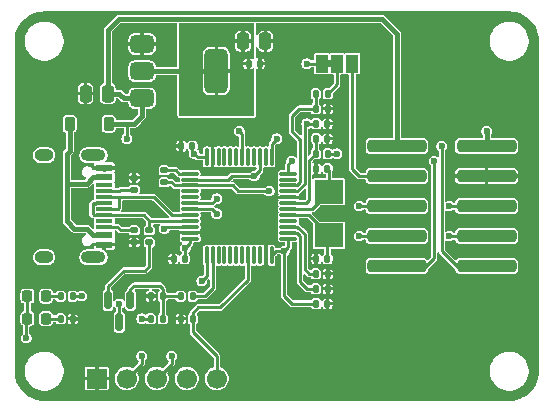
<source format=gtl>
%TF.GenerationSoftware,KiCad,Pcbnew,9.0.4+dfsg-1*%
%TF.CreationDate,2025-10-02T09:05:41+08:00*%
%TF.ProjectId,stlink,73746c69-6e6b-42e6-9b69-6361645f7063,b*%
%TF.SameCoordinates,Original*%
%TF.FileFunction,Copper,L1,Top*%
%TF.FilePolarity,Positive*%
%FSLAX45Y45*%
G04 Gerber Fmt 4.5, Leading zero omitted, Abs format (unit mm)*
G04 Created by KiCad (PCBNEW 9.0.4+dfsg-1) date 2025-10-02 09:05:41*
%MOMM*%
%LPD*%
G01*
G04 APERTURE LIST*
G04 Aperture macros list*
%AMRoundRect*
0 Rectangle with rounded corners*
0 $1 Rounding radius*
0 $2 $3 $4 $5 $6 $7 $8 $9 X,Y pos of 4 corners*
0 Add a 4 corners polygon primitive as box body*
4,1,4,$2,$3,$4,$5,$6,$7,$8,$9,$2,$3,0*
0 Add four circle primitives for the rounded corners*
1,1,$1+$1,$2,$3*
1,1,$1+$1,$4,$5*
1,1,$1+$1,$6,$7*
1,1,$1+$1,$8,$9*
0 Add four rect primitives between the rounded corners*
20,1,$1+$1,$2,$3,$4,$5,0*
20,1,$1+$1,$4,$5,$6,$7,0*
20,1,$1+$1,$6,$7,$8,$9,0*
20,1,$1+$1,$8,$9,$2,$3,0*%
G04 Aperture macros list end*
%TA.AperFunction,EtchedComponent*%
%ADD10C,0.000000*%
%TD*%
%TA.AperFunction,SMDPad,CuDef*%
%ADD11RoundRect,0.250000X0.250000X0.475000X-0.250000X0.475000X-0.250000X-0.475000X0.250000X-0.475000X0*%
%TD*%
%TA.AperFunction,SMDPad,CuDef*%
%ADD12RoundRect,0.250000X-0.250000X-0.475000X0.250000X-0.475000X0.250000X0.475000X-0.250000X0.475000X0*%
%TD*%
%TA.AperFunction,SMDPad,CuDef*%
%ADD13RoundRect,0.135000X-0.185000X0.135000X-0.185000X-0.135000X0.185000X-0.135000X0.185000X0.135000X0*%
%TD*%
%TA.AperFunction,SMDPad,CuDef*%
%ADD14RoundRect,0.140000X-0.140000X-0.170000X0.140000X-0.170000X0.140000X0.170000X-0.140000X0.170000X0*%
%TD*%
%TA.AperFunction,SMDPad,CuDef*%
%ADD15RoundRect,0.140000X0.140000X0.170000X-0.140000X0.170000X-0.140000X-0.170000X0.140000X-0.170000X0*%
%TD*%
%TA.AperFunction,SMDPad,CuDef*%
%ADD16RoundRect,0.250000X-2.250000X-0.260000X2.250000X-0.260000X2.250000X0.260000X-2.250000X0.260000X0*%
%TD*%
%TA.AperFunction,SMDPad,CuDef*%
%ADD17RoundRect,0.218750X-0.218750X-0.256250X0.218750X-0.256250X0.218750X0.256250X-0.218750X0.256250X0*%
%TD*%
%TA.AperFunction,SMDPad,CuDef*%
%ADD18RoundRect,0.218750X0.218750X0.256250X-0.218750X0.256250X-0.218750X-0.256250X0.218750X-0.256250X0*%
%TD*%
%TA.AperFunction,SMDPad,CuDef*%
%ADD19RoundRect,0.135000X-0.135000X-0.185000X0.135000X-0.185000X0.135000X0.185000X-0.135000X0.185000X0*%
%TD*%
%TA.AperFunction,SMDPad,CuDef*%
%ADD20RoundRect,0.225000X0.225000X0.375000X-0.225000X0.375000X-0.225000X-0.375000X0.225000X-0.375000X0*%
%TD*%
%TA.AperFunction,SMDPad,CuDef*%
%ADD21RoundRect,0.075000X0.662500X0.075000X-0.662500X0.075000X-0.662500X-0.075000X0.662500X-0.075000X0*%
%TD*%
%TA.AperFunction,SMDPad,CuDef*%
%ADD22RoundRect,0.075000X0.075000X0.662500X-0.075000X0.662500X-0.075000X-0.662500X0.075000X-0.662500X0*%
%TD*%
%TA.AperFunction,SMDPad,CuDef*%
%ADD23RoundRect,0.150000X-0.150000X0.587500X-0.150000X-0.587500X0.150000X-0.587500X0.150000X0.587500X0*%
%TD*%
%TA.AperFunction,SMDPad,CuDef*%
%ADD24RoundRect,0.135000X0.135000X0.185000X-0.135000X0.185000X-0.135000X-0.185000X0.135000X-0.185000X0*%
%TD*%
%TA.AperFunction,SMDPad,CuDef*%
%ADD25R,2.400000X2.000000*%
%TD*%
%TA.AperFunction,SMDPad,CuDef*%
%ADD26R,1.000000X1.500000*%
%TD*%
%TA.AperFunction,ComponentPad*%
%ADD27R,1.700000X1.700000*%
%TD*%
%TA.AperFunction,ComponentPad*%
%ADD28C,1.700000*%
%TD*%
%TA.AperFunction,SMDPad,CuDef*%
%ADD29RoundRect,0.135000X0.185000X-0.135000X0.185000X0.135000X-0.185000X0.135000X-0.185000X-0.135000X0*%
%TD*%
%TA.AperFunction,SMDPad,CuDef*%
%ADD30R,1.450000X0.600000*%
%TD*%
%TA.AperFunction,SMDPad,CuDef*%
%ADD31R,1.450000X0.300000*%
%TD*%
%TA.AperFunction,ComponentPad*%
%ADD32O,2.100000X1.000000*%
%TD*%
%TA.AperFunction,ComponentPad*%
%ADD33O,1.600000X1.000000*%
%TD*%
%TA.AperFunction,SMDPad,CuDef*%
%ADD34RoundRect,0.375000X-0.625000X-0.375000X0.625000X-0.375000X0.625000X0.375000X-0.625000X0.375000X0*%
%TD*%
%TA.AperFunction,SMDPad,CuDef*%
%ADD35RoundRect,0.500000X-0.500000X-1.400000X0.500000X-1.400000X0.500000X1.400000X-0.500000X1.400000X0*%
%TD*%
%TA.AperFunction,ViaPad*%
%ADD36C,0.600000*%
%TD*%
%TA.AperFunction,Conductor*%
%ADD37C,0.228600*%
%TD*%
%TA.AperFunction,Conductor*%
%ADD38C,0.381000*%
%TD*%
G04 APERTURE END LIST*
D10*
%TA.AperFunction,EtchedComponent*%
%TO.C,JP1*%
G36*
X12853500Y-7713500D02*
G01*
X12803500Y-7713500D01*
X12803500Y-7653500D01*
X12853500Y-7653500D01*
X12853500Y-7713500D01*
G37*
%TD.AperFunction*%
%TD*%
D11*
%TO.P,C4,1*%
%TO.N,+5V*%
X10953500Y-7937500D03*
%TO.P,C4,2*%
%TO.N,GND*%
X10763500Y-7937500D03*
%TD*%
D12*
%TO.P,C5,1*%
%TO.N,+3V3*%
X12097000Y-7493000D03*
%TO.P,C5,2*%
%TO.N,GND*%
X12287000Y-7493000D03*
%TD*%
D13*
%TO.P,R5,1*%
%TO.N,D+*%
X11303000Y-9093000D03*
%TO.P,R5,2*%
%TO.N,Net-(Q1-PadE)*%
X11303000Y-9195000D03*
%TD*%
D14*
%TO.P,C6,1*%
%TO.N,+3V3*%
X12715500Y-9715500D03*
%TO.P,C6,2*%
%TO.N,GND*%
X12811500Y-9715500D03*
%TD*%
%TO.P,C7,1*%
%TO.N,+3V3*%
X12715500Y-8191500D03*
%TO.P,C7,2*%
%TO.N,GND*%
X12811500Y-8191500D03*
%TD*%
D15*
%TO.P,C8,1*%
%TO.N,+3V3*%
X11668500Y-8382000D03*
%TO.P,C8,2*%
%TO.N,GND*%
X11572500Y-8382000D03*
%TD*%
%TO.P,C9,1*%
%TO.N,+3V3*%
X11605000Y-9334500D03*
%TO.P,C9,2*%
%TO.N,GND*%
X11509000Y-9334500D03*
%TD*%
D16*
%TO.P,J2,1,Pin_1*%
%TO.N,+5V*%
X13399500Y-8382000D03*
%TO.P,J2,2,Pin_2*%
%TO.N,+3V3*%
X14159500Y-8382000D03*
%TO.P,J2,3,Pin_3*%
%TO.N,T_PWR*%
X13399500Y-8636000D03*
%TO.P,J2,4,Pin_4*%
%TO.N,GND*%
X14159500Y-8636000D03*
%TO.P,J2,5,Pin_5*%
%TO.N,T_CLK*%
X13399500Y-8890000D03*
%TO.P,J2,6,Pin_6*%
%TO.N,T_DIO*%
X14159500Y-8890000D03*
%TO.P,J2,7,Pin_7*%
%TO.N,T_SWO*%
X13399500Y-9144000D03*
%TO.P,J2,8,Pin_8*%
%TO.N,T_RST*%
X14159500Y-9144000D03*
%TO.P,J2,9,Pin_9*%
%TO.N,T_TX*%
X13399500Y-9398000D03*
%TO.P,J2,10,Pin_10*%
%TO.N,T_RX*%
X14159500Y-9398000D03*
%TD*%
D15*
%TO.P,C2,1*%
%TO.N,Net-(U1-PD0)*%
X12811500Y-9334500D03*
%TO.P,C2,2*%
%TO.N,GND*%
X12715500Y-9334500D03*
%TD*%
%TO.P,C3,1*%
%TO.N,Net-(U1-PD1)*%
X12811500Y-8572500D03*
%TO.P,C3,2*%
%TO.N,GND*%
X12715500Y-8572500D03*
%TD*%
D17*
%TO.P,D2,1,K*%
%TO.N,LED*%
X10271750Y-9652000D03*
%TO.P,D2,2,A*%
%TO.N,Net-(D2-A)*%
X10429250Y-9652000D03*
%TD*%
D18*
%TO.P,D3,1,K*%
%TO.N,Net-(D3-K)*%
X10429250Y-9842500D03*
%TO.P,D3,2,A*%
%TO.N,LED*%
X10271750Y-9842500D03*
%TD*%
D19*
%TO.P,R14,1*%
%TO.N,Net-(D2-A)*%
X10553500Y-9652000D03*
%TO.P,R14,2*%
%TO.N,+3V3*%
X10655500Y-9652000D03*
%TD*%
D20*
%TO.P,D1,1,K*%
%TO.N,+5V*%
X10960000Y-8191500D03*
%TO.P,D1,2,A*%
%TO.N,VBUS*%
X10630000Y-8191500D03*
%TD*%
D21*
%TO.P,U1,1,VBAT*%
%TO.N,+3V3*%
X12481250Y-9165000D03*
%TO.P,U1,2,PC13*%
%TO.N,Net-(U1-PC13)*%
X12481250Y-9115000D03*
%TO.P,U1,3,PC14*%
%TO.N,Net-(U1-PC14)*%
X12481250Y-9065000D03*
%TO.P,U1,4,PC15*%
%TO.N,unconnected-(U1-PC15-Pad4)*%
X12481250Y-9015000D03*
%TO.P,U1,5,PD0*%
%TO.N,Net-(U1-PD0)*%
X12481250Y-8965000D03*
%TO.P,U1,6,PD1*%
%TO.N,Net-(U1-PD1)*%
X12481250Y-8915000D03*
%TO.P,U1,7,NRST*%
%TO.N,Net-(U1-NRST)*%
X12481250Y-8865000D03*
%TO.P,U1,8,VSSA*%
%TO.N,GND*%
X12481250Y-8815000D03*
%TO.P,U1,9,VDDA*%
%TO.N,+3V3*%
X12481250Y-8765000D03*
%TO.P,U1,10,PA0*%
%TO.N,Net-(U1-PA0)*%
X12481250Y-8715000D03*
%TO.P,U1,11,PA1*%
%TO.N,unconnected-(U1-PA1-Pad11)*%
X12481250Y-8665000D03*
%TO.P,U1,12,PA2*%
%TO.N,T_TX*%
X12481250Y-8615000D03*
D22*
%TO.P,U1,13,PA3*%
%TO.N,T_RX*%
X12340000Y-8473750D03*
%TO.P,U1,14,PA4*%
%TO.N,unconnected-(U1-PA4-Pad14)*%
X12290000Y-8473750D03*
%TO.P,U1,15,PA5*%
%TO.N,T_CLK*%
X12240000Y-8473750D03*
%TO.P,U1,16,PA6*%
%TO.N,unconnected-(U1-PA6-Pad16)*%
X12190000Y-8473750D03*
%TO.P,U1,17,PA7*%
%TO.N,unconnected-(U1-PA7-Pad17)*%
X12140000Y-8473750D03*
%TO.P,U1,18,PB0*%
%TO.N,T_RST*%
X12090000Y-8473750D03*
%TO.P,U1,19,PB1*%
%TO.N,unconnected-(U1-PB1-Pad19)*%
X12040000Y-8473750D03*
%TO.P,U1,20,PB2*%
%TO.N,unconnected-(U1-PB2-Pad20)*%
X11990000Y-8473750D03*
%TO.P,U1,21,PB10*%
%TO.N,unconnected-(U1-PB10-Pad21)*%
X11940000Y-8473750D03*
%TO.P,U1,22,PB11*%
%TO.N,unconnected-(U1-PB11-Pad22)*%
X11890000Y-8473750D03*
%TO.P,U1,23,VSS*%
%TO.N,GND*%
X11840000Y-8473750D03*
%TO.P,U1,24,VDD*%
%TO.N,+3V3*%
X11790000Y-8473750D03*
D21*
%TO.P,U1,25,PB12*%
%TO.N,Net-(U1-PB12)*%
X11648750Y-8615000D03*
%TO.P,U1,26,PB13*%
%TO.N,T_CLK*%
X11648750Y-8665000D03*
%TO.P,U1,27,PB14*%
%TO.N,T_DIO*%
X11648750Y-8715000D03*
%TO.P,U1,28,PB15*%
%TO.N,unconnected-(U1-PB15-Pad28)*%
X11648750Y-8765000D03*
%TO.P,U1,29,PA8*%
%TO.N,unconnected-(U1-PA8-Pad29)*%
X11648750Y-8815000D03*
%TO.P,U1,30,PA9*%
%TO.N,LED*%
X11648750Y-8865000D03*
%TO.P,U1,31,PA10*%
%TO.N,T_SWO*%
X11648750Y-8915000D03*
%TO.P,U1,32,PA11*%
%TO.N,D-*%
X11648750Y-8965000D03*
%TO.P,U1,33,PA12*%
%TO.N,D+*%
X11648750Y-9015000D03*
%TO.P,U1,34,PA13*%
%TO.N,DIO*%
X11648750Y-9065000D03*
%TO.P,U1,35,VSS*%
%TO.N,GND*%
X11648750Y-9115000D03*
%TO.P,U1,36,VDD*%
%TO.N,+3V3*%
X11648750Y-9165000D03*
D22*
%TO.P,U1,37,PA14*%
%TO.N,CLK*%
X11790000Y-9306250D03*
%TO.P,U1,38,PA15*%
%TO.N,RENUM*%
X11840000Y-9306250D03*
%TO.P,U1,39,PB3*%
%TO.N,unconnected-(U1-PB3-Pad39)*%
X11890000Y-9306250D03*
%TO.P,U1,40,PB4*%
%TO.N,unconnected-(U1-PB4-Pad40)*%
X11940000Y-9306250D03*
%TO.P,U1,41,PB5*%
%TO.N,unconnected-(U1-PB5-Pad41)*%
X11990000Y-9306250D03*
%TO.P,U1,42,PB6*%
%TO.N,unconnected-(U1-PB6-Pad42)*%
X12040000Y-9306250D03*
%TO.P,U1,43,PB7*%
%TO.N,unconnected-(U1-PB7-Pad43)*%
X12090000Y-9306250D03*
%TO.P,U1,44,BOOT0*%
%TO.N,B0*%
X12140000Y-9306250D03*
%TO.P,U1,45,PB8*%
%TO.N,unconnected-(U1-PB8-Pad45)*%
X12190000Y-9306250D03*
%TO.P,U1,46,PB9*%
%TO.N,unconnected-(U1-PB9-Pad46)*%
X12240000Y-9306250D03*
%TO.P,U1,47,VSS*%
%TO.N,GND*%
X12290000Y-9306250D03*
%TO.P,U1,48,VDD*%
%TO.N,+3V3*%
X12340000Y-9306250D03*
%TD*%
D14*
%TO.P,C1,1*%
%TO.N,Net-(U1-NRST)*%
X12715500Y-8318500D03*
%TO.P,C1,2*%
%TO.N,GND*%
X12811500Y-8318500D03*
%TD*%
D19*
%TO.P,R1,1*%
%TO.N,Net-(U1-NRST)*%
X12712500Y-8445500D03*
%TO.P,R1,2*%
%TO.N,+3V3*%
X12814500Y-8445500D03*
%TD*%
%TO.P,R2,1*%
%TO.N,GND*%
X11569500Y-9842500D03*
%TO.P,R2,2*%
%TO.N,B0*%
X11671500Y-9842500D03*
%TD*%
D13*
%TO.P,R11,1*%
%TO.N,Net-(U1-PB12)*%
X11430000Y-8585000D03*
%TO.P,R11,2*%
%TO.N,T_DIO*%
X11430000Y-8687000D03*
%TD*%
D23*
%TO.P,Q1,B,B*%
%TO.N,Net-(Q1-PadB)*%
X11144000Y-9685250D03*
%TO.P,Q1,C,C*%
%TO.N,+3V3*%
X11049000Y-9872750D03*
%TO.P,Q1,E,E*%
%TO.N,Net-(Q1-PadE)*%
X10954000Y-9685250D03*
%TD*%
D24*
%TO.P,R8,1*%
%TO.N,Net-(Q1-PadB)*%
X11417500Y-9842500D03*
%TO.P,R8,2*%
%TO.N,+5V*%
X11315500Y-9842500D03*
%TD*%
D19*
%TO.P,R9,1*%
%TO.N,GND*%
X11315500Y-9652000D03*
%TO.P,R9,2*%
%TO.N,Net-(Q1-PadB)*%
X11417500Y-9652000D03*
%TD*%
D24*
%TO.P,R6,1*%
%TO.N,GND*%
X12814500Y-9588500D03*
%TO.P,R6,2*%
%TO.N,Net-(U1-PC13)*%
X12712500Y-9588500D03*
%TD*%
%TO.P,R7,1*%
%TO.N,GND*%
X12814500Y-9461500D03*
%TO.P,R7,2*%
%TO.N,Net-(U1-PC14)*%
X12712500Y-9461500D03*
%TD*%
D19*
%TO.P,R12,1*%
%TO.N,Net-(U1-PA0)*%
X12712500Y-7937500D03*
%TO.P,R12,2*%
%TO.N,Net-(JP1-C)*%
X12814500Y-7937500D03*
%TD*%
D24*
%TO.P,R10,1*%
%TO.N,RENUM*%
X11671500Y-9652000D03*
%TO.P,R10,2*%
%TO.N,Net-(Q1-PadB)*%
X11569500Y-9652000D03*
%TD*%
D25*
%TO.P,Y1,1,1*%
%TO.N,Net-(U1-PD0)*%
X12827000Y-9138500D03*
%TO.P,Y1,2,2*%
%TO.N,Net-(U1-PD1)*%
X12827000Y-8768500D03*
%TD*%
D24*
%TO.P,R15,1*%
%TO.N,GND*%
X10655500Y-9842500D03*
%TO.P,R15,2*%
%TO.N,Net-(D3-K)*%
X10553500Y-9842500D03*
%TD*%
D26*
%TO.P,JP1,1,A*%
%TO.N,+3V3*%
X12763500Y-7683500D03*
%TO.P,JP1,2,C*%
%TO.N,Net-(JP1-C)*%
X12893500Y-7683500D03*
%TO.P,JP1,3,B*%
%TO.N,T_PWR*%
X13023500Y-7683500D03*
%TD*%
D24*
%TO.P,R13,1*%
%TO.N,GND*%
X12814500Y-8064500D03*
%TO.P,R13,2*%
%TO.N,Net-(U1-PA0)*%
X12712500Y-8064500D03*
%TD*%
D27*
%TO.P,J3,1,Pin_1*%
%TO.N,GND*%
X10858500Y-10350000D03*
D28*
%TO.P,J3,2,Pin_2*%
%TO.N,DIO*%
X11112500Y-10350000D03*
%TO.P,J3,3,Pin_3*%
%TO.N,CLK*%
X11366500Y-10350000D03*
%TO.P,J3,4,Pin_4*%
%TO.N,+3V3*%
X11620500Y-10350000D03*
%TO.P,J3,5,Pin_5*%
%TO.N,B0*%
X11874500Y-10350000D03*
%TD*%
D29*
%TO.P,R3,1*%
%TO.N,GND*%
X11176000Y-9195000D03*
%TO.P,R3,2*%
%TO.N,Net-(J1-CC2)*%
X11176000Y-9093000D03*
%TD*%
D30*
%TO.P,J1,A1,GND*%
%TO.N,GND*%
X10922500Y-8565000D03*
%TO.P,J1,A4,VBUS*%
%TO.N,VBUS*%
X10922500Y-8645000D03*
D31*
%TO.P,J1,A5,CC1*%
%TO.N,Net-(J1-CC1)*%
X10922500Y-8765000D03*
%TO.P,J1,A6,D+*%
%TO.N,D+*%
X10922500Y-8865000D03*
%TO.P,J1,A7,D-*%
%TO.N,D-*%
X10922500Y-8915000D03*
%TO.P,J1,A8,SBU1*%
%TO.N,unconnected-(J1-SBU1-PadA8)*%
X10922500Y-9015000D03*
D30*
%TO.P,J1,A9,VBUS*%
%TO.N,VBUS*%
X10922500Y-9135000D03*
%TO.P,J1,A12,GND*%
%TO.N,GND*%
X10922500Y-9215000D03*
%TO.P,J1,B1,GND*%
X10922500Y-9215000D03*
%TO.P,J1,B4,VBUS*%
%TO.N,VBUS*%
X10922500Y-9135000D03*
D31*
%TO.P,J1,B5,CC2*%
%TO.N,Net-(J1-CC2)*%
X10922500Y-9065000D03*
%TO.P,J1,B6,D+*%
%TO.N,D+*%
X10922500Y-8965000D03*
%TO.P,J1,B7,D-*%
%TO.N,D-*%
X10922500Y-8815000D03*
%TO.P,J1,B8,SBU2*%
%TO.N,unconnected-(J1-SBU2-PadB8)*%
X10922500Y-8715000D03*
D30*
%TO.P,J1,B9,VBUS*%
%TO.N,VBUS*%
X10922500Y-8645000D03*
%TO.P,J1,B12,GND*%
%TO.N,GND*%
X10922500Y-8565000D03*
D32*
%TO.P,J1,S1,SHIELD*%
%TO.N,unconnected-(J1-SHIELD-PadS1)*%
X10831000Y-8458000D03*
D33*
%TO.N,unconnected-(J1-SHIELD-PadS1)_2*%
X10413000Y-8458000D03*
D32*
%TO.N,unconnected-(J1-SHIELD-PadS1)_3*%
X10831000Y-9322000D03*
D33*
%TO.N,unconnected-(J1-SHIELD-PadS1)_1*%
X10413000Y-9322000D03*
%TD*%
D14*
%TO.P,C10,1*%
%TO.N,+3V3*%
X12144000Y-7683500D03*
%TO.P,C10,2*%
%TO.N,GND*%
X12240000Y-7683500D03*
%TD*%
D13*
%TO.P,R4,1*%
%TO.N,GND*%
X11176000Y-8648500D03*
%TO.P,R4,2*%
%TO.N,Net-(J1-CC1)*%
X11176000Y-8750500D03*
%TD*%
D34*
%TO.P,U3,1,GND*%
%TO.N,GND*%
X11242000Y-7517000D03*
D35*
%TO.P,U3,2,VO*%
%TO.N,+3V3*%
X11872000Y-7747000D03*
D34*
X11242000Y-7747000D03*
%TO.P,U3,3,VI*%
%TO.N,+5V*%
X11242000Y-7977000D03*
%TD*%
D36*
%TO.N,GND*%
X10731500Y-7620000D03*
X14414500Y-8001000D03*
X10731500Y-9842500D03*
X12319000Y-8636000D03*
X11430000Y-8001000D03*
X10287000Y-8890000D03*
X12890500Y-7493000D03*
X14414500Y-9779000D03*
X12890500Y-8255000D03*
X12547600Y-9601200D03*
X12192000Y-10033000D03*
X10731500Y-7493000D03*
X10287000Y-8191500D03*
X11493500Y-9207500D03*
X11811000Y-9144000D03*
X11684000Y-9334500D03*
X12700000Y-7493000D03*
X12192000Y-10414000D03*
X11430000Y-7620000D03*
X14160500Y-8509000D03*
X14414500Y-8128000D03*
X10731500Y-10096500D03*
X13081000Y-7493000D03*
X10731500Y-8953500D03*
X11049000Y-9588500D03*
X12192000Y-8255000D03*
X10287000Y-7937500D03*
X12192000Y-10223500D03*
X10287000Y-9017000D03*
X12319000Y-9461500D03*
X13208000Y-8128000D03*
X12890500Y-9334500D03*
X11176000Y-8890000D03*
X14414500Y-9652000D03*
X11430000Y-7874000D03*
X13208000Y-8001000D03*
X10287000Y-8763000D03*
X10731500Y-8826500D03*
X11938000Y-8255000D03*
X14160500Y-8763000D03*
X14414500Y-7874000D03*
X11430000Y-7493000D03*
X12890500Y-8572500D03*
X11430000Y-8255000D03*
%TO.N,+5V*%
X11112500Y-8318500D03*
X11239500Y-9842500D03*
%TO.N,+3V3*%
X12636500Y-8191500D03*
X12890500Y-8445500D03*
X11684000Y-7747000D03*
X12446000Y-9271000D03*
X11684000Y-8445500D03*
X11684000Y-7874000D03*
X11607800Y-9245600D03*
X11684000Y-7493000D03*
X10731500Y-9652000D03*
X12636500Y-7683500D03*
X14160500Y-8255000D03*
X11684000Y-7620000D03*
X11049000Y-9715500D03*
X11684000Y-8001000D03*
%TO.N,LED*%
X10261600Y-10007600D03*
X11874500Y-8826500D03*
%TO.N,T_DIO*%
X13843000Y-8890000D03*
X12319000Y-8763000D03*
%TO.N,T_CLK*%
X12192000Y-8636000D03*
X13081000Y-8890000D03*
%TO.N,CLK*%
X11493500Y-10160000D03*
X11747500Y-9525000D03*
%TO.N,T_RX*%
X13779500Y-8382000D03*
X12382500Y-8318500D03*
%TO.N,T_TX*%
X13716000Y-8509000D03*
X12509500Y-8509000D03*
%TO.N,T_RST*%
X13843000Y-9144000D03*
X12065000Y-8255000D03*
%TO.N,T_SWO*%
X11874500Y-8953500D03*
X13081000Y-9144000D03*
%TO.N,DIO*%
X11239500Y-10160000D03*
X11430000Y-9080500D03*
%TD*%
D37*
%TO.N,GND*%
X10655500Y-9842500D02*
X10731500Y-9842500D01*
%TO.N,+5V*%
X11315500Y-9842500D02*
X11239500Y-9842500D01*
D38*
X11112500Y-8191500D02*
X11176000Y-8191500D01*
X13271500Y-7302500D02*
X13399500Y-7430500D01*
X13399500Y-7430500D02*
X13399500Y-8382000D01*
X10953500Y-7398000D02*
X11049000Y-7302500D01*
X11088500Y-7977000D02*
X11049000Y-7937500D01*
X11242000Y-8125500D02*
X11242000Y-7977000D01*
X10953500Y-7937500D02*
X10953500Y-7398000D01*
X11049000Y-7937500D02*
X10953500Y-7937500D01*
X11242000Y-7977000D02*
X11088500Y-7977000D01*
X10960000Y-8191500D02*
X11112500Y-8191500D01*
X11049000Y-7302500D02*
X13271500Y-7302500D01*
X11176000Y-8191500D02*
X11242000Y-8125500D01*
D37*
X11112500Y-8318500D02*
X11112500Y-8191500D01*
D38*
%TO.N,+3V3*%
X11872000Y-7747000D02*
X11684000Y-7747000D01*
D37*
X11648750Y-9204650D02*
X11607800Y-9245600D01*
X12481250Y-9165000D02*
X12481250Y-9235750D01*
X12446000Y-9652000D02*
X12446000Y-9271000D01*
X12481250Y-9235750D02*
X12446000Y-9271000D01*
X12375250Y-9271000D02*
X12340000Y-9306250D01*
X12814500Y-8445500D02*
X12890500Y-8445500D01*
X11607800Y-9245600D02*
X11607800Y-9331700D01*
X12763500Y-7683500D02*
X12636500Y-7683500D01*
X12715500Y-8191500D02*
X12636500Y-8191500D01*
X12619870Y-8208130D02*
X12636500Y-8191500D01*
X12619870Y-8702685D02*
X12619870Y-8208130D01*
X11049000Y-9872750D02*
X11049000Y-9715500D01*
X12481250Y-8765000D02*
X12557554Y-8765000D01*
D38*
X11242000Y-7747000D02*
X11684000Y-7747000D01*
D37*
X11790000Y-8473750D02*
X11712250Y-8473750D01*
D38*
X14159500Y-8382000D02*
X14159500Y-8256000D01*
D37*
X11607800Y-9331700D02*
X11605000Y-9334500D01*
X12557554Y-8765000D02*
X12619870Y-8702685D01*
X12715500Y-9715500D02*
X12509500Y-9715500D01*
X11668500Y-8382000D02*
X11668500Y-8430000D01*
X12509500Y-9715500D02*
X12446000Y-9652000D01*
X12446000Y-9271000D02*
X12375250Y-9271000D01*
X10655500Y-9652000D02*
X10731500Y-9652000D01*
X11712250Y-8473750D02*
X11684000Y-8445500D01*
D38*
X14159500Y-8256000D02*
X14160500Y-8255000D01*
D37*
X11668500Y-8430000D02*
X11684000Y-8445500D01*
X11648750Y-9165000D02*
X11648750Y-9204650D01*
D38*
%TO.N,VBUS*%
X10604500Y-8445500D02*
X10630000Y-8420000D01*
X10922500Y-9135000D02*
X10828597Y-9135000D01*
X10828597Y-9135000D02*
X10774097Y-9080500D01*
X10668000Y-9080500D02*
X10604500Y-9017000D01*
X10945500Y-8645000D02*
X10859220Y-8645000D01*
X10604500Y-8699500D02*
X10604500Y-8445500D01*
X10922500Y-8645000D02*
X10828597Y-8645000D01*
X10630000Y-8420000D02*
X10630000Y-8191500D01*
X10604500Y-9017000D02*
X10604500Y-8699500D01*
X10828597Y-8645000D02*
X10774097Y-8699500D01*
X10774097Y-9080500D02*
X10668000Y-9080500D01*
X10774097Y-8699500D02*
X10604500Y-8699500D01*
D37*
%TO.N,D-*%
X11493500Y-8965000D02*
X11648750Y-8965000D01*
X11044770Y-8906770D02*
X11044770Y-8818910D01*
X11040860Y-8815000D02*
X10945500Y-8815000D01*
X11036540Y-8915000D02*
X11044770Y-8906770D01*
X10945500Y-8815000D02*
X11343500Y-8815000D01*
X11343500Y-8815000D02*
X11493500Y-8965000D01*
X10945500Y-8915000D02*
X11036540Y-8915000D01*
X11044770Y-8818910D02*
X11040860Y-8815000D01*
%TO.N,D+*%
X10831460Y-8965000D02*
X10922500Y-8965000D01*
X10850140Y-8865000D02*
X10945500Y-8865000D01*
X10850140Y-8965000D02*
X10846230Y-8961090D01*
X10823230Y-8956770D02*
X10831460Y-8965000D01*
X10823230Y-8868910D02*
X10823230Y-8956770D01*
X10945500Y-8965000D02*
X10850140Y-8965000D01*
X11305000Y-9015000D02*
X11305000Y-9091000D01*
X10922500Y-8865000D02*
X10827140Y-8865000D01*
X11305000Y-9015000D02*
X11255000Y-8965000D01*
X10827140Y-8865000D02*
X10823230Y-8868910D01*
X11255000Y-8965000D02*
X10945500Y-8965000D01*
X10846230Y-8868910D02*
X10850140Y-8865000D01*
X11648750Y-9015000D02*
X11305000Y-9015000D01*
X10945500Y-8965000D02*
X10870000Y-8965000D01*
%TO.N,LED*%
X10271750Y-9842500D02*
X10271750Y-9652000D01*
X11874500Y-8826500D02*
X11836000Y-8865000D01*
X11836000Y-8865000D02*
X11648750Y-8865000D01*
X10261600Y-10007600D02*
X10261600Y-9852650D01*
X10261600Y-9852650D02*
X10271750Y-9842500D01*
%TO.N,T_DIO*%
X11648750Y-8715000D02*
X12009833Y-8715000D01*
X12057833Y-8763000D02*
X12319000Y-8763000D01*
X13843000Y-8890000D02*
X14159500Y-8890000D01*
X12009833Y-8715000D02*
X12057833Y-8763000D01*
X11519000Y-8715000D02*
X11491000Y-8687000D01*
X11491000Y-8687000D02*
X11430000Y-8687000D01*
X11648750Y-8715000D02*
X11519000Y-8715000D01*
%TO.N,T_CLK*%
X11972500Y-8665000D02*
X12001500Y-8636000D01*
X12240000Y-8588000D02*
X12240000Y-8473750D01*
X12192000Y-8636000D02*
X12240000Y-8588000D01*
X13399500Y-8890000D02*
X13081000Y-8890000D01*
X12001500Y-8636000D02*
X12192000Y-8636000D01*
X11648750Y-8665000D02*
X11972500Y-8665000D01*
%TO.N,CLK*%
X11790000Y-9482500D02*
X11747500Y-9525000D01*
X11790000Y-9306250D02*
X11790000Y-9482500D01*
X11493500Y-10160000D02*
X11493500Y-10223000D01*
X11493500Y-10223000D02*
X11366500Y-10350000D01*
%TO.N,T_RX*%
X12340000Y-8473750D02*
X12340000Y-8361000D01*
X12340000Y-8361000D02*
X12382500Y-8318500D01*
X13779500Y-9268000D02*
X13779500Y-8382000D01*
X14159500Y-9398000D02*
X13909500Y-9398000D01*
X13909500Y-9398000D02*
X13779500Y-9268000D01*
%TO.N,T_TX*%
X13649500Y-9398000D02*
X13716000Y-9331500D01*
X12481250Y-8615000D02*
X12481250Y-8537250D01*
X12481250Y-8537250D02*
X12509500Y-8509000D01*
X13716000Y-9331500D02*
X13716000Y-8509000D01*
X13399500Y-9398000D02*
X13649500Y-9398000D01*
%TO.N,T_RST*%
X12090000Y-8473750D02*
X12090000Y-8280000D01*
X13843000Y-9144000D02*
X14159500Y-9144000D01*
X12090000Y-8280000D02*
X12065000Y-8255000D01*
%TO.N,T_SWO*%
X11836000Y-8915000D02*
X11874500Y-8953500D01*
X11648750Y-8915000D02*
X11836000Y-8915000D01*
X13081000Y-9144000D02*
X13399500Y-9144000D01*
%TO.N,T_PWR*%
X13023500Y-8578500D02*
X13081000Y-8636000D01*
X13081000Y-8636000D02*
X13399500Y-8636000D01*
X13023500Y-7683500D02*
X13023500Y-8578500D01*
%TO.N,DIO*%
X11239500Y-10160000D02*
X11239500Y-10223000D01*
X11445500Y-9065000D02*
X11430000Y-9080500D01*
X11648750Y-9065000D02*
X11445500Y-9065000D01*
X11239500Y-10223000D02*
X11112500Y-10350000D01*
%TO.N,B0*%
X11906250Y-9747250D02*
X12140000Y-9513500D01*
X11671500Y-9791500D02*
X11715750Y-9747250D01*
X11671500Y-9842500D02*
X11671500Y-9957000D01*
X11671500Y-9842500D02*
X11671500Y-9791500D01*
X11715750Y-9747250D02*
X11906250Y-9747250D01*
X12140000Y-9513500D02*
X12140000Y-9306250D01*
X11671500Y-9957000D02*
X11874500Y-10160000D01*
X11874500Y-10160000D02*
X11874500Y-10350000D01*
%TO.N,RENUM*%
X11840000Y-9584900D02*
X11772900Y-9652000D01*
X11840000Y-9306250D02*
X11840000Y-9584900D01*
X11772900Y-9652000D02*
X11671500Y-9652000D01*
%TO.N,Net-(U1-NRST)*%
X12712500Y-8445500D02*
X12712500Y-8321500D01*
X12631000Y-8865000D02*
X12657970Y-8838030D01*
X12657970Y-8838030D02*
X12657970Y-8500030D01*
X12481250Y-8865000D02*
X12631000Y-8865000D01*
X12657970Y-8500030D02*
X12712500Y-8445500D01*
%TO.N,Net-(U1-PD0)*%
X12811500Y-9334500D02*
X12811500Y-9154000D01*
X12811500Y-9154000D02*
X12827000Y-9138500D01*
X12653500Y-8965000D02*
X12827000Y-9138500D01*
X12481250Y-8965000D02*
X12653500Y-8965000D01*
%TO.N,Net-(U1-PD1)*%
X12827000Y-8588000D02*
X12811500Y-8572500D01*
X12680500Y-8915000D02*
X12827000Y-8768500D01*
X12827000Y-8768500D02*
X12827000Y-8588000D01*
X12481250Y-8915000D02*
X12680500Y-8915000D01*
%TO.N,Net-(D2-A)*%
X10553500Y-9652000D02*
X10429250Y-9652000D01*
%TO.N,Net-(D3-K)*%
X10429250Y-9842500D02*
X10553500Y-9842500D01*
%TO.N,Net-(JP1-C)*%
X12893500Y-7858500D02*
X12814500Y-7937500D01*
X12893500Y-7683500D02*
X12893500Y-7858500D01*
%TO.N,Net-(Q1-PadE)*%
X11264900Y-9436100D02*
X11087100Y-9436100D01*
X11303000Y-9398000D02*
X11264900Y-9436100D01*
X10954000Y-9685250D02*
X10954000Y-9569200D01*
X11303000Y-9195000D02*
X11303000Y-9398000D01*
X10954000Y-9569200D02*
X11087100Y-9436100D01*
%TO.N,Net-(Q1-PadB)*%
X11144000Y-9685250D02*
X11144000Y-9595100D01*
X11417500Y-9588700D02*
X11417500Y-9652000D01*
X11144000Y-9595100D02*
X11176000Y-9563100D01*
X11391900Y-9563100D02*
X11417500Y-9588700D01*
X11417500Y-9652000D02*
X11417500Y-9842500D01*
X11176000Y-9563100D02*
X11391900Y-9563100D01*
X11569500Y-9652000D02*
X11417500Y-9652000D01*
%TO.N,Net-(J1-CC1)*%
X11047000Y-8765000D02*
X10945500Y-8765000D01*
X11176000Y-8750500D02*
X11061500Y-8750500D01*
X11061500Y-8750500D02*
X11047000Y-8765000D01*
%TO.N,Net-(J1-CC2)*%
X11033500Y-9065000D02*
X10945500Y-9065000D01*
X11176000Y-9093000D02*
X11061500Y-9093000D01*
X11061500Y-9093000D02*
X11033500Y-9065000D01*
%TO.N,Net-(U1-PC13)*%
X12636500Y-9588500D02*
X12581770Y-9533770D01*
X12581770Y-9533770D02*
X12581770Y-9143097D01*
X12553673Y-9115000D02*
X12481250Y-9115000D01*
X12712500Y-9588500D02*
X12636500Y-9588500D01*
X12581770Y-9143097D02*
X12553673Y-9115000D01*
%TO.N,Net-(U1-PC14)*%
X12655500Y-9461500D02*
X12619870Y-9425870D01*
X12619870Y-9127315D02*
X12557555Y-9065000D01*
X12712500Y-9461500D02*
X12655500Y-9461500D01*
X12619870Y-9425870D02*
X12619870Y-9127315D01*
X12557555Y-9065000D02*
X12481250Y-9065000D01*
%TO.N,Net-(U1-PB12)*%
X11556000Y-8615000D02*
X11526000Y-8585000D01*
X11556000Y-8615000D02*
X11648750Y-8615000D01*
X11526000Y-8585000D02*
X11430000Y-8585000D01*
%TO.N,Net-(U1-PA0)*%
X12573000Y-8064500D02*
X12712500Y-8064500D01*
X12553531Y-8715000D02*
X12581770Y-8686762D01*
X12581770Y-8686762D02*
X12581770Y-8327270D01*
X12481250Y-8715000D02*
X12553531Y-8715000D01*
X12712500Y-8064500D02*
X12712500Y-7937500D01*
X12509500Y-8128000D02*
X12573000Y-8064500D01*
X12509500Y-8255000D02*
X12509500Y-8128000D01*
X12581770Y-8327270D02*
X12509500Y-8255000D01*
%TD*%
%TA.AperFunction,Conductor*%
%TO.N,+3V3*%
G36*
X12189314Y-7338599D02*
G01*
X12191886Y-7343054D01*
X12192000Y-7344360D01*
X12192000Y-7640993D01*
X12190241Y-7645827D01*
X12185786Y-7648399D01*
X12180720Y-7647506D01*
X12179163Y-7646311D01*
X12174811Y-7641959D01*
X12174811Y-7641959D01*
X12164810Y-7637543D01*
X12162366Y-7637260D01*
X12159240Y-7637260D01*
X12159240Y-7729740D01*
X12162365Y-7729740D01*
X12164811Y-7729456D01*
X12174810Y-7725041D01*
X12174811Y-7725040D01*
X12179163Y-7720689D01*
X12183825Y-7718515D01*
X12188793Y-7719846D01*
X12191744Y-7724060D01*
X12192000Y-7726006D01*
X12192000Y-8120480D01*
X12190241Y-8125314D01*
X12185786Y-8127886D01*
X12184480Y-8128000D01*
X11564520Y-8128000D01*
X11559686Y-8126241D01*
X11557114Y-8121786D01*
X11557000Y-8120480D01*
X11557000Y-7893589D01*
X11756760Y-7893589D01*
X11757051Y-7897286D01*
X11757051Y-7897287D01*
X11761650Y-7913116D01*
X11770041Y-7927304D01*
X11770041Y-7927304D01*
X11781695Y-7938959D01*
X11781696Y-7938959D01*
X11795884Y-7947350D01*
X11811713Y-7951949D01*
X11811714Y-7951949D01*
X11815411Y-7952240D01*
X11856760Y-7952240D01*
X11887240Y-7952240D01*
X11928588Y-7952240D01*
X11928589Y-7952240D01*
X11932286Y-7951949D01*
X11932287Y-7951949D01*
X11948116Y-7947350D01*
X11962304Y-7938959D01*
X11962304Y-7938959D01*
X11973959Y-7927304D01*
X11973959Y-7927304D01*
X11982350Y-7913116D01*
X11986949Y-7897287D01*
X11986949Y-7897286D01*
X11987240Y-7893589D01*
X11987240Y-7893588D01*
X11987240Y-7762240D01*
X11887240Y-7762240D01*
X11887240Y-7952240D01*
X11856760Y-7952240D01*
X11856760Y-7762240D01*
X11756760Y-7762240D01*
X11756760Y-7893589D01*
X11557000Y-7893589D01*
X11557000Y-7600411D01*
X11756760Y-7600411D01*
X11756760Y-7731760D01*
X11856760Y-7731760D01*
X11887240Y-7731760D01*
X11987240Y-7731760D01*
X11987240Y-7704865D01*
X12100760Y-7704865D01*
X12101044Y-7707311D01*
X12105459Y-7717310D01*
X12105459Y-7717311D01*
X12113189Y-7725040D01*
X12113189Y-7725041D01*
X12123190Y-7729456D01*
X12125634Y-7729740D01*
X12128760Y-7729740D01*
X12128760Y-7698740D01*
X12100760Y-7698740D01*
X12100760Y-7704865D01*
X11987240Y-7704865D01*
X11987240Y-7662134D01*
X12100760Y-7662134D01*
X12100760Y-7668260D01*
X12128760Y-7668260D01*
X12128760Y-7637260D01*
X12128760Y-7637260D01*
X12125635Y-7637260D01*
X12123189Y-7637544D01*
X12113189Y-7641959D01*
X12113189Y-7641959D01*
X12105459Y-7649689D01*
X12105459Y-7649689D01*
X12101043Y-7659690D01*
X12100760Y-7662134D01*
X11987240Y-7662134D01*
X11987240Y-7600412D01*
X11987240Y-7600411D01*
X11986949Y-7596713D01*
X11986949Y-7596713D01*
X11982350Y-7580884D01*
X11973959Y-7566696D01*
X11973959Y-7566695D01*
X11962304Y-7555041D01*
X11962304Y-7555041D01*
X11948116Y-7546650D01*
X11937849Y-7543667D01*
X12031760Y-7543667D01*
X12033252Y-7553090D01*
X12039039Y-7564447D01*
X12048052Y-7573460D01*
X12059410Y-7579247D01*
X12059410Y-7579247D01*
X12068833Y-7580740D01*
X12068834Y-7580740D01*
X12081760Y-7580740D01*
X12112240Y-7580740D01*
X12125166Y-7580740D01*
X12125167Y-7580740D01*
X12134590Y-7579247D01*
X12145947Y-7573460D01*
X12154960Y-7564447D01*
X12160747Y-7553090D01*
X12162240Y-7543667D01*
X12162240Y-7543666D01*
X12162240Y-7508240D01*
X12112240Y-7508240D01*
X12112240Y-7580740D01*
X12081760Y-7580740D01*
X12081760Y-7508240D01*
X12031760Y-7508240D01*
X12031760Y-7543667D01*
X11937849Y-7543667D01*
X11932287Y-7542051D01*
X11932286Y-7542051D01*
X11928589Y-7541760D01*
X11887240Y-7541760D01*
X11887240Y-7731760D01*
X11856760Y-7731760D01*
X11856760Y-7541760D01*
X11815412Y-7541760D01*
X11815411Y-7541760D01*
X11811713Y-7542051D01*
X11811713Y-7542051D01*
X11795884Y-7546650D01*
X11781696Y-7555041D01*
X11781695Y-7555041D01*
X11770041Y-7566695D01*
X11770041Y-7566696D01*
X11761650Y-7580884D01*
X11757051Y-7596713D01*
X11757051Y-7596714D01*
X11756760Y-7600411D01*
X11557000Y-7600411D01*
X11557000Y-7442333D01*
X12031760Y-7442333D01*
X12031760Y-7477760D01*
X12081760Y-7477760D01*
X12112240Y-7477760D01*
X12162240Y-7477760D01*
X12162240Y-7442334D01*
X12162240Y-7442333D01*
X12160747Y-7432910D01*
X12154960Y-7421552D01*
X12145947Y-7412539D01*
X12134590Y-7406752D01*
X12134590Y-7406752D01*
X12125167Y-7405260D01*
X12112240Y-7405260D01*
X12112240Y-7477760D01*
X12081760Y-7477760D01*
X12081760Y-7405260D01*
X12068833Y-7405260D01*
X12059410Y-7406752D01*
X12048052Y-7412539D01*
X12039039Y-7421552D01*
X12033252Y-7432910D01*
X12031760Y-7442333D01*
X11557000Y-7442333D01*
X11557000Y-7344360D01*
X11558759Y-7339526D01*
X11563214Y-7336954D01*
X11564520Y-7336840D01*
X12184480Y-7336840D01*
X12189314Y-7338599D01*
G37*
%TD.AperFunction*%
%TD*%
%TA.AperFunction,Conductor*%
%TO.N,GND*%
G36*
X10831503Y-8699446D02*
G01*
X10834454Y-8703659D01*
X10834710Y-8705606D01*
X10834710Y-8731506D01*
X10834710Y-8731506D01*
X10835597Y-8735966D01*
X10835881Y-8736650D01*
X10835720Y-8736717D01*
X10836724Y-8740819D01*
X10835813Y-8743322D01*
X10835881Y-8743350D01*
X10835597Y-8744034D01*
X10834710Y-8748494D01*
X10834710Y-8781506D01*
X10834710Y-8781506D01*
X10835597Y-8785966D01*
X10835881Y-8786650D01*
X10835720Y-8786717D01*
X10836724Y-8790819D01*
X10835813Y-8793322D01*
X10835881Y-8793350D01*
X10835597Y-8794034D01*
X10834710Y-8798494D01*
X10834710Y-8830760D01*
X10832951Y-8835594D01*
X10828496Y-8838166D01*
X10827190Y-8838280D01*
X10821825Y-8838280D01*
X10817618Y-8840023D01*
X10812004Y-8842348D01*
X10811007Y-8843345D01*
X10808094Y-8846258D01*
X10805858Y-8848494D01*
X10800578Y-8853774D01*
X10799268Y-8856936D01*
X10796510Y-8863595D01*
X10796510Y-8951455D01*
X10796510Y-8962085D01*
X10800578Y-8971906D01*
X10800578Y-8971906D01*
X10816324Y-8987652D01*
X10816324Y-8987652D01*
X10816324Y-8987652D01*
X10826145Y-8991720D01*
X10827190Y-8991720D01*
X10832024Y-8993479D01*
X10834596Y-8997934D01*
X10834710Y-8999240D01*
X10834710Y-9031506D01*
X10834710Y-9031506D01*
X10835597Y-9035966D01*
X10835881Y-9036650D01*
X10835720Y-9036717D01*
X10836724Y-9040819D01*
X10835813Y-9043322D01*
X10835881Y-9043350D01*
X10835597Y-9044034D01*
X10834710Y-9048494D01*
X10834710Y-9074394D01*
X10832951Y-9079228D01*
X10828496Y-9081800D01*
X10823430Y-9080907D01*
X10821873Y-9079712D01*
X10795182Y-9053021D01*
X10794350Y-9052541D01*
X10787352Y-9048500D01*
X10787351Y-9048500D01*
X10785011Y-9047873D01*
X10785011Y-9047873D01*
X10781814Y-9047017D01*
X10778618Y-9046160D01*
X10778618Y-9046160D01*
X10685339Y-9046160D01*
X10680505Y-9044401D01*
X10680022Y-9043957D01*
X10641043Y-9004979D01*
X10638869Y-9000317D01*
X10638840Y-8999661D01*
X10638840Y-8741360D01*
X10640599Y-8736526D01*
X10645054Y-8733954D01*
X10646360Y-8733840D01*
X10778617Y-8733840D01*
X10778618Y-8733840D01*
X10785011Y-8732127D01*
X10787352Y-8731500D01*
X10795182Y-8726979D01*
X10821873Y-8700288D01*
X10826535Y-8698114D01*
X10831503Y-8699446D01*
G37*
%TD.AperFunction*%
%TA.AperFunction,Conductor*%
G36*
X11334151Y-8843479D02*
G01*
X11334635Y-8843923D01*
X11466155Y-8975443D01*
X11468329Y-8980105D01*
X11466997Y-8985073D01*
X11462784Y-8988024D01*
X11460837Y-8988280D01*
X11319183Y-8988280D01*
X11314349Y-8986521D01*
X11313865Y-8986077D01*
X11270136Y-8942348D01*
X11269238Y-8941976D01*
X11260315Y-8938280D01*
X11260315Y-8938280D01*
X11069203Y-8938280D01*
X11064369Y-8936521D01*
X11061797Y-8932066D01*
X11062690Y-8927000D01*
X11063885Y-8925443D01*
X11067422Y-8921906D01*
X11067422Y-8921906D01*
X11071490Y-8912085D01*
X11071490Y-8901455D01*
X11071490Y-8849240D01*
X11073249Y-8844406D01*
X11077704Y-8841834D01*
X11079010Y-8841720D01*
X11329317Y-8841720D01*
X11334151Y-8843479D01*
G37*
%TD.AperFunction*%
%TA.AperFunction,Conductor*%
G36*
X14351226Y-7241564D02*
G01*
X14353926Y-7241727D01*
X14380856Y-7243356D01*
X14381756Y-7243465D01*
X14410729Y-7248775D01*
X14411609Y-7248992D01*
X14439731Y-7257755D01*
X14440580Y-7258077D01*
X14467440Y-7270165D01*
X14468243Y-7270587D01*
X14475579Y-7275021D01*
X14493451Y-7285826D01*
X14494198Y-7286341D01*
X14517384Y-7304507D01*
X14518064Y-7305109D01*
X14538891Y-7325936D01*
X14539493Y-7326616D01*
X14557658Y-7349802D01*
X14558174Y-7350549D01*
X14573413Y-7375756D01*
X14573835Y-7376560D01*
X14585923Y-7403420D01*
X14586245Y-7404269D01*
X14595008Y-7432390D01*
X14595225Y-7433272D01*
X14600534Y-7462243D01*
X14600644Y-7463145D01*
X14602436Y-7492773D01*
X14602450Y-7493228D01*
X14602450Y-10286772D01*
X14602436Y-10287226D01*
X14600644Y-10316855D01*
X14600534Y-10317757D01*
X14595225Y-10346728D01*
X14595008Y-10347610D01*
X14586245Y-10375731D01*
X14585923Y-10376580D01*
X14573835Y-10403440D01*
X14573413Y-10404244D01*
X14558174Y-10429451D01*
X14557658Y-10430198D01*
X14539493Y-10453384D01*
X14538891Y-10454064D01*
X14518064Y-10474891D01*
X14517384Y-10475493D01*
X14494198Y-10493658D01*
X14493451Y-10494174D01*
X14468244Y-10509413D01*
X14467440Y-10509835D01*
X14440580Y-10521923D01*
X14439731Y-10522245D01*
X14411610Y-10531008D01*
X14410728Y-10531225D01*
X14381757Y-10536535D01*
X14380855Y-10536644D01*
X14351226Y-10538436D01*
X14350772Y-10538450D01*
X10414228Y-10538450D01*
X10413774Y-10538436D01*
X10384145Y-10536644D01*
X10383243Y-10536535D01*
X10354272Y-10531225D01*
X10353390Y-10531008D01*
X10325269Y-10522245D01*
X10324420Y-10521923D01*
X10297560Y-10509835D01*
X10296756Y-10509413D01*
X10271549Y-10494174D01*
X10270802Y-10493658D01*
X10247616Y-10475493D01*
X10246936Y-10474891D01*
X10226109Y-10454064D01*
X10225507Y-10453384D01*
X10207342Y-10430198D01*
X10206826Y-10429451D01*
X10191587Y-10404244D01*
X10191165Y-10403440D01*
X10179077Y-10376580D01*
X10178755Y-10375731D01*
X10173451Y-10358711D01*
X10169992Y-10347609D01*
X10169775Y-10346729D01*
X10164465Y-10317756D01*
X10164356Y-10316856D01*
X10162564Y-10287226D01*
X10162550Y-10286772D01*
X10162550Y-10273991D01*
X10248710Y-10273991D01*
X10248710Y-10300009D01*
X10252780Y-10325705D01*
X10252780Y-10325706D01*
X10259611Y-10346728D01*
X10260820Y-10350449D01*
X10272631Y-10373631D01*
X10284532Y-10390010D01*
X10287924Y-10394679D01*
X10287925Y-10394680D01*
X10306320Y-10413075D01*
X10306321Y-10413076D01*
X10306321Y-10413076D01*
X10327369Y-10428369D01*
X10350551Y-10440180D01*
X10375295Y-10448220D01*
X10400991Y-10452290D01*
X10400992Y-10452290D01*
X10427008Y-10452290D01*
X10427009Y-10452290D01*
X10452706Y-10448220D01*
X10477449Y-10440180D01*
X10500631Y-10428369D01*
X10521679Y-10413076D01*
X10540076Y-10394679D01*
X10555369Y-10373631D01*
X10567180Y-10350449D01*
X10575220Y-10325706D01*
X10579290Y-10300009D01*
X10579290Y-10273991D01*
X10577628Y-10263499D01*
X10758260Y-10263499D01*
X10758260Y-10334760D01*
X10810820Y-10334760D01*
X10808500Y-10343417D01*
X10808500Y-10356583D01*
X10810820Y-10365240D01*
X10758260Y-10365240D01*
X10758260Y-10436501D01*
X10759144Y-10440946D01*
X10759144Y-10440946D01*
X10762513Y-10445987D01*
X10767554Y-10449356D01*
X10767554Y-10449356D01*
X10771999Y-10450240D01*
X10843260Y-10450240D01*
X10843260Y-10397680D01*
X10851917Y-10400000D01*
X10865083Y-10400000D01*
X10873740Y-10397680D01*
X10873740Y-10450240D01*
X10945001Y-10450240D01*
X10949446Y-10449356D01*
X10949446Y-10449356D01*
X10954487Y-10445987D01*
X10957856Y-10440946D01*
X10957856Y-10440946D01*
X10958740Y-10436501D01*
X10958740Y-10365240D01*
X10906180Y-10365240D01*
X10908500Y-10356583D01*
X10908500Y-10343417D01*
X10907617Y-10340122D01*
X11012210Y-10340122D01*
X11012210Y-10359878D01*
X11016064Y-10379254D01*
X11016064Y-10379254D01*
X11023246Y-10396593D01*
X11023624Y-10397505D01*
X11034600Y-10413931D01*
X11034600Y-10413931D01*
X11034600Y-10413932D01*
X11048568Y-10427900D01*
X11048569Y-10427900D01*
X11048569Y-10427900D01*
X11064995Y-10438876D01*
X11083246Y-10446436D01*
X11083246Y-10446436D01*
X11083246Y-10446436D01*
X11083247Y-10446436D01*
X11096222Y-10449017D01*
X11102622Y-10450290D01*
X11102622Y-10450290D01*
X11122378Y-10450290D01*
X11127189Y-10449333D01*
X11141754Y-10446436D01*
X11160005Y-10438876D01*
X11176431Y-10427900D01*
X11190400Y-10413931D01*
X11201376Y-10397505D01*
X11208936Y-10379254D01*
X11212790Y-10359878D01*
X11212790Y-10340122D01*
X11212790Y-10340122D01*
X11266210Y-10340122D01*
X11266210Y-10359878D01*
X11270064Y-10379254D01*
X11270064Y-10379254D01*
X11277246Y-10396593D01*
X11277624Y-10397505D01*
X11288600Y-10413931D01*
X11288600Y-10413931D01*
X11288600Y-10413932D01*
X11302568Y-10427900D01*
X11302568Y-10427900D01*
X11302569Y-10427900D01*
X11318995Y-10438876D01*
X11337246Y-10446436D01*
X11337246Y-10446436D01*
X11337246Y-10446436D01*
X11337246Y-10446436D01*
X11350222Y-10449017D01*
X11356622Y-10450290D01*
X11356622Y-10450290D01*
X11376378Y-10450290D01*
X11381189Y-10449333D01*
X11395753Y-10446436D01*
X11414005Y-10438876D01*
X11430431Y-10427900D01*
X11444400Y-10413931D01*
X11455376Y-10397505D01*
X11462936Y-10379254D01*
X11466790Y-10359878D01*
X11466790Y-10340122D01*
X11466790Y-10340122D01*
X11520210Y-10340122D01*
X11520210Y-10359878D01*
X11524064Y-10379254D01*
X11524064Y-10379254D01*
X11531246Y-10396593D01*
X11531624Y-10397505D01*
X11542600Y-10413931D01*
X11542600Y-10413931D01*
X11542600Y-10413932D01*
X11556568Y-10427900D01*
X11556568Y-10427900D01*
X11556569Y-10427900D01*
X11572995Y-10438876D01*
X11591246Y-10446436D01*
X11591246Y-10446436D01*
X11591246Y-10446436D01*
X11591246Y-10446436D01*
X11604222Y-10449017D01*
X11610622Y-10450290D01*
X11610622Y-10450290D01*
X11630378Y-10450290D01*
X11635189Y-10449333D01*
X11649753Y-10446436D01*
X11668005Y-10438876D01*
X11684431Y-10427900D01*
X11698400Y-10413931D01*
X11709376Y-10397505D01*
X11716936Y-10379254D01*
X11720790Y-10359878D01*
X11720790Y-10340122D01*
X11716936Y-10320747D01*
X11709376Y-10302495D01*
X11698400Y-10286069D01*
X11698400Y-10286069D01*
X11698400Y-10286068D01*
X11684432Y-10272100D01*
X11684431Y-10272100D01*
X11684431Y-10272100D01*
X11668005Y-10261124D01*
X11668005Y-10261124D01*
X11649754Y-10253564D01*
X11649754Y-10253564D01*
X11630378Y-10249710D01*
X11630378Y-10249710D01*
X11610622Y-10249710D01*
X11610622Y-10249710D01*
X11591246Y-10253564D01*
X11591246Y-10253564D01*
X11572995Y-10261124D01*
X11556568Y-10272100D01*
X11542600Y-10286068D01*
X11531624Y-10302495D01*
X11524064Y-10320746D01*
X11524064Y-10320746D01*
X11520210Y-10340122D01*
X11466790Y-10340122D01*
X11462936Y-10320747D01*
X11456249Y-10304603D01*
X11456025Y-10299464D01*
X11457879Y-10296409D01*
X11516152Y-10238136D01*
X11520220Y-10228315D01*
X11520220Y-10217685D01*
X11520220Y-10200445D01*
X11521979Y-10195611D01*
X11522423Y-10195127D01*
X11529741Y-10187809D01*
X11535704Y-10177481D01*
X11538790Y-10165963D01*
X11538790Y-10154038D01*
X11535704Y-10142519D01*
X11532718Y-10137348D01*
X11529741Y-10132191D01*
X11521309Y-10123759D01*
X11510981Y-10117796D01*
X11499462Y-10114710D01*
X11487537Y-10114710D01*
X11478898Y-10117025D01*
X11476019Y-10117796D01*
X11476018Y-10117796D01*
X11465691Y-10123759D01*
X11457259Y-10132191D01*
X11451296Y-10142519D01*
X11451296Y-10142519D01*
X11451296Y-10142519D01*
X11448210Y-10154038D01*
X11448210Y-10165963D01*
X11451296Y-10177481D01*
X11451296Y-10177481D01*
X11457259Y-10187809D01*
X11464577Y-10195127D01*
X11465271Y-10196615D01*
X11466326Y-10197873D01*
X11466611Y-10199489D01*
X11466751Y-10199789D01*
X11466780Y-10200445D01*
X11466780Y-10208817D01*
X11465021Y-10213651D01*
X11464577Y-10214135D01*
X11420092Y-10258620D01*
X11415430Y-10260794D01*
X11411896Y-10260251D01*
X11395754Y-10253564D01*
X11395754Y-10253564D01*
X11376378Y-10249710D01*
X11376378Y-10249710D01*
X11356622Y-10249710D01*
X11356622Y-10249710D01*
X11337246Y-10253564D01*
X11337246Y-10253564D01*
X11318995Y-10261124D01*
X11302568Y-10272100D01*
X11288600Y-10286068D01*
X11277624Y-10302495D01*
X11270064Y-10320746D01*
X11270064Y-10320746D01*
X11266210Y-10340122D01*
X11212790Y-10340122D01*
X11208936Y-10320747D01*
X11202249Y-10304603D01*
X11202025Y-10299464D01*
X11203879Y-10296409D01*
X11262152Y-10238136D01*
X11266220Y-10228315D01*
X11266220Y-10217685D01*
X11266220Y-10200445D01*
X11267979Y-10195611D01*
X11268423Y-10195127D01*
X11275741Y-10187809D01*
X11281704Y-10177481D01*
X11284790Y-10165963D01*
X11284790Y-10154038D01*
X11281704Y-10142519D01*
X11278718Y-10137348D01*
X11275741Y-10132191D01*
X11267309Y-10123759D01*
X11256981Y-10117796D01*
X11245462Y-10114710D01*
X11233537Y-10114710D01*
X11224898Y-10117025D01*
X11222019Y-10117796D01*
X11222018Y-10117796D01*
X11211691Y-10123759D01*
X11203259Y-10132191D01*
X11197296Y-10142519D01*
X11197296Y-10142519D01*
X11197296Y-10142519D01*
X11194210Y-10154038D01*
X11194210Y-10165963D01*
X11197296Y-10177481D01*
X11197296Y-10177481D01*
X11203259Y-10187809D01*
X11210577Y-10195127D01*
X11211271Y-10196615D01*
X11212326Y-10197873D01*
X11212611Y-10199489D01*
X11212751Y-10199789D01*
X11212780Y-10200445D01*
X11212780Y-10208817D01*
X11211021Y-10213651D01*
X11210577Y-10214135D01*
X11166092Y-10258620D01*
X11161430Y-10260794D01*
X11157896Y-10260251D01*
X11141754Y-10253564D01*
X11141754Y-10253564D01*
X11122378Y-10249710D01*
X11122378Y-10249710D01*
X11102622Y-10249710D01*
X11102622Y-10249710D01*
X11083246Y-10253564D01*
X11083246Y-10253564D01*
X11064995Y-10261124D01*
X11048568Y-10272100D01*
X11034600Y-10286068D01*
X11023624Y-10302495D01*
X11016064Y-10320746D01*
X11016064Y-10320746D01*
X11012210Y-10340122D01*
X10907617Y-10340122D01*
X10906180Y-10334760D01*
X10958740Y-10334760D01*
X10958740Y-10263499D01*
X10957856Y-10259054D01*
X10957856Y-10259054D01*
X10954487Y-10254013D01*
X10949446Y-10250644D01*
X10949446Y-10250644D01*
X10945001Y-10249760D01*
X10873740Y-10249760D01*
X10873740Y-10302320D01*
X10865083Y-10300000D01*
X10851917Y-10300000D01*
X10843260Y-10302320D01*
X10843260Y-10249760D01*
X10771999Y-10249760D01*
X10767554Y-10250644D01*
X10767554Y-10250644D01*
X10762513Y-10254013D01*
X10759144Y-10259054D01*
X10759144Y-10259054D01*
X10758260Y-10263499D01*
X10577628Y-10263499D01*
X10575220Y-10248295D01*
X10567180Y-10223551D01*
X10555369Y-10200369D01*
X10540076Y-10179321D01*
X10540076Y-10179321D01*
X10540075Y-10179320D01*
X10521680Y-10160925D01*
X10521679Y-10160924D01*
X10513092Y-10154685D01*
X10500631Y-10145631D01*
X10477449Y-10133820D01*
X10477449Y-10133820D01*
X10477448Y-10133819D01*
X10452706Y-10125780D01*
X10452705Y-10125780D01*
X10427009Y-10121710D01*
X10427009Y-10121710D01*
X10400991Y-10121710D01*
X10400991Y-10121710D01*
X10375295Y-10125780D01*
X10375294Y-10125780D01*
X10350552Y-10133819D01*
X10350551Y-10133820D01*
X10350551Y-10133820D01*
X10350550Y-10133820D01*
X10350550Y-10133820D01*
X10327369Y-10145631D01*
X10306321Y-10160924D01*
X10306320Y-10160925D01*
X10287925Y-10179320D01*
X10287924Y-10179321D01*
X10272631Y-10200369D01*
X10260820Y-10223550D01*
X10260819Y-10223552D01*
X10252780Y-10248294D01*
X10252780Y-10248295D01*
X10248710Y-10273991D01*
X10162550Y-10273991D01*
X10162550Y-9622847D01*
X10212710Y-9622847D01*
X10212710Y-9681153D01*
X10213762Y-9688376D01*
X10219210Y-9699520D01*
X10227980Y-9708290D01*
X10227981Y-9708290D01*
X10227981Y-9708290D01*
X10239124Y-9713738D01*
X10239682Y-9713910D01*
X10239592Y-9714199D01*
X10243120Y-9716094D01*
X10245027Y-9720872D01*
X10245030Y-9721102D01*
X10245030Y-9773398D01*
X10243271Y-9778232D01*
X10239607Y-9780347D01*
X10239682Y-9780590D01*
X10239124Y-9780762D01*
X10227980Y-9786210D01*
X10219210Y-9794980D01*
X10213762Y-9806124D01*
X10212710Y-9813347D01*
X10212710Y-9871653D01*
X10213762Y-9878876D01*
X10219210Y-9890020D01*
X10227980Y-9898790D01*
X10227981Y-9898790D01*
X10227981Y-9898790D01*
X10230663Y-9900101D01*
X10234233Y-9903804D01*
X10234880Y-9906857D01*
X10234880Y-9967155D01*
X10233121Y-9971989D01*
X10232677Y-9972473D01*
X10225359Y-9979791D01*
X10219396Y-9990119D01*
X10219396Y-9990119D01*
X10219396Y-9990119D01*
X10216310Y-10001638D01*
X10216310Y-10013563D01*
X10219396Y-10025081D01*
X10219396Y-10025081D01*
X10225359Y-10035409D01*
X10233791Y-10043841D01*
X10239754Y-10047283D01*
X10244119Y-10049804D01*
X10255638Y-10052890D01*
X10255638Y-10052890D01*
X10267562Y-10052890D01*
X10267563Y-10052890D01*
X10279081Y-10049804D01*
X10289409Y-10043841D01*
X10297841Y-10035409D01*
X10303804Y-10025081D01*
X10306890Y-10013563D01*
X10306890Y-10001638D01*
X10303804Y-9990119D01*
X10303804Y-9990119D01*
X10297841Y-9979791D01*
X10290523Y-9972473D01*
X10288349Y-9967811D01*
X10288320Y-9967155D01*
X10288320Y-9912810D01*
X10290079Y-9907976D01*
X10294534Y-9905404D01*
X10295840Y-9905290D01*
X10297152Y-9905290D01*
X10297152Y-9905290D01*
X10297152Y-9905290D01*
X10297153Y-9905290D01*
X10302630Y-9904492D01*
X10304376Y-9904238D01*
X10315519Y-9898790D01*
X10324290Y-9890019D01*
X10329738Y-9878876D01*
X10330491Y-9873703D01*
X10330790Y-9871653D01*
X10330790Y-9871652D01*
X10330790Y-9813348D01*
X10330790Y-9813347D01*
X10370210Y-9813347D01*
X10370210Y-9871653D01*
X10371262Y-9878876D01*
X10376710Y-9890020D01*
X10385480Y-9898790D01*
X10385481Y-9898790D01*
X10385481Y-9898790D01*
X10388162Y-9900101D01*
X10396624Y-9904238D01*
X10403847Y-9905290D01*
X10403848Y-9905290D01*
X10403848Y-9905290D01*
X10403848Y-9905290D01*
X10454652Y-9905290D01*
X10454652Y-9905290D01*
X10454652Y-9905290D01*
X10454653Y-9905290D01*
X10460130Y-9904492D01*
X10461876Y-9904238D01*
X10473019Y-9898790D01*
X10481790Y-9890019D01*
X10487238Y-9878876D01*
X10487707Y-9875656D01*
X10488386Y-9874393D01*
X10488636Y-9872980D01*
X10489568Y-9872198D01*
X10490145Y-9871126D01*
X10491477Y-9870596D01*
X10492576Y-9869674D01*
X10494760Y-9869288D01*
X10494924Y-9869223D01*
X10495148Y-9869220D01*
X10507258Y-9869220D01*
X10512092Y-9870979D01*
X10514137Y-9873703D01*
X10515837Y-9877552D01*
X10515837Y-9877552D01*
X10523447Y-9885163D01*
X10523448Y-9885163D01*
X10523448Y-9885163D01*
X10533294Y-9889511D01*
X10535702Y-9889790D01*
X10535702Y-9889790D01*
X10571298Y-9889790D01*
X10571298Y-9889790D01*
X10573706Y-9889511D01*
X10583552Y-9885163D01*
X10591163Y-9877552D01*
X10595511Y-9867706D01*
X10595790Y-9865298D01*
X10595790Y-9865291D01*
X10613260Y-9865291D01*
X10613539Y-9867694D01*
X10613539Y-9867694D01*
X10617879Y-9877523D01*
X10617879Y-9877524D01*
X10625476Y-9885121D01*
X10625477Y-9885121D01*
X10635306Y-9889461D01*
X10637709Y-9889740D01*
X10640260Y-9889740D01*
X10670740Y-9889740D01*
X10673291Y-9889740D01*
X10675694Y-9889461D01*
X10675694Y-9889461D01*
X10685523Y-9885121D01*
X10685524Y-9885121D01*
X10693121Y-9877524D01*
X10693121Y-9877523D01*
X10697461Y-9867694D01*
X10697461Y-9867694D01*
X10697740Y-9865291D01*
X10697740Y-9857740D01*
X10670740Y-9857740D01*
X10670740Y-9889740D01*
X10640260Y-9889740D01*
X10640260Y-9857740D01*
X10613260Y-9857740D01*
X10613260Y-9865291D01*
X10595790Y-9865291D01*
X10595790Y-9819709D01*
X10613260Y-9819709D01*
X10613260Y-9827260D01*
X10640260Y-9827260D01*
X10670740Y-9827260D01*
X10697740Y-9827260D01*
X10697740Y-9819709D01*
X10697461Y-9817306D01*
X10697461Y-9817306D01*
X10693121Y-9807477D01*
X10693121Y-9807476D01*
X10685524Y-9799879D01*
X10685523Y-9799879D01*
X10675694Y-9795539D01*
X10673291Y-9795260D01*
X10670740Y-9795260D01*
X10670740Y-9827260D01*
X10640260Y-9827260D01*
X10640260Y-9795260D01*
X10637709Y-9795260D01*
X10635306Y-9795539D01*
X10635306Y-9795539D01*
X10625477Y-9799879D01*
X10625476Y-9799879D01*
X10617879Y-9807476D01*
X10617879Y-9807477D01*
X10613539Y-9817306D01*
X10613539Y-9817306D01*
X10613260Y-9819709D01*
X10595790Y-9819709D01*
X10595790Y-9819702D01*
X10595511Y-9817294D01*
X10591163Y-9807448D01*
X10591163Y-9807448D01*
X10591163Y-9807447D01*
X10583553Y-9799837D01*
X10583552Y-9799837D01*
X10583552Y-9799837D01*
X10573706Y-9795489D01*
X10573706Y-9795489D01*
X10571857Y-9795275D01*
X10571298Y-9795210D01*
X10535702Y-9795210D01*
X10535201Y-9795268D01*
X10533294Y-9795489D01*
X10525152Y-9799084D01*
X10523448Y-9799837D01*
X10523448Y-9799837D01*
X10523447Y-9799837D01*
X10515837Y-9807448D01*
X10515837Y-9807448D01*
X10514137Y-9811297D01*
X10513844Y-9811603D01*
X10513770Y-9812020D01*
X10512092Y-9813428D01*
X10510575Y-9815009D01*
X10510068Y-9815127D01*
X10509830Y-9815327D01*
X10507258Y-9815780D01*
X10495148Y-9815780D01*
X10490314Y-9814021D01*
X10487742Y-9809566D01*
X10487707Y-9809344D01*
X10487238Y-9806124D01*
X10484185Y-9799879D01*
X10481790Y-9794981D01*
X10481790Y-9794981D01*
X10481790Y-9794980D01*
X10473020Y-9786210D01*
X10461876Y-9780762D01*
X10454653Y-9779710D01*
X10454652Y-9779710D01*
X10403848Y-9779710D01*
X10403847Y-9779710D01*
X10396624Y-9780762D01*
X10385480Y-9786210D01*
X10376710Y-9794980D01*
X10371262Y-9806124D01*
X10370210Y-9813347D01*
X10330790Y-9813347D01*
X10329738Y-9806124D01*
X10326685Y-9799879D01*
X10324290Y-9794981D01*
X10324290Y-9794981D01*
X10324290Y-9794980D01*
X10315520Y-9786210D01*
X10304376Y-9780762D01*
X10303818Y-9780590D01*
X10303907Y-9780304D01*
X10300371Y-9778396D01*
X10298473Y-9773615D01*
X10298470Y-9773398D01*
X10298470Y-9721102D01*
X10300229Y-9716268D01*
X10303893Y-9714152D01*
X10303819Y-9713910D01*
X10304376Y-9713738D01*
X10304376Y-9713738D01*
X10315519Y-9708290D01*
X10324290Y-9699519D01*
X10329738Y-9688376D01*
X10330207Y-9685156D01*
X10330790Y-9681153D01*
X10330790Y-9681152D01*
X10330790Y-9622848D01*
X10330790Y-9622847D01*
X10370210Y-9622847D01*
X10370210Y-9681153D01*
X10371262Y-9688376D01*
X10376710Y-9699520D01*
X10385480Y-9708290D01*
X10385481Y-9708290D01*
X10385481Y-9708290D01*
X10396624Y-9713738D01*
X10403847Y-9714790D01*
X10403848Y-9714790D01*
X10403848Y-9714790D01*
X10403848Y-9714790D01*
X10454652Y-9714790D01*
X10454652Y-9714790D01*
X10454652Y-9714790D01*
X10454653Y-9714790D01*
X10460694Y-9713910D01*
X10461876Y-9713738D01*
X10473019Y-9708290D01*
X10481790Y-9699519D01*
X10487238Y-9688376D01*
X10487707Y-9685156D01*
X10488386Y-9683893D01*
X10488636Y-9682480D01*
X10489568Y-9681698D01*
X10490145Y-9680626D01*
X10491477Y-9680096D01*
X10492576Y-9679174D01*
X10494760Y-9678788D01*
X10494924Y-9678723D01*
X10495148Y-9678720D01*
X10507258Y-9678720D01*
X10512092Y-9680479D01*
X10514137Y-9683203D01*
X10515837Y-9687052D01*
X10515837Y-9687052D01*
X10523447Y-9694663D01*
X10523448Y-9694663D01*
X10523448Y-9694663D01*
X10533294Y-9699011D01*
X10535702Y-9699290D01*
X10535702Y-9699290D01*
X10571298Y-9699290D01*
X10571298Y-9699290D01*
X10573706Y-9699011D01*
X10583552Y-9694663D01*
X10591163Y-9687052D01*
X10595511Y-9677206D01*
X10595790Y-9674798D01*
X10595790Y-9629202D01*
X10613210Y-9629202D01*
X10613210Y-9674798D01*
X10613489Y-9677206D01*
X10613489Y-9677206D01*
X10617837Y-9687052D01*
X10617837Y-9687052D01*
X10617837Y-9687053D01*
X10625447Y-9694663D01*
X10625448Y-9694663D01*
X10625448Y-9694663D01*
X10635294Y-9699011D01*
X10637702Y-9699290D01*
X10637702Y-9699290D01*
X10673298Y-9699290D01*
X10673298Y-9699290D01*
X10675706Y-9699011D01*
X10685552Y-9694663D01*
X10692515Y-9687700D01*
X10697177Y-9685526D01*
X10702146Y-9686857D01*
X10703150Y-9687700D01*
X10703691Y-9688241D01*
X10707599Y-9690497D01*
X10714019Y-9694204D01*
X10725538Y-9697290D01*
X10725538Y-9697290D01*
X10737462Y-9697290D01*
X10737463Y-9697290D01*
X10748981Y-9694204D01*
X10759309Y-9688241D01*
X10767741Y-9679809D01*
X10773704Y-9669481D01*
X10776790Y-9657963D01*
X10776790Y-9646038D01*
X10773704Y-9634519D01*
X10770638Y-9629209D01*
X10768508Y-9625520D01*
X10767741Y-9624191D01*
X10765527Y-9621978D01*
X10908710Y-9621978D01*
X10908710Y-9748522D01*
X10909004Y-9751055D01*
X10913578Y-9761415D01*
X10913578Y-9761415D01*
X10921585Y-9769422D01*
X10921585Y-9769422D01*
X10921586Y-9769422D01*
X10931945Y-9773996D01*
X10934477Y-9774290D01*
X10934478Y-9774290D01*
X10973522Y-9774290D01*
X10973523Y-9774290D01*
X10976055Y-9773996D01*
X10986415Y-9769422D01*
X10994422Y-9761415D01*
X10998996Y-9751055D01*
X10999290Y-9748523D01*
X10999290Y-9747909D01*
X11000071Y-9745764D01*
X11000673Y-9743563D01*
X11000939Y-9743379D01*
X11001049Y-9743075D01*
X11003026Y-9741934D01*
X11004903Y-9740635D01*
X11005224Y-9740665D01*
X11005504Y-9740503D01*
X11007752Y-9740899D01*
X11010025Y-9741111D01*
X11010325Y-9741353D01*
X11010570Y-9741396D01*
X11012156Y-9742620D01*
X11012649Y-9743119D01*
X11012759Y-9743309D01*
X11020087Y-9750637D01*
X11020106Y-9750656D01*
X11021174Y-9752979D01*
X11022251Y-9755289D01*
X11022253Y-9755325D01*
X11022255Y-9755329D01*
X11022253Y-9755335D01*
X11022280Y-9755945D01*
X11022280Y-9781164D01*
X11020521Y-9785997D01*
X11017798Y-9788043D01*
X11016586Y-9788578D01*
X11016585Y-9788578D01*
X11008578Y-9796585D01*
X11008578Y-9796585D01*
X11004004Y-9806945D01*
X11003710Y-9809478D01*
X11003710Y-9936022D01*
X11004004Y-9938555D01*
X11008578Y-9948915D01*
X11008578Y-9948915D01*
X11016585Y-9956922D01*
X11016585Y-9956922D01*
X11016586Y-9956922D01*
X11026945Y-9961496D01*
X11029477Y-9961790D01*
X11029478Y-9961790D01*
X11068522Y-9961790D01*
X11068523Y-9961790D01*
X11071055Y-9961496D01*
X11081415Y-9956922D01*
X11089422Y-9948915D01*
X11093996Y-9938555D01*
X11094290Y-9936023D01*
X11094290Y-9836538D01*
X11194210Y-9836538D01*
X11194210Y-9848463D01*
X11196696Y-9857740D01*
X11197296Y-9859981D01*
X11197296Y-9859981D01*
X11203259Y-9870309D01*
X11211691Y-9878741D01*
X11217654Y-9882183D01*
X11222019Y-9884704D01*
X11233537Y-9887790D01*
X11233538Y-9887790D01*
X11245462Y-9887790D01*
X11245462Y-9887790D01*
X11256981Y-9884704D01*
X11267309Y-9878741D01*
X11267849Y-9878200D01*
X11272511Y-9876026D01*
X11277480Y-9877357D01*
X11278485Y-9878200D01*
X11285447Y-9885163D01*
X11285448Y-9885163D01*
X11285448Y-9885163D01*
X11295294Y-9889511D01*
X11297702Y-9889790D01*
X11297702Y-9889790D01*
X11333298Y-9889790D01*
X11333298Y-9889790D01*
X11335706Y-9889511D01*
X11345552Y-9885163D01*
X11353163Y-9877552D01*
X11357511Y-9867706D01*
X11357790Y-9865298D01*
X11357790Y-9819702D01*
X11357511Y-9817294D01*
X11353163Y-9807448D01*
X11353163Y-9807448D01*
X11353163Y-9807447D01*
X11345552Y-9799837D01*
X11345552Y-9799837D01*
X11345552Y-9799837D01*
X11335706Y-9795489D01*
X11335705Y-9795489D01*
X11333857Y-9795275D01*
X11333298Y-9795210D01*
X11297702Y-9795210D01*
X11297201Y-9795268D01*
X11295294Y-9795489D01*
X11287152Y-9799084D01*
X11285448Y-9799837D01*
X11285448Y-9799837D01*
X11278485Y-9806800D01*
X11273823Y-9808974D01*
X11268854Y-9807643D01*
X11267850Y-9806800D01*
X11267309Y-9806259D01*
X11256981Y-9800296D01*
X11256590Y-9800192D01*
X11245462Y-9797210D01*
X11233537Y-9797210D01*
X11225809Y-9799281D01*
X11222019Y-9800296D01*
X11222018Y-9800296D01*
X11211691Y-9806259D01*
X11203259Y-9814691D01*
X11197296Y-9825019D01*
X11197296Y-9825019D01*
X11196268Y-9828858D01*
X11194210Y-9836538D01*
X11094290Y-9836538D01*
X11094290Y-9809477D01*
X11093996Y-9806945D01*
X11089422Y-9796586D01*
X11089422Y-9796585D01*
X11089422Y-9796585D01*
X11081415Y-9788578D01*
X11081414Y-9788578D01*
X11080202Y-9788043D01*
X11076491Y-9784481D01*
X11075720Y-9781164D01*
X11075720Y-9755945D01*
X11076275Y-9754420D01*
X11076408Y-9752803D01*
X11077363Y-9751432D01*
X11077479Y-9751111D01*
X11077894Y-9750656D01*
X11077913Y-9750637D01*
X11085241Y-9743309D01*
X11085351Y-9743119D01*
X11085844Y-9742620D01*
X11087768Y-9741710D01*
X11089563Y-9740567D01*
X11090050Y-9740631D01*
X11090494Y-9740421D01*
X11092553Y-9740961D01*
X11094663Y-9741239D01*
X11094995Y-9741601D01*
X11095470Y-9741726D01*
X11096700Y-9743462D01*
X11098138Y-9745031D01*
X11098265Y-9745672D01*
X11098443Y-9745924D01*
X11098406Y-9746379D01*
X11098710Y-9747909D01*
X11098710Y-9748522D01*
X11099004Y-9751055D01*
X11103578Y-9761415D01*
X11103578Y-9761415D01*
X11111585Y-9769422D01*
X11111585Y-9769422D01*
X11111586Y-9769422D01*
X11121945Y-9773996D01*
X11124477Y-9774290D01*
X11124478Y-9774290D01*
X11163522Y-9774290D01*
X11163523Y-9774290D01*
X11166055Y-9773996D01*
X11176415Y-9769422D01*
X11184422Y-9761415D01*
X11188996Y-9751055D01*
X11189290Y-9748523D01*
X11189290Y-9674791D01*
X11273260Y-9674791D01*
X11273539Y-9677194D01*
X11273539Y-9677194D01*
X11277879Y-9687023D01*
X11277879Y-9687024D01*
X11285476Y-9694621D01*
X11285477Y-9694621D01*
X11295306Y-9698961D01*
X11297709Y-9699240D01*
X11300260Y-9699240D01*
X11330740Y-9699240D01*
X11333291Y-9699240D01*
X11335694Y-9698961D01*
X11335694Y-9698961D01*
X11345523Y-9694621D01*
X11345524Y-9694621D01*
X11353121Y-9687024D01*
X11353121Y-9687023D01*
X11357461Y-9677194D01*
X11357461Y-9677194D01*
X11357740Y-9674791D01*
X11357740Y-9667240D01*
X11330740Y-9667240D01*
X11330740Y-9699240D01*
X11300260Y-9699240D01*
X11300260Y-9667240D01*
X11273260Y-9667240D01*
X11273260Y-9674791D01*
X11189290Y-9674791D01*
X11189290Y-9621977D01*
X11188996Y-9619445D01*
X11184422Y-9609086D01*
X11184422Y-9609085D01*
X11184422Y-9609085D01*
X11181430Y-9606093D01*
X11180604Y-9604323D01*
X11179483Y-9602722D01*
X11179542Y-9602046D01*
X11179256Y-9601431D01*
X11179761Y-9599544D01*
X11179932Y-9597597D01*
X11180501Y-9596785D01*
X11180587Y-9596462D01*
X11181430Y-9595458D01*
X11184865Y-9592023D01*
X11189527Y-9589849D01*
X11190183Y-9589820D01*
X11296413Y-9589820D01*
X11301246Y-9591579D01*
X11303818Y-9596034D01*
X11302925Y-9601100D01*
X11298985Y-9604407D01*
X11297279Y-9604810D01*
X11295306Y-9605039D01*
X11295306Y-9605039D01*
X11285477Y-9609379D01*
X11285476Y-9609379D01*
X11277879Y-9616976D01*
X11277879Y-9616977D01*
X11273539Y-9626806D01*
X11273539Y-9626806D01*
X11273260Y-9629209D01*
X11273260Y-9636760D01*
X11357740Y-9636760D01*
X11357740Y-9629209D01*
X11357461Y-9626806D01*
X11357461Y-9626806D01*
X11353121Y-9616977D01*
X11353121Y-9616976D01*
X11345524Y-9609379D01*
X11345523Y-9609379D01*
X11335694Y-9605039D01*
X11333721Y-9604810D01*
X11329122Y-9602505D01*
X11327080Y-9597784D01*
X11328551Y-9592855D01*
X11332847Y-9590024D01*
X11334587Y-9589820D01*
X11377717Y-9589820D01*
X11379260Y-9590382D01*
X11380895Y-9590525D01*
X11382240Y-9591466D01*
X11382551Y-9591579D01*
X11383035Y-9592023D01*
X11388577Y-9597565D01*
X11390751Y-9602227D01*
X11390780Y-9602883D01*
X11390780Y-9603090D01*
X11389795Y-9605798D01*
X11389420Y-9607196D01*
X11389240Y-9607322D01*
X11389021Y-9607924D01*
X11387510Y-9609294D01*
X11387448Y-9609337D01*
X11379837Y-9616947D01*
X11379837Y-9616948D01*
X11375489Y-9626794D01*
X11375210Y-9629202D01*
X11375210Y-9674798D01*
X11375489Y-9677206D01*
X11375489Y-9677206D01*
X11379837Y-9687052D01*
X11379837Y-9687052D01*
X11379837Y-9687053D01*
X11387447Y-9694663D01*
X11387448Y-9694663D01*
X11387448Y-9694663D01*
X11387448Y-9694663D01*
X11387510Y-9694705D01*
X11387559Y-9694774D01*
X11387941Y-9695156D01*
X11387877Y-9695219D01*
X11390503Y-9698889D01*
X11390780Y-9700910D01*
X11390780Y-9793590D01*
X11389021Y-9798424D01*
X11387510Y-9799794D01*
X11387448Y-9799837D01*
X11379837Y-9807447D01*
X11379837Y-9807448D01*
X11375489Y-9817294D01*
X11375210Y-9819702D01*
X11375210Y-9865298D01*
X11375489Y-9867706D01*
X11375489Y-9867706D01*
X11379837Y-9877552D01*
X11379837Y-9877552D01*
X11379837Y-9877553D01*
X11387447Y-9885163D01*
X11387448Y-9885163D01*
X11387448Y-9885163D01*
X11397294Y-9889511D01*
X11399702Y-9889790D01*
X11399702Y-9889790D01*
X11435298Y-9889790D01*
X11435298Y-9889790D01*
X11437706Y-9889511D01*
X11447552Y-9885163D01*
X11455163Y-9877552D01*
X11459511Y-9867706D01*
X11459790Y-9865298D01*
X11459790Y-9865291D01*
X11527260Y-9865291D01*
X11527539Y-9867694D01*
X11527539Y-9867694D01*
X11531879Y-9877523D01*
X11531879Y-9877524D01*
X11539476Y-9885121D01*
X11539477Y-9885121D01*
X11549306Y-9889461D01*
X11551709Y-9889740D01*
X11554260Y-9889740D01*
X11584740Y-9889740D01*
X11587291Y-9889740D01*
X11589694Y-9889461D01*
X11589694Y-9889461D01*
X11599523Y-9885121D01*
X11599524Y-9885121D01*
X11607121Y-9877524D01*
X11607121Y-9877523D01*
X11611461Y-9867694D01*
X11611461Y-9867694D01*
X11611740Y-9865291D01*
X11611740Y-9857740D01*
X11584740Y-9857740D01*
X11584740Y-9889740D01*
X11554260Y-9889740D01*
X11554260Y-9857740D01*
X11527260Y-9857740D01*
X11527260Y-9865291D01*
X11459790Y-9865291D01*
X11459790Y-9819709D01*
X11527260Y-9819709D01*
X11527260Y-9827260D01*
X11554260Y-9827260D01*
X11584740Y-9827260D01*
X11611740Y-9827260D01*
X11611740Y-9819709D01*
X11611461Y-9817306D01*
X11611461Y-9817306D01*
X11607121Y-9807477D01*
X11607121Y-9807476D01*
X11599524Y-9799879D01*
X11599523Y-9799879D01*
X11589694Y-9795539D01*
X11587291Y-9795260D01*
X11584740Y-9795260D01*
X11584740Y-9827260D01*
X11554260Y-9827260D01*
X11554260Y-9795260D01*
X11551709Y-9795260D01*
X11549306Y-9795539D01*
X11549306Y-9795539D01*
X11539477Y-9799879D01*
X11539476Y-9799879D01*
X11531879Y-9807476D01*
X11531879Y-9807477D01*
X11527539Y-9817306D01*
X11527539Y-9817306D01*
X11527260Y-9819709D01*
X11459790Y-9819709D01*
X11459790Y-9819702D01*
X11459511Y-9817294D01*
X11455163Y-9807448D01*
X11455163Y-9807448D01*
X11455163Y-9807447D01*
X11447552Y-9799837D01*
X11447490Y-9799794D01*
X11447440Y-9799725D01*
X11447059Y-9799344D01*
X11447122Y-9799281D01*
X11444496Y-9795611D01*
X11444220Y-9793590D01*
X11444220Y-9700910D01*
X11445979Y-9696076D01*
X11447490Y-9694705D01*
X11447551Y-9694663D01*
X11447552Y-9694663D01*
X11455163Y-9687052D01*
X11456863Y-9683203D01*
X11460425Y-9679491D01*
X11463742Y-9678720D01*
X11523258Y-9678720D01*
X11528092Y-9680479D01*
X11530137Y-9683203D01*
X11531837Y-9687052D01*
X11531837Y-9687052D01*
X11539447Y-9694663D01*
X11539448Y-9694663D01*
X11539448Y-9694663D01*
X11549294Y-9699011D01*
X11551702Y-9699290D01*
X11551702Y-9699290D01*
X11587298Y-9699290D01*
X11587298Y-9699290D01*
X11589706Y-9699011D01*
X11599552Y-9694663D01*
X11607163Y-9687052D01*
X11611511Y-9677206D01*
X11611790Y-9674798D01*
X11611790Y-9629202D01*
X11629210Y-9629202D01*
X11629210Y-9674798D01*
X11629489Y-9677206D01*
X11629489Y-9677206D01*
X11633837Y-9687052D01*
X11633837Y-9687052D01*
X11633837Y-9687053D01*
X11641447Y-9694663D01*
X11641448Y-9694663D01*
X11641448Y-9694663D01*
X11651294Y-9699011D01*
X11653702Y-9699290D01*
X11653702Y-9699290D01*
X11689298Y-9699290D01*
X11689298Y-9699290D01*
X11691706Y-9699011D01*
X11701552Y-9694663D01*
X11709163Y-9687052D01*
X11710863Y-9683203D01*
X11714425Y-9679491D01*
X11717742Y-9678720D01*
X11778215Y-9678720D01*
X11778215Y-9678720D01*
X11788036Y-9674652D01*
X11862652Y-9600036D01*
X11866720Y-9590215D01*
X11866720Y-9579585D01*
X11866720Y-9401761D01*
X11868479Y-9396927D01*
X11872934Y-9394355D01*
X11875707Y-9394385D01*
X11880255Y-9395290D01*
X11899745Y-9395290D01*
X11899745Y-9395290D01*
X11899745Y-9395290D01*
X11906392Y-9393968D01*
X11910822Y-9391008D01*
X11915819Y-9389785D01*
X11919178Y-9391008D01*
X11923608Y-9393968D01*
X11930255Y-9395290D01*
X11949745Y-9395290D01*
X11949745Y-9395290D01*
X11949745Y-9395290D01*
X11956392Y-9393968D01*
X11960822Y-9391008D01*
X11965819Y-9389785D01*
X11969178Y-9391008D01*
X11973608Y-9393968D01*
X11980255Y-9395290D01*
X11999745Y-9395290D01*
X11999745Y-9395290D01*
X11999745Y-9395290D01*
X12006392Y-9393968D01*
X12010822Y-9391008D01*
X12015819Y-9389785D01*
X12019178Y-9391008D01*
X12023608Y-9393968D01*
X12030255Y-9395290D01*
X12049745Y-9395290D01*
X12049745Y-9395290D01*
X12049745Y-9395290D01*
X12056392Y-9393968D01*
X12060822Y-9391008D01*
X12065819Y-9389785D01*
X12069178Y-9391008D01*
X12073608Y-9393968D01*
X12080255Y-9395290D01*
X12099745Y-9395290D01*
X12104293Y-9394385D01*
X12109377Y-9395168D01*
X12112769Y-9399035D01*
X12113280Y-9401761D01*
X12113280Y-9499317D01*
X12111521Y-9504151D01*
X12111077Y-9504635D01*
X11897385Y-9718327D01*
X11892723Y-9720501D01*
X11892067Y-9720530D01*
X11721065Y-9720530D01*
X11710435Y-9720530D01*
X11704242Y-9723095D01*
X11700614Y-9724598D01*
X11663798Y-9761415D01*
X11656364Y-9768848D01*
X11652606Y-9772606D01*
X11648848Y-9776364D01*
X11647026Y-9780763D01*
X11644830Y-9786064D01*
X11644780Y-9786185D01*
X11644780Y-9793590D01*
X11643021Y-9798424D01*
X11641510Y-9799794D01*
X11641448Y-9799837D01*
X11633837Y-9807447D01*
X11633837Y-9807448D01*
X11629489Y-9817294D01*
X11629210Y-9819702D01*
X11629210Y-9865298D01*
X11629489Y-9867706D01*
X11629489Y-9867706D01*
X11633837Y-9877552D01*
X11633837Y-9877552D01*
X11633837Y-9877553D01*
X11641447Y-9885163D01*
X11641448Y-9885163D01*
X11641448Y-9885163D01*
X11641448Y-9885163D01*
X11641510Y-9885205D01*
X11641559Y-9885274D01*
X11641941Y-9885656D01*
X11641877Y-9885719D01*
X11644503Y-9889389D01*
X11644780Y-9891410D01*
X11644780Y-9951685D01*
X11644780Y-9962315D01*
X11646785Y-9967155D01*
X11648848Y-9972136D01*
X11845577Y-10168865D01*
X11847751Y-10173527D01*
X11847780Y-10174183D01*
X11847780Y-10247490D01*
X11846021Y-10252324D01*
X11843138Y-10254437D01*
X11835334Y-10257670D01*
X11826995Y-10261124D01*
X11810568Y-10272100D01*
X11796600Y-10286068D01*
X11785624Y-10302495D01*
X11778064Y-10320746D01*
X11778064Y-10320746D01*
X11774210Y-10340122D01*
X11774210Y-10359878D01*
X11778064Y-10379254D01*
X11778064Y-10379254D01*
X11785246Y-10396593D01*
X11785624Y-10397505D01*
X11796600Y-10413931D01*
X11796600Y-10413931D01*
X11796600Y-10413932D01*
X11810568Y-10427900D01*
X11810568Y-10427900D01*
X11810569Y-10427900D01*
X11826995Y-10438876D01*
X11845246Y-10446436D01*
X11845246Y-10446436D01*
X11845246Y-10446436D01*
X11845246Y-10446436D01*
X11858222Y-10449017D01*
X11864622Y-10450290D01*
X11864622Y-10450290D01*
X11884378Y-10450290D01*
X11889189Y-10449333D01*
X11903753Y-10446436D01*
X11922005Y-10438876D01*
X11938431Y-10427900D01*
X11952400Y-10413931D01*
X11963376Y-10397505D01*
X11970936Y-10379254D01*
X11974790Y-10359878D01*
X11974790Y-10340122D01*
X11970936Y-10320747D01*
X11963376Y-10302495D01*
X11952400Y-10286069D01*
X11952400Y-10286069D01*
X11952400Y-10286068D01*
X11940323Y-10273991D01*
X14185710Y-10273991D01*
X14185710Y-10300009D01*
X14189780Y-10325705D01*
X14189780Y-10325706D01*
X14196611Y-10346728D01*
X14197820Y-10350449D01*
X14209631Y-10373631D01*
X14221531Y-10390010D01*
X14224924Y-10394679D01*
X14224925Y-10394680D01*
X14243320Y-10413075D01*
X14243321Y-10413076D01*
X14243321Y-10413076D01*
X14264369Y-10428369D01*
X14287551Y-10440180D01*
X14312294Y-10448220D01*
X14337991Y-10452290D01*
X14337992Y-10452290D01*
X14364008Y-10452290D01*
X14364009Y-10452290D01*
X14389705Y-10448220D01*
X14414449Y-10440180D01*
X14437631Y-10428369D01*
X14458679Y-10413076D01*
X14477076Y-10394679D01*
X14492369Y-10373631D01*
X14504180Y-10350449D01*
X14512220Y-10325706D01*
X14516290Y-10300009D01*
X14516290Y-10273991D01*
X14512220Y-10248295D01*
X14504180Y-10223551D01*
X14492369Y-10200369D01*
X14477076Y-10179321D01*
X14477076Y-10179321D01*
X14477075Y-10179320D01*
X14458680Y-10160925D01*
X14458679Y-10160924D01*
X14450092Y-10154685D01*
X14437631Y-10145631D01*
X14414449Y-10133820D01*
X14414449Y-10133820D01*
X14414448Y-10133819D01*
X14389706Y-10125780D01*
X14389705Y-10125780D01*
X14364009Y-10121710D01*
X14364009Y-10121710D01*
X14337991Y-10121710D01*
X14337991Y-10121710D01*
X14312295Y-10125780D01*
X14312294Y-10125780D01*
X14287552Y-10133819D01*
X14287551Y-10133820D01*
X14287551Y-10133820D01*
X14287550Y-10133820D01*
X14287550Y-10133820D01*
X14264369Y-10145631D01*
X14243321Y-10160924D01*
X14243320Y-10160925D01*
X14224925Y-10179320D01*
X14224924Y-10179321D01*
X14209631Y-10200369D01*
X14197820Y-10223550D01*
X14197819Y-10223552D01*
X14189780Y-10248294D01*
X14189780Y-10248295D01*
X14185710Y-10273991D01*
X11940323Y-10273991D01*
X11938432Y-10272100D01*
X11938431Y-10272100D01*
X11938431Y-10272100D01*
X11922005Y-10261124D01*
X11921209Y-10260794D01*
X11915961Y-10258620D01*
X11905862Y-10254437D01*
X11902070Y-10250962D01*
X11901220Y-10247490D01*
X11901220Y-10154685D01*
X11900952Y-10154038D01*
X11897152Y-10144864D01*
X11889636Y-10137348D01*
X11700423Y-9948135D01*
X11698249Y-9943473D01*
X11698220Y-9942817D01*
X11698220Y-9891410D01*
X11699979Y-9886576D01*
X11701490Y-9885205D01*
X11701551Y-9885163D01*
X11701552Y-9885163D01*
X11709163Y-9877552D01*
X11713511Y-9867706D01*
X11713790Y-9865298D01*
X11713790Y-9819702D01*
X11713511Y-9817294D01*
X11709163Y-9807448D01*
X11709163Y-9807448D01*
X11709163Y-9807447D01*
X11706569Y-9804854D01*
X11704395Y-9800192D01*
X11705726Y-9795223D01*
X11706568Y-9794219D01*
X11724615Y-9776173D01*
X11729277Y-9773999D01*
X11729933Y-9773970D01*
X11911565Y-9773970D01*
X11911565Y-9773970D01*
X11921386Y-9769902D01*
X12162652Y-9528636D01*
X12166720Y-9518815D01*
X12166720Y-9508185D01*
X12166720Y-9401761D01*
X12168479Y-9396927D01*
X12172934Y-9394355D01*
X12175707Y-9394385D01*
X12180255Y-9395290D01*
X12199745Y-9395290D01*
X12199745Y-9395290D01*
X12199745Y-9395290D01*
X12206392Y-9393968D01*
X12210822Y-9391008D01*
X12215819Y-9389785D01*
X12219178Y-9391008D01*
X12223608Y-9393968D01*
X12230255Y-9395290D01*
X12249745Y-9395290D01*
X12249745Y-9395290D01*
X12249745Y-9395290D01*
X12256392Y-9393968D01*
X12260867Y-9390978D01*
X12265864Y-9389755D01*
X12269223Y-9390978D01*
X12273627Y-9393921D01*
X12275000Y-9394194D01*
X12275000Y-9218306D01*
X12305000Y-9218306D01*
X12305000Y-9394194D01*
X12306373Y-9393921D01*
X12310777Y-9390978D01*
X12315773Y-9389755D01*
X12319132Y-9390977D01*
X12323608Y-9393968D01*
X12330255Y-9395290D01*
X12349745Y-9395290D01*
X12349745Y-9395290D01*
X12349745Y-9395290D01*
X12356392Y-9393968D01*
X12363931Y-9388931D01*
X12368968Y-9381392D01*
X12370290Y-9374745D01*
X12370290Y-9316863D01*
X12372049Y-9312029D01*
X12372492Y-9311545D01*
X12384115Y-9299923D01*
X12388777Y-9297749D01*
X12389433Y-9297720D01*
X12405555Y-9297720D01*
X12407098Y-9298282D01*
X12408733Y-9298425D01*
X12410078Y-9299366D01*
X12410389Y-9299479D01*
X12410873Y-9299923D01*
X12417077Y-9306127D01*
X12419251Y-9310789D01*
X12419280Y-9311445D01*
X12419280Y-9646685D01*
X12419280Y-9657315D01*
X12423348Y-9667136D01*
X12423348Y-9667136D01*
X12494364Y-9738152D01*
X12494364Y-9738152D01*
X12494364Y-9738152D01*
X12504185Y-9742220D01*
X12514815Y-9742220D01*
X12668873Y-9742220D01*
X12673707Y-9743979D01*
X12675753Y-9746702D01*
X12676917Y-9749339D01*
X12676917Y-9749340D01*
X12684660Y-9757082D01*
X12684660Y-9757083D01*
X12684660Y-9757083D01*
X12694678Y-9761506D01*
X12697127Y-9761790D01*
X12697127Y-9761790D01*
X12733873Y-9761790D01*
X12733873Y-9761790D01*
X12736322Y-9761506D01*
X12746340Y-9757083D01*
X12754083Y-9749340D01*
X12756648Y-9743530D01*
X12760210Y-9739819D01*
X12765324Y-9739265D01*
X12769597Y-9742128D01*
X12770406Y-9743530D01*
X12772959Y-9749311D01*
X12772959Y-9749311D01*
X12780689Y-9757041D01*
X12780689Y-9757041D01*
X12790690Y-9761456D01*
X12793134Y-9761740D01*
X12826740Y-9761740D01*
X12829865Y-9761740D01*
X12832311Y-9761456D01*
X12842310Y-9757041D01*
X12842311Y-9757041D01*
X12850040Y-9749311D01*
X12850041Y-9749311D01*
X12854456Y-9739310D01*
X12854740Y-9736866D01*
X12854740Y-9730740D01*
X12826740Y-9730740D01*
X12826740Y-9761740D01*
X12793134Y-9761740D01*
X12796260Y-9761740D01*
X12796260Y-9700260D01*
X12826740Y-9700260D01*
X12854740Y-9700260D01*
X12854740Y-9694135D01*
X12854456Y-9691689D01*
X12850041Y-9681690D01*
X12850040Y-9681689D01*
X12842311Y-9673959D01*
X12842311Y-9673959D01*
X12832310Y-9669544D01*
X12829866Y-9669260D01*
X12826740Y-9669260D01*
X12826740Y-9700260D01*
X12796260Y-9700260D01*
X12796260Y-9669260D01*
X12796260Y-9669260D01*
X12793135Y-9669260D01*
X12790689Y-9669544D01*
X12780689Y-9673959D01*
X12780689Y-9673959D01*
X12772959Y-9681689D01*
X12772959Y-9681690D01*
X12770406Y-9687470D01*
X12766845Y-9691182D01*
X12761730Y-9691735D01*
X12757457Y-9688872D01*
X12756648Y-9687470D01*
X12756464Y-9687053D01*
X12754083Y-9681660D01*
X12754082Y-9681660D01*
X12754082Y-9681660D01*
X12746340Y-9673918D01*
X12746340Y-9673917D01*
X12746340Y-9673917D01*
X12736322Y-9669494D01*
X12736322Y-9669494D01*
X12734441Y-9669276D01*
X12733873Y-9669210D01*
X12697127Y-9669210D01*
X12696618Y-9669269D01*
X12694678Y-9669494D01*
X12694678Y-9669494D01*
X12684660Y-9673917D01*
X12684660Y-9673918D01*
X12676917Y-9681660D01*
X12676917Y-9681661D01*
X12675753Y-9684298D01*
X12672191Y-9688009D01*
X12668873Y-9688780D01*
X12523683Y-9688780D01*
X12518849Y-9687021D01*
X12518365Y-9686577D01*
X12474923Y-9643135D01*
X12472749Y-9638473D01*
X12472720Y-9637817D01*
X12472720Y-9311445D01*
X12474479Y-9306611D01*
X12474923Y-9306127D01*
X12482241Y-9298809D01*
X12482870Y-9297720D01*
X12488204Y-9288481D01*
X12491290Y-9276963D01*
X12491290Y-9266613D01*
X12493049Y-9261779D01*
X12493493Y-9261295D01*
X12496203Y-9258584D01*
X12503902Y-9250886D01*
X12507970Y-9241065D01*
X12507970Y-9230435D01*
X12507970Y-9202810D01*
X12509729Y-9197976D01*
X12514184Y-9195404D01*
X12515490Y-9195290D01*
X12547530Y-9195290D01*
X12552364Y-9197049D01*
X12554936Y-9201504D01*
X12555050Y-9202810D01*
X12555050Y-9528455D01*
X12555050Y-9539085D01*
X12558141Y-9546548D01*
X12559118Y-9548906D01*
X12613848Y-9603636D01*
X12621364Y-9611152D01*
X12631185Y-9615220D01*
X12666258Y-9615220D01*
X12671092Y-9616979D01*
X12673137Y-9619703D01*
X12674837Y-9623552D01*
X12674837Y-9623552D01*
X12682447Y-9631163D01*
X12682448Y-9631163D01*
X12682448Y-9631163D01*
X12692294Y-9635511D01*
X12694702Y-9635790D01*
X12694702Y-9635790D01*
X12730298Y-9635790D01*
X12730298Y-9635790D01*
X12732706Y-9635511D01*
X12742552Y-9631163D01*
X12750163Y-9623552D01*
X12754511Y-9613706D01*
X12754790Y-9611298D01*
X12754790Y-9611291D01*
X12772260Y-9611291D01*
X12772539Y-9613694D01*
X12772539Y-9613694D01*
X12776879Y-9623523D01*
X12776879Y-9623524D01*
X12784476Y-9631121D01*
X12784477Y-9631121D01*
X12794306Y-9635461D01*
X12796709Y-9635740D01*
X12799260Y-9635740D01*
X12829740Y-9635740D01*
X12832291Y-9635740D01*
X12834694Y-9635461D01*
X12834694Y-9635461D01*
X12844523Y-9631121D01*
X12844524Y-9631121D01*
X12852121Y-9623524D01*
X12852121Y-9623523D01*
X12856461Y-9613694D01*
X12856461Y-9613694D01*
X12856740Y-9611291D01*
X12856740Y-9603740D01*
X12829740Y-9603740D01*
X12829740Y-9635740D01*
X12799260Y-9635740D01*
X12799260Y-9603740D01*
X12772260Y-9603740D01*
X12772260Y-9611291D01*
X12754790Y-9611291D01*
X12754790Y-9565709D01*
X12772260Y-9565709D01*
X12772260Y-9573260D01*
X12799260Y-9573260D01*
X12829740Y-9573260D01*
X12856740Y-9573260D01*
X12856740Y-9565709D01*
X12856461Y-9563306D01*
X12856461Y-9563306D01*
X12852121Y-9553477D01*
X12852121Y-9553476D01*
X12844524Y-9545879D01*
X12844523Y-9545879D01*
X12834694Y-9541539D01*
X12832291Y-9541260D01*
X12829740Y-9541260D01*
X12829740Y-9573260D01*
X12799260Y-9573260D01*
X12799260Y-9541260D01*
X12796709Y-9541260D01*
X12794306Y-9541539D01*
X12794306Y-9541539D01*
X12784477Y-9545879D01*
X12784476Y-9545879D01*
X12776879Y-9553476D01*
X12776879Y-9553477D01*
X12772539Y-9563306D01*
X12772539Y-9563306D01*
X12772260Y-9565709D01*
X12754790Y-9565709D01*
X12754790Y-9565702D01*
X12754511Y-9563294D01*
X12750163Y-9553448D01*
X12750163Y-9553448D01*
X12750163Y-9553447D01*
X12742552Y-9545837D01*
X12742552Y-9545837D01*
X12742552Y-9545837D01*
X12732706Y-9541489D01*
X12732705Y-9541489D01*
X12730857Y-9541275D01*
X12730298Y-9541210D01*
X12694702Y-9541210D01*
X12694201Y-9541268D01*
X12692294Y-9541489D01*
X12682448Y-9545837D01*
X12682447Y-9545837D01*
X12674837Y-9553448D01*
X12674837Y-9553448D01*
X12673137Y-9557297D01*
X12669575Y-9561009D01*
X12666258Y-9561780D01*
X12650683Y-9561780D01*
X12645849Y-9560021D01*
X12645365Y-9559577D01*
X12610693Y-9524905D01*
X12608519Y-9520243D01*
X12608490Y-9519587D01*
X12608490Y-9470433D01*
X12610249Y-9465599D01*
X12614704Y-9463027D01*
X12619770Y-9463920D01*
X12621327Y-9465115D01*
X12632848Y-9476636D01*
X12640364Y-9484152D01*
X12650185Y-9488220D01*
X12666258Y-9488220D01*
X12671092Y-9489979D01*
X12673137Y-9492703D01*
X12674837Y-9496552D01*
X12674837Y-9496552D01*
X12682447Y-9504163D01*
X12682448Y-9504163D01*
X12682448Y-9504163D01*
X12692294Y-9508511D01*
X12694702Y-9508790D01*
X12694702Y-9508790D01*
X12730298Y-9508790D01*
X12730298Y-9508790D01*
X12732706Y-9508511D01*
X12742552Y-9504163D01*
X12750163Y-9496552D01*
X12754511Y-9486706D01*
X12754790Y-9484298D01*
X12754790Y-9484291D01*
X12772260Y-9484291D01*
X12772539Y-9486694D01*
X12772539Y-9486694D01*
X12776879Y-9496523D01*
X12776879Y-9496524D01*
X12784476Y-9504121D01*
X12784477Y-9504121D01*
X12794306Y-9508461D01*
X12796709Y-9508740D01*
X12799260Y-9508740D01*
X12829740Y-9508740D01*
X12832291Y-9508740D01*
X12834694Y-9508461D01*
X12834694Y-9508461D01*
X12844523Y-9504121D01*
X12844524Y-9504121D01*
X12852121Y-9496524D01*
X12852121Y-9496523D01*
X12856461Y-9486694D01*
X12856461Y-9486694D01*
X12856740Y-9484291D01*
X12856740Y-9476740D01*
X12829740Y-9476740D01*
X12829740Y-9508740D01*
X12799260Y-9508740D01*
X12799260Y-9476740D01*
X12772260Y-9476740D01*
X12772260Y-9484291D01*
X12754790Y-9484291D01*
X12754790Y-9438709D01*
X12772260Y-9438709D01*
X12772260Y-9446260D01*
X12799260Y-9446260D01*
X12829740Y-9446260D01*
X12856740Y-9446260D01*
X12856740Y-9438709D01*
X12856461Y-9436306D01*
X12856461Y-9436306D01*
X12852121Y-9426477D01*
X12852121Y-9426476D01*
X12844524Y-9418879D01*
X12844523Y-9418879D01*
X12834694Y-9414539D01*
X12832291Y-9414260D01*
X12829740Y-9414260D01*
X12829740Y-9446260D01*
X12799260Y-9446260D01*
X12799260Y-9414260D01*
X12796709Y-9414260D01*
X12794306Y-9414539D01*
X12794306Y-9414539D01*
X12784477Y-9418879D01*
X12784476Y-9418879D01*
X12776879Y-9426476D01*
X12776879Y-9426477D01*
X12772539Y-9436306D01*
X12772539Y-9436306D01*
X12772260Y-9438709D01*
X12754790Y-9438709D01*
X12754790Y-9438702D01*
X12754511Y-9436294D01*
X12750163Y-9426448D01*
X12750163Y-9426448D01*
X12750163Y-9426447D01*
X12742552Y-9418837D01*
X12742552Y-9418837D01*
X12742552Y-9418837D01*
X12732706Y-9414489D01*
X12732705Y-9414489D01*
X12730857Y-9414275D01*
X12730298Y-9414210D01*
X12694702Y-9414210D01*
X12694201Y-9414268D01*
X12692294Y-9414489D01*
X12682448Y-9418837D01*
X12682447Y-9418837D01*
X12674837Y-9426448D01*
X12674837Y-9426448D01*
X12674186Y-9427922D01*
X12670624Y-9431633D01*
X12665510Y-9432186D01*
X12661989Y-9430202D01*
X12648793Y-9417005D01*
X12646619Y-9412343D01*
X12646590Y-9411687D01*
X12646590Y-9355865D01*
X12672260Y-9355865D01*
X12672544Y-9358311D01*
X12676959Y-9368310D01*
X12676959Y-9368311D01*
X12684689Y-9376041D01*
X12684689Y-9376041D01*
X12694690Y-9380456D01*
X12697134Y-9380740D01*
X12700260Y-9380740D01*
X12700260Y-9349740D01*
X12672260Y-9349740D01*
X12672260Y-9355865D01*
X12646590Y-9355865D01*
X12646590Y-9313134D01*
X12672260Y-9313134D01*
X12672260Y-9319260D01*
X12700260Y-9319260D01*
X12700260Y-9288260D01*
X12700260Y-9288260D01*
X12697135Y-9288260D01*
X12694689Y-9288544D01*
X12684689Y-9292959D01*
X12684689Y-9292959D01*
X12676959Y-9300689D01*
X12676959Y-9300689D01*
X12672543Y-9310690D01*
X12672260Y-9313134D01*
X12646590Y-9313134D01*
X12646590Y-9122001D01*
X12646374Y-9121479D01*
X12642522Y-9112180D01*
X12635006Y-9104663D01*
X12604737Y-9074394D01*
X12572691Y-9042348D01*
X12572690Y-9042348D01*
X12572690Y-9042348D01*
X12572690Y-9042348D01*
X12572690Y-9042348D01*
X12572506Y-9042272D01*
X12572319Y-9042100D01*
X12572075Y-9041937D01*
X12572100Y-9041899D01*
X12568714Y-9038796D01*
X12568043Y-9033696D01*
X12568727Y-9032094D01*
X12568684Y-9032077D01*
X12568967Y-9031393D01*
X12568968Y-9031392D01*
X12570290Y-9024745D01*
X12570290Y-9005255D01*
X12570290Y-9005255D01*
X12569385Y-9000707D01*
X12570168Y-8995623D01*
X12574035Y-8992231D01*
X12576761Y-8991720D01*
X12639317Y-8991720D01*
X12644151Y-8993479D01*
X12644635Y-8993923D01*
X12689507Y-9038795D01*
X12691681Y-9043457D01*
X12691710Y-9044113D01*
X12691710Y-9240006D01*
X12691710Y-9240006D01*
X12692597Y-9244466D01*
X12695976Y-9249523D01*
X12695976Y-9249523D01*
X12695977Y-9249523D01*
X12701034Y-9252903D01*
X12705494Y-9253790D01*
X12777260Y-9253790D01*
X12782094Y-9255549D01*
X12784666Y-9260004D01*
X12784780Y-9261310D01*
X12784780Y-9286198D01*
X12783021Y-9291032D01*
X12781167Y-9292424D01*
X12781235Y-9292523D01*
X12780660Y-9292917D01*
X12772917Y-9300660D01*
X12772917Y-9300660D01*
X12770352Y-9306470D01*
X12766790Y-9310181D01*
X12761676Y-9310735D01*
X12757402Y-9307872D01*
X12756593Y-9306470D01*
X12754041Y-9300690D01*
X12754040Y-9300689D01*
X12746311Y-9292959D01*
X12746311Y-9292959D01*
X12736310Y-9288544D01*
X12733866Y-9288260D01*
X12730740Y-9288260D01*
X12730740Y-9380740D01*
X12733865Y-9380740D01*
X12736311Y-9380456D01*
X12746310Y-9376041D01*
X12746311Y-9376041D01*
X12754040Y-9368311D01*
X12754041Y-9368311D01*
X12756593Y-9362530D01*
X12760155Y-9358818D01*
X12765269Y-9358265D01*
X12769543Y-9361128D01*
X12770352Y-9362529D01*
X12772917Y-9368340D01*
X12772917Y-9368340D01*
X12772917Y-9368340D01*
X12780660Y-9376082D01*
X12780660Y-9376083D01*
X12780660Y-9376083D01*
X12790678Y-9380506D01*
X12793127Y-9380790D01*
X12793127Y-9380790D01*
X12829873Y-9380790D01*
X12829873Y-9380790D01*
X12832322Y-9380506D01*
X12842340Y-9376083D01*
X12849593Y-9368829D01*
X13134210Y-9368829D01*
X13134210Y-9427171D01*
X13135704Y-9436606D01*
X13136772Y-9438702D01*
X13141498Y-9447977D01*
X13150523Y-9457002D01*
X13161894Y-9462796D01*
X13161894Y-9462796D01*
X13171329Y-9464290D01*
X13171330Y-9464290D01*
X13627670Y-9464290D01*
X13627671Y-9464290D01*
X13637105Y-9462796D01*
X13648477Y-9457002D01*
X13657502Y-9447977D01*
X13663296Y-9436606D01*
X13664790Y-9427171D01*
X13664790Y-9423613D01*
X13666549Y-9418779D01*
X13666993Y-9418295D01*
X13738652Y-9346636D01*
X13738652Y-9346636D01*
X13742720Y-9336815D01*
X13742720Y-9326185D01*
X13742720Y-9286782D01*
X13744479Y-9281948D01*
X13748934Y-9279376D01*
X13754000Y-9280269D01*
X13756493Y-9282604D01*
X13756848Y-9283136D01*
X13892007Y-9418295D01*
X13894181Y-9422957D01*
X13894210Y-9423613D01*
X13894210Y-9427171D01*
X13895704Y-9436606D01*
X13896772Y-9438702D01*
X13901498Y-9447977D01*
X13910523Y-9457002D01*
X13921894Y-9462796D01*
X13921894Y-9462796D01*
X13931329Y-9464290D01*
X13931330Y-9464290D01*
X14387670Y-9464290D01*
X14387671Y-9464290D01*
X14397105Y-9462796D01*
X14408477Y-9457002D01*
X14417502Y-9447977D01*
X14423296Y-9436606D01*
X14424790Y-9427171D01*
X14424790Y-9368829D01*
X14423296Y-9359395D01*
X14417502Y-9348023D01*
X14408477Y-9338998D01*
X14397105Y-9333204D01*
X14397106Y-9333204D01*
X14387671Y-9331710D01*
X14387671Y-9331710D01*
X13931329Y-9331710D01*
X13931329Y-9331710D01*
X13921894Y-9333204D01*
X13910523Y-9338998D01*
X13904722Y-9344799D01*
X13900060Y-9346973D01*
X13895091Y-9345642D01*
X13894087Y-9344799D01*
X13808423Y-9259135D01*
X13806249Y-9254473D01*
X13806220Y-9253817D01*
X13806220Y-9188086D01*
X13807979Y-9183253D01*
X13812434Y-9180681D01*
X13817500Y-9181574D01*
X13825519Y-9186204D01*
X13837037Y-9189290D01*
X13837038Y-9189290D01*
X13848962Y-9189290D01*
X13848962Y-9189290D01*
X13860481Y-9186204D01*
X13870809Y-9180241D01*
X13874115Y-9176934D01*
X13878127Y-9172923D01*
X13879615Y-9172229D01*
X13880873Y-9171174D01*
X13882489Y-9170888D01*
X13882789Y-9170749D01*
X13883445Y-9170720D01*
X13887399Y-9170720D01*
X13892233Y-9172479D01*
X13894805Y-9176934D01*
X13894826Y-9177058D01*
X13895338Y-9180290D01*
X13895704Y-9182606D01*
X13897538Y-9186204D01*
X13901498Y-9193977D01*
X13910523Y-9203002D01*
X13921894Y-9208796D01*
X13921894Y-9208796D01*
X13931329Y-9210290D01*
X13931330Y-9210290D01*
X14387670Y-9210290D01*
X14387671Y-9210290D01*
X14397105Y-9208796D01*
X14408477Y-9203002D01*
X14417502Y-9193977D01*
X14423296Y-9182606D01*
X14424790Y-9173171D01*
X14424790Y-9114829D01*
X14423296Y-9105395D01*
X14417502Y-9094023D01*
X14408477Y-9084998D01*
X14397105Y-9079204D01*
X14397106Y-9079204D01*
X14387671Y-9077710D01*
X14387671Y-9077710D01*
X13931329Y-9077710D01*
X13931329Y-9077710D01*
X13921894Y-9079204D01*
X13910523Y-9084998D01*
X13901498Y-9094023D01*
X13895704Y-9105394D01*
X13895704Y-9105395D01*
X13894848Y-9110798D01*
X13894827Y-9110936D01*
X13894153Y-9112152D01*
X13893912Y-9113520D01*
X13892945Y-9114331D01*
X13892333Y-9115435D01*
X13891035Y-9115933D01*
X13889971Y-9116827D01*
X13887637Y-9117238D01*
X13887530Y-9117279D01*
X13887399Y-9117280D01*
X13883445Y-9117280D01*
X13878611Y-9115521D01*
X13878127Y-9115077D01*
X13870809Y-9107759D01*
X13860481Y-9101796D01*
X13848962Y-9098710D01*
X13837037Y-9098710D01*
X13830186Y-9100546D01*
X13825519Y-9101796D01*
X13825518Y-9101796D01*
X13817500Y-9106426D01*
X13812434Y-9107319D01*
X13807979Y-9104747D01*
X13806220Y-9099914D01*
X13806220Y-8934086D01*
X13807979Y-8929253D01*
X13812434Y-8926681D01*
X13817500Y-8927574D01*
X13825519Y-8932204D01*
X13837037Y-8935290D01*
X13837038Y-8935290D01*
X13848962Y-8935290D01*
X13848962Y-8935290D01*
X13860481Y-8932204D01*
X13870809Y-8926241D01*
X13874115Y-8922934D01*
X13878127Y-8918923D01*
X13879615Y-8918229D01*
X13880873Y-8917174D01*
X13882489Y-8916888D01*
X13882789Y-8916749D01*
X13883445Y-8916720D01*
X13887399Y-8916720D01*
X13892233Y-8918479D01*
X13894805Y-8922934D01*
X13894826Y-8923058D01*
X13895330Y-8926241D01*
X13895704Y-8928606D01*
X13900373Y-8937769D01*
X13901498Y-8939977D01*
X13910523Y-8949002D01*
X13921894Y-8954796D01*
X13921894Y-8954796D01*
X13931329Y-8956290D01*
X13931330Y-8956290D01*
X14387670Y-8956290D01*
X14387671Y-8956290D01*
X14397105Y-8954796D01*
X14408477Y-8949002D01*
X14417502Y-8939977D01*
X14423296Y-8928606D01*
X14424790Y-8919171D01*
X14424790Y-8860829D01*
X14423296Y-8851395D01*
X14417502Y-8840023D01*
X14408477Y-8830998D01*
X14397105Y-8825204D01*
X14397106Y-8825204D01*
X14387671Y-8823710D01*
X14387671Y-8823710D01*
X13931329Y-8823710D01*
X13931329Y-8823710D01*
X13921894Y-8825204D01*
X13910523Y-8830998D01*
X13901498Y-8840023D01*
X13895704Y-8851394D01*
X13895704Y-8851395D01*
X13895093Y-8855255D01*
X13894827Y-8856936D01*
X13894153Y-8858152D01*
X13893912Y-8859520D01*
X13892945Y-8860331D01*
X13892333Y-8861435D01*
X13891035Y-8861933D01*
X13889971Y-8862827D01*
X13887637Y-8863238D01*
X13887530Y-8863279D01*
X13887399Y-8863280D01*
X13883445Y-8863280D01*
X13878611Y-8861521D01*
X13878127Y-8861077D01*
X13870809Y-8853759D01*
X13860481Y-8847796D01*
X13848962Y-8844710D01*
X13837037Y-8844710D01*
X13828398Y-8847025D01*
X13825519Y-8847796D01*
X13825518Y-8847796D01*
X13817500Y-8852426D01*
X13812434Y-8853319D01*
X13807979Y-8850747D01*
X13806220Y-8845914D01*
X13806220Y-8665167D01*
X13894260Y-8665167D01*
X13895752Y-8674590D01*
X13901539Y-8685947D01*
X13910552Y-8694961D01*
X13921910Y-8700748D01*
X13921910Y-8700748D01*
X13931333Y-8702240D01*
X13931334Y-8702240D01*
X14144260Y-8702240D01*
X14174740Y-8702240D01*
X14387666Y-8702240D01*
X14387667Y-8702240D01*
X14397090Y-8700748D01*
X14408447Y-8694961D01*
X14417460Y-8685947D01*
X14423247Y-8674590D01*
X14424740Y-8665167D01*
X14424740Y-8665166D01*
X14424740Y-8651240D01*
X14174740Y-8651240D01*
X14174740Y-8702240D01*
X14144260Y-8702240D01*
X14144260Y-8651240D01*
X13894260Y-8651240D01*
X13894260Y-8665167D01*
X13806220Y-8665167D01*
X13806220Y-8606833D01*
X13894260Y-8606833D01*
X13894260Y-8620760D01*
X14144260Y-8620760D01*
X14174740Y-8620760D01*
X14424740Y-8620760D01*
X14424740Y-8606834D01*
X14424740Y-8606833D01*
X14423247Y-8597410D01*
X14417460Y-8586053D01*
X14408447Y-8577039D01*
X14397090Y-8571252D01*
X14397090Y-8571252D01*
X14387667Y-8569760D01*
X14174740Y-8569760D01*
X14174740Y-8620760D01*
X14144260Y-8620760D01*
X14144260Y-8569760D01*
X13931333Y-8569760D01*
X13921910Y-8571252D01*
X13910552Y-8577039D01*
X13901539Y-8586053D01*
X13895752Y-8597410D01*
X13894260Y-8606833D01*
X13806220Y-8606833D01*
X13806220Y-8422445D01*
X13807979Y-8417611D01*
X13808423Y-8417127D01*
X13815741Y-8409809D01*
X13817628Y-8406540D01*
X13821704Y-8399481D01*
X13824790Y-8387962D01*
X13824790Y-8376037D01*
X13821704Y-8364519D01*
X13821095Y-8363465D01*
X13816955Y-8356294D01*
X13815741Y-8354191D01*
X13814379Y-8352829D01*
X13894210Y-8352829D01*
X13894210Y-8411171D01*
X13895704Y-8420606D01*
X13899594Y-8428240D01*
X13901498Y-8431977D01*
X13910523Y-8441002D01*
X13921894Y-8446796D01*
X13921894Y-8446796D01*
X13931329Y-8448290D01*
X13931330Y-8448290D01*
X14387670Y-8448290D01*
X14387671Y-8448290D01*
X14397105Y-8446796D01*
X14408477Y-8441002D01*
X14417502Y-8431977D01*
X14423296Y-8420606D01*
X14424790Y-8411171D01*
X14424790Y-8352829D01*
X14423296Y-8343394D01*
X14417502Y-8332023D01*
X14408477Y-8322998D01*
X14397105Y-8317204D01*
X14397106Y-8317204D01*
X14387671Y-8315710D01*
X14387671Y-8315710D01*
X14201360Y-8315710D01*
X14196526Y-8313951D01*
X14193954Y-8309496D01*
X14193840Y-8308190D01*
X14193840Y-8288824D01*
X14195599Y-8283991D01*
X14196042Y-8283508D01*
X14196741Y-8282809D01*
X14197058Y-8282259D01*
X14199107Y-8278711D01*
X14202704Y-8272481D01*
X14205790Y-8260962D01*
X14205790Y-8249037D01*
X14202704Y-8237519D01*
X14201644Y-8235684D01*
X14196741Y-8227191D01*
X14188309Y-8218759D01*
X14177981Y-8212796D01*
X14166462Y-8209710D01*
X14154537Y-8209710D01*
X14145898Y-8212025D01*
X14143019Y-8212796D01*
X14143018Y-8212796D01*
X14132691Y-8218759D01*
X14124259Y-8227191D01*
X14118296Y-8237518D01*
X14118296Y-8237519D01*
X14118237Y-8237740D01*
X14115210Y-8249037D01*
X14115210Y-8260962D01*
X14116806Y-8266917D01*
X14118296Y-8272481D01*
X14118296Y-8272481D01*
X14124152Y-8282624D01*
X14125160Y-8286384D01*
X14125160Y-8308190D01*
X14123401Y-8313024D01*
X14118946Y-8315596D01*
X14117640Y-8315710D01*
X13931329Y-8315710D01*
X13921894Y-8317204D01*
X13910523Y-8322998D01*
X13901498Y-8332023D01*
X13895704Y-8343394D01*
X13894210Y-8352829D01*
X13814379Y-8352829D01*
X13807309Y-8345759D01*
X13796981Y-8339796D01*
X13785462Y-8336710D01*
X13773537Y-8336710D01*
X13764898Y-8339025D01*
X13762019Y-8339796D01*
X13762018Y-8339796D01*
X13751691Y-8345759D01*
X13743259Y-8354191D01*
X13737296Y-8364518D01*
X13737296Y-8364519D01*
X13736330Y-8368126D01*
X13734210Y-8376037D01*
X13734210Y-8387962D01*
X13736154Y-8395219D01*
X13737296Y-8399481D01*
X13737296Y-8399481D01*
X13743259Y-8409809D01*
X13750577Y-8417127D01*
X13752751Y-8421789D01*
X13752780Y-8422445D01*
X13752780Y-8464914D01*
X13751021Y-8469747D01*
X13746566Y-8472319D01*
X13741500Y-8471426D01*
X13733481Y-8466796D01*
X13721962Y-8463710D01*
X13710037Y-8463710D01*
X13701398Y-8466025D01*
X13698519Y-8466796D01*
X13698518Y-8466796D01*
X13688191Y-8472759D01*
X13679759Y-8481191D01*
X13673796Y-8491519D01*
X13673796Y-8491519D01*
X13673448Y-8492819D01*
X13670710Y-8503038D01*
X13670710Y-8514963D01*
X13671995Y-8519760D01*
X13673796Y-8526481D01*
X13673796Y-8526481D01*
X13679759Y-8536809D01*
X13687077Y-8544127D01*
X13689251Y-8548789D01*
X13689280Y-8549445D01*
X13689280Y-9317317D01*
X13687521Y-9322151D01*
X13687077Y-9322635D01*
X13664913Y-9344799D01*
X13660251Y-9346973D01*
X13655282Y-9345642D01*
X13654278Y-9344799D01*
X13648477Y-9338998D01*
X13637105Y-9333204D01*
X13637106Y-9333204D01*
X13627671Y-9331710D01*
X13627671Y-9331710D01*
X13171329Y-9331710D01*
X13171329Y-9331710D01*
X13161894Y-9333204D01*
X13150523Y-9338998D01*
X13141498Y-9348023D01*
X13135704Y-9359394D01*
X13134210Y-9368829D01*
X12849593Y-9368829D01*
X12850083Y-9368340D01*
X12854506Y-9358322D01*
X12854790Y-9355873D01*
X12854790Y-9313127D01*
X12854506Y-9310678D01*
X12850083Y-9300660D01*
X12850082Y-9300660D01*
X12850082Y-9300660D01*
X12842340Y-9292917D01*
X12841765Y-9292523D01*
X12841907Y-9292315D01*
X12838991Y-9289514D01*
X12838220Y-9286198D01*
X12838220Y-9261310D01*
X12839979Y-9256476D01*
X12844434Y-9253904D01*
X12845740Y-9253790D01*
X12948506Y-9253790D01*
X12952966Y-9252903D01*
X12958023Y-9249523D01*
X12961403Y-9244466D01*
X12962290Y-9240006D01*
X12962290Y-9138038D01*
X13035710Y-9138038D01*
X13035710Y-9149963D01*
X13038548Y-9160553D01*
X13038796Y-9161481D01*
X13038796Y-9161481D01*
X13044759Y-9171809D01*
X13053191Y-9180241D01*
X13058407Y-9183253D01*
X13063519Y-9186204D01*
X13075037Y-9189290D01*
X13075038Y-9189290D01*
X13086962Y-9189290D01*
X13086962Y-9189290D01*
X13098481Y-9186204D01*
X13108809Y-9180241D01*
X13112115Y-9176934D01*
X13116127Y-9172923D01*
X13117615Y-9172229D01*
X13118873Y-9171174D01*
X13120489Y-9170888D01*
X13120789Y-9170749D01*
X13121445Y-9170720D01*
X13127399Y-9170720D01*
X13132233Y-9172479D01*
X13134805Y-9176934D01*
X13134826Y-9177058D01*
X13135338Y-9180290D01*
X13135704Y-9182606D01*
X13137538Y-9186204D01*
X13141498Y-9193977D01*
X13150523Y-9203002D01*
X13161894Y-9208796D01*
X13161894Y-9208796D01*
X13171329Y-9210290D01*
X13171330Y-9210290D01*
X13627670Y-9210290D01*
X13627671Y-9210290D01*
X13637105Y-9208796D01*
X13648477Y-9203002D01*
X13657502Y-9193977D01*
X13663296Y-9182606D01*
X13664790Y-9173171D01*
X13664790Y-9114829D01*
X13663296Y-9105395D01*
X13657502Y-9094023D01*
X13648477Y-9084998D01*
X13637105Y-9079204D01*
X13637106Y-9079204D01*
X13627671Y-9077710D01*
X13627671Y-9077710D01*
X13171329Y-9077710D01*
X13171329Y-9077710D01*
X13161894Y-9079204D01*
X13150523Y-9084998D01*
X13141498Y-9094023D01*
X13135704Y-9105394D01*
X13135704Y-9105395D01*
X13134848Y-9110798D01*
X13134827Y-9110936D01*
X13134153Y-9112152D01*
X13133912Y-9113520D01*
X13132945Y-9114331D01*
X13132333Y-9115435D01*
X13131035Y-9115933D01*
X13129971Y-9116827D01*
X13127637Y-9117238D01*
X13127530Y-9117279D01*
X13127399Y-9117280D01*
X13121445Y-9117280D01*
X13116611Y-9115521D01*
X13116127Y-9115077D01*
X13108809Y-9107759D01*
X13098481Y-9101796D01*
X13086962Y-9098710D01*
X13075037Y-9098710D01*
X13068186Y-9100546D01*
X13063519Y-9101796D01*
X13063518Y-9101796D01*
X13053191Y-9107759D01*
X13044759Y-9116191D01*
X13038796Y-9126519D01*
X13038796Y-9126519D01*
X13038796Y-9126519D01*
X13035710Y-9138038D01*
X12962290Y-9138038D01*
X12962290Y-9036994D01*
X12961403Y-9032534D01*
X12961090Y-9032066D01*
X12958023Y-9027477D01*
X12958023Y-9027477D01*
X12952966Y-9024097D01*
X12952966Y-9024097D01*
X12948506Y-9023210D01*
X12752613Y-9023210D01*
X12747779Y-9021451D01*
X12747295Y-9021007D01*
X12680845Y-8954557D01*
X12678671Y-8949895D01*
X12680003Y-8944927D01*
X12684216Y-8941976D01*
X12685134Y-8941855D01*
X12685815Y-8941720D01*
X12685815Y-8941720D01*
X12695636Y-8937652D01*
X12747295Y-8885992D01*
X12751487Y-8884038D01*
X13035710Y-8884038D01*
X13035710Y-8895963D01*
X13038200Y-8905255D01*
X13038796Y-8907481D01*
X13038796Y-8907481D01*
X13044759Y-8917809D01*
X13053191Y-8926241D01*
X13058407Y-8929253D01*
X13063519Y-8932204D01*
X13075037Y-8935290D01*
X13075038Y-8935290D01*
X13086962Y-8935290D01*
X13086962Y-8935290D01*
X13098481Y-8932204D01*
X13108809Y-8926241D01*
X13112115Y-8922934D01*
X13116127Y-8918923D01*
X13117615Y-8918229D01*
X13118873Y-8917174D01*
X13120489Y-8916888D01*
X13120789Y-8916749D01*
X13121445Y-8916720D01*
X13127399Y-8916720D01*
X13132233Y-8918479D01*
X13134805Y-8922934D01*
X13134826Y-8923058D01*
X13135330Y-8926241D01*
X13135704Y-8928606D01*
X13140373Y-8937769D01*
X13141498Y-8939977D01*
X13150523Y-8949002D01*
X13161894Y-8954796D01*
X13161894Y-8954796D01*
X13171329Y-8956290D01*
X13171330Y-8956290D01*
X13627670Y-8956290D01*
X13627671Y-8956290D01*
X13637105Y-8954796D01*
X13648477Y-8949002D01*
X13657502Y-8939977D01*
X13663296Y-8928606D01*
X13664790Y-8919171D01*
X13664790Y-8860829D01*
X13663296Y-8851395D01*
X13657502Y-8840023D01*
X13648477Y-8830998D01*
X13637105Y-8825204D01*
X13637106Y-8825204D01*
X13627671Y-8823710D01*
X13627671Y-8823710D01*
X13171329Y-8823710D01*
X13171329Y-8823710D01*
X13161894Y-8825204D01*
X13150523Y-8830998D01*
X13141498Y-8840023D01*
X13135704Y-8851394D01*
X13135704Y-8851395D01*
X13135093Y-8855255D01*
X13134827Y-8856936D01*
X13134153Y-8858152D01*
X13133912Y-8859520D01*
X13132945Y-8860331D01*
X13132333Y-8861435D01*
X13131035Y-8861933D01*
X13129971Y-8862827D01*
X13127637Y-8863238D01*
X13127530Y-8863279D01*
X13127399Y-8863280D01*
X13121445Y-8863280D01*
X13116611Y-8861521D01*
X13116127Y-8861077D01*
X13108809Y-8853759D01*
X13098481Y-8847796D01*
X13086962Y-8844710D01*
X13075037Y-8844710D01*
X13066398Y-8847025D01*
X13063519Y-8847796D01*
X13063518Y-8847796D01*
X13053191Y-8853759D01*
X13044759Y-8862191D01*
X13038796Y-8872519D01*
X13038796Y-8872519D01*
X13038200Y-8874745D01*
X13035710Y-8884038D01*
X12751487Y-8884038D01*
X12751957Y-8883819D01*
X12752613Y-8883790D01*
X12948506Y-8883790D01*
X12952966Y-8882903D01*
X12958023Y-8879523D01*
X12961403Y-8874466D01*
X12962290Y-8870006D01*
X12962290Y-8666994D01*
X12961403Y-8662534D01*
X12958809Y-8658652D01*
X12958023Y-8657477D01*
X12958023Y-8657477D01*
X12952966Y-8654097D01*
X12952966Y-8654097D01*
X12948506Y-8653210D01*
X12861240Y-8653210D01*
X12856406Y-8651451D01*
X12853834Y-8646996D01*
X12853720Y-8645690D01*
X12853720Y-8599688D01*
X12854361Y-8596651D01*
X12854427Y-8596501D01*
X12854506Y-8596322D01*
X12854790Y-8593873D01*
X12854790Y-8551127D01*
X12854506Y-8548678D01*
X12850083Y-8538660D01*
X12850082Y-8538660D01*
X12850082Y-8538660D01*
X12842340Y-8530918D01*
X12842340Y-8530917D01*
X12842340Y-8530917D01*
X12832322Y-8526494D01*
X12832322Y-8526494D01*
X12830441Y-8526276D01*
X12829873Y-8526210D01*
X12793127Y-8526210D01*
X12792618Y-8526269D01*
X12790678Y-8526494D01*
X12790678Y-8526494D01*
X12780660Y-8530917D01*
X12780660Y-8530918D01*
X12772917Y-8538660D01*
X12772917Y-8538660D01*
X12772917Y-8538660D01*
X12772917Y-8538660D01*
X12771006Y-8542989D01*
X12770352Y-8544470D01*
X12766790Y-8548181D01*
X12761676Y-8548735D01*
X12757402Y-8545872D01*
X12756593Y-8544470D01*
X12754041Y-8538690D01*
X12754040Y-8538689D01*
X12746311Y-8530959D01*
X12746311Y-8530959D01*
X12736310Y-8526544D01*
X12733866Y-8526260D01*
X12730740Y-8526260D01*
X12730740Y-8618740D01*
X12733865Y-8618740D01*
X12736311Y-8618456D01*
X12746310Y-8614041D01*
X12746311Y-8614041D01*
X12754040Y-8606311D01*
X12754041Y-8606311D01*
X12756593Y-8600530D01*
X12760155Y-8596818D01*
X12765269Y-8596265D01*
X12769543Y-8599128D01*
X12770352Y-8600529D01*
X12772917Y-8606340D01*
X12772917Y-8606340D01*
X12772917Y-8606340D01*
X12780660Y-8614082D01*
X12780660Y-8614083D01*
X12780660Y-8614083D01*
X12790678Y-8618506D01*
X12793127Y-8618790D01*
X12793128Y-8618790D01*
X12793193Y-8618794D01*
X12793205Y-8618799D01*
X12793342Y-8618815D01*
X12793337Y-8618856D01*
X12797917Y-8620829D01*
X12800229Y-8625424D01*
X12800280Y-8626301D01*
X12800280Y-8645690D01*
X12798521Y-8650524D01*
X12794066Y-8653096D01*
X12792760Y-8653210D01*
X12705494Y-8653210D01*
X12705494Y-8653210D01*
X12701034Y-8654097D01*
X12696388Y-8657202D01*
X12691391Y-8658424D01*
X12686778Y-8656149D01*
X12684706Y-8651441D01*
X12684690Y-8650949D01*
X12684690Y-8625575D01*
X12686449Y-8620741D01*
X12690904Y-8618169D01*
X12694185Y-8618319D01*
X12694689Y-8618456D01*
X12697134Y-8618740D01*
X12700260Y-8618740D01*
X12700260Y-8526260D01*
X12700260Y-8526260D01*
X12697135Y-8526260D01*
X12694689Y-8526544D01*
X12694183Y-8526681D01*
X12693826Y-8526651D01*
X12693516Y-8526831D01*
X12691299Y-8526440D01*
X12689057Y-8526252D01*
X12688803Y-8525999D01*
X12688450Y-8525937D01*
X12687003Y-8524213D01*
X12685406Y-8522628D01*
X12685309Y-8522195D01*
X12685143Y-8521997D01*
X12684690Y-8519425D01*
X12684690Y-8514213D01*
X12686449Y-8509379D01*
X12686893Y-8508895D01*
X12700795Y-8494993D01*
X12705457Y-8492819D01*
X12706113Y-8492790D01*
X12730298Y-8492790D01*
X12730298Y-8492790D01*
X12732706Y-8492511D01*
X12742552Y-8488163D01*
X12750163Y-8480552D01*
X12754511Y-8470706D01*
X12754790Y-8468298D01*
X12754790Y-8422702D01*
X12772210Y-8422702D01*
X12772210Y-8468298D01*
X12772489Y-8470706D01*
X12772489Y-8470706D01*
X12776837Y-8480552D01*
X12776837Y-8480552D01*
X12776837Y-8480553D01*
X12784447Y-8488163D01*
X12784448Y-8488163D01*
X12784448Y-8488163D01*
X12794294Y-8492511D01*
X12796702Y-8492790D01*
X12796702Y-8492790D01*
X12832298Y-8492790D01*
X12832298Y-8492790D01*
X12834706Y-8492511D01*
X12844552Y-8488163D01*
X12851515Y-8481200D01*
X12856177Y-8479026D01*
X12861146Y-8480357D01*
X12862150Y-8481200D01*
X12862691Y-8481741D01*
X12868654Y-8485183D01*
X12873019Y-8487704D01*
X12884537Y-8490790D01*
X12884538Y-8490790D01*
X12896462Y-8490790D01*
X12896462Y-8490790D01*
X12907981Y-8487704D01*
X12918309Y-8481741D01*
X12926741Y-8473309D01*
X12932704Y-8462981D01*
X12935790Y-8451463D01*
X12935790Y-8439538D01*
X12932704Y-8428019D01*
X12932158Y-8427074D01*
X12926741Y-8417691D01*
X12918309Y-8409259D01*
X12907981Y-8403296D01*
X12906267Y-8402837D01*
X12896462Y-8400210D01*
X12884537Y-8400210D01*
X12876809Y-8402281D01*
X12873019Y-8403296D01*
X12873018Y-8403296D01*
X12862691Y-8409259D01*
X12862150Y-8409800D01*
X12857488Y-8411974D01*
X12852519Y-8410642D01*
X12851515Y-8409800D01*
X12844552Y-8402837D01*
X12844552Y-8402837D01*
X12844552Y-8402837D01*
X12834980Y-8398611D01*
X12834705Y-8398489D01*
X12832857Y-8398275D01*
X12832298Y-8398210D01*
X12796702Y-8398210D01*
X12796201Y-8398268D01*
X12794294Y-8398489D01*
X12786152Y-8402084D01*
X12784448Y-8402837D01*
X12784448Y-8402837D01*
X12784447Y-8402837D01*
X12776837Y-8410447D01*
X12776837Y-8410448D01*
X12772489Y-8420294D01*
X12772210Y-8422702D01*
X12754790Y-8422702D01*
X12754790Y-8422702D01*
X12754511Y-8420294D01*
X12750163Y-8410448D01*
X12750163Y-8410448D01*
X12750163Y-8410447D01*
X12742552Y-8402837D01*
X12742490Y-8402794D01*
X12742440Y-8402725D01*
X12742059Y-8402344D01*
X12742122Y-8402281D01*
X12739496Y-8398611D01*
X12739220Y-8396590D01*
X12739220Y-8368126D01*
X12740979Y-8363292D01*
X12743702Y-8361247D01*
X12746340Y-8360083D01*
X12754083Y-8352340D01*
X12756648Y-8346530D01*
X12760210Y-8342818D01*
X12765324Y-8342265D01*
X12769597Y-8345128D01*
X12770406Y-8346530D01*
X12772959Y-8352310D01*
X12772959Y-8352311D01*
X12780689Y-8360040D01*
X12780689Y-8360041D01*
X12790690Y-8364456D01*
X12793134Y-8364740D01*
X12826740Y-8364740D01*
X12829865Y-8364740D01*
X12832311Y-8364456D01*
X12842310Y-8360041D01*
X12842311Y-8360040D01*
X12850040Y-8352311D01*
X12850041Y-8352311D01*
X12854456Y-8342310D01*
X12854740Y-8339866D01*
X12854740Y-8333740D01*
X12826740Y-8333740D01*
X12826740Y-8364740D01*
X12793134Y-8364740D01*
X12796260Y-8364740D01*
X12796260Y-8303260D01*
X12826740Y-8303260D01*
X12854740Y-8303260D01*
X12854740Y-8297135D01*
X12854456Y-8294689D01*
X12850041Y-8284689D01*
X12850040Y-8284689D01*
X12842311Y-8276959D01*
X12842311Y-8276959D01*
X12832310Y-8272543D01*
X12829866Y-8272260D01*
X12826740Y-8272260D01*
X12826740Y-8303260D01*
X12796260Y-8303260D01*
X12796260Y-8272260D01*
X12796260Y-8272260D01*
X12793135Y-8272260D01*
X12790689Y-8272544D01*
X12780689Y-8276959D01*
X12780689Y-8276959D01*
X12772959Y-8284689D01*
X12772959Y-8284689D01*
X12770406Y-8290470D01*
X12766845Y-8294182D01*
X12761730Y-8294735D01*
X12757457Y-8291872D01*
X12756648Y-8290470D01*
X12756490Y-8290113D01*
X12754083Y-8284660D01*
X12754082Y-8284660D01*
X12754082Y-8284660D01*
X12746340Y-8276917D01*
X12746340Y-8276917D01*
X12746340Y-8276917D01*
X12736322Y-8272494D01*
X12736322Y-8272494D01*
X12734441Y-8272276D01*
X12733873Y-8272210D01*
X12697127Y-8272210D01*
X12696618Y-8272269D01*
X12694678Y-8272494D01*
X12694678Y-8272494D01*
X12684660Y-8276917D01*
X12684660Y-8276917D01*
X12676917Y-8284660D01*
X12676917Y-8284660D01*
X12672494Y-8294678D01*
X12672494Y-8294678D01*
X12672210Y-8297127D01*
X12672210Y-8339873D01*
X12672494Y-8342322D01*
X12672494Y-8342322D01*
X12676917Y-8352340D01*
X12676917Y-8352340D01*
X12676917Y-8352340D01*
X12683577Y-8359000D01*
X12685751Y-8363662D01*
X12685780Y-8364317D01*
X12685780Y-8396590D01*
X12684021Y-8401424D01*
X12682510Y-8402794D01*
X12682448Y-8402837D01*
X12674837Y-8410447D01*
X12674837Y-8410448D01*
X12670489Y-8420294D01*
X12670210Y-8422702D01*
X12670210Y-8446887D01*
X12669648Y-8448430D01*
X12669505Y-8450066D01*
X12668564Y-8451410D01*
X12668451Y-8451721D01*
X12668007Y-8452205D01*
X12659427Y-8460785D01*
X12654765Y-8462959D01*
X12649797Y-8461627D01*
X12646846Y-8457414D01*
X12646590Y-8455467D01*
X12646590Y-8241454D01*
X12648349Y-8236620D01*
X12652164Y-8234190D01*
X12653981Y-8233704D01*
X12655057Y-8233083D01*
X12664309Y-8227741D01*
X12666496Y-8225554D01*
X12671158Y-8223379D01*
X12676127Y-8224711D01*
X12677131Y-8225553D01*
X12684660Y-8233082D01*
X12684660Y-8233082D01*
X12684660Y-8233083D01*
X12694678Y-8237506D01*
X12697127Y-8237790D01*
X12697127Y-8237790D01*
X12733873Y-8237790D01*
X12733873Y-8237790D01*
X12736322Y-8237506D01*
X12746340Y-8233083D01*
X12754083Y-8225340D01*
X12756648Y-8219530D01*
X12760210Y-8215818D01*
X12765324Y-8215265D01*
X12769597Y-8218128D01*
X12770406Y-8219530D01*
X12772959Y-8225310D01*
X12772959Y-8225311D01*
X12780689Y-8233040D01*
X12780689Y-8233041D01*
X12790690Y-8237456D01*
X12793134Y-8237740D01*
X12826740Y-8237740D01*
X12829865Y-8237740D01*
X12832311Y-8237456D01*
X12842310Y-8233041D01*
X12842311Y-8233040D01*
X12850040Y-8225311D01*
X12850041Y-8225311D01*
X12854456Y-8215310D01*
X12854740Y-8212866D01*
X12854740Y-8206740D01*
X12826740Y-8206740D01*
X12826740Y-8237740D01*
X12793134Y-8237740D01*
X12796260Y-8237740D01*
X12796260Y-8176260D01*
X12826740Y-8176260D01*
X12854740Y-8176260D01*
X12854740Y-8170135D01*
X12854456Y-8167689D01*
X12850041Y-8157689D01*
X12850040Y-8157689D01*
X12842311Y-8149959D01*
X12842311Y-8149959D01*
X12832310Y-8145543D01*
X12829866Y-8145260D01*
X12826740Y-8145260D01*
X12826740Y-8176260D01*
X12796260Y-8176260D01*
X12796260Y-8145260D01*
X12796260Y-8145260D01*
X12793135Y-8145260D01*
X12790689Y-8145544D01*
X12780689Y-8149959D01*
X12780689Y-8149959D01*
X12772959Y-8157689D01*
X12772959Y-8157689D01*
X12770406Y-8163470D01*
X12766845Y-8167182D01*
X12761730Y-8167735D01*
X12757457Y-8164872D01*
X12756648Y-8163470D01*
X12754083Y-8157660D01*
X12754082Y-8157660D01*
X12754082Y-8157660D01*
X12746340Y-8149917D01*
X12746340Y-8149917D01*
X12746340Y-8149917D01*
X12736322Y-8145494D01*
X12736322Y-8145494D01*
X12734441Y-8145276D01*
X12733873Y-8145210D01*
X12697127Y-8145210D01*
X12696618Y-8145269D01*
X12694678Y-8145494D01*
X12694678Y-8145494D01*
X12684660Y-8149917D01*
X12684660Y-8149917D01*
X12677131Y-8157446D01*
X12672469Y-8159620D01*
X12667500Y-8158289D01*
X12666496Y-8157446D01*
X12664309Y-8155259D01*
X12653981Y-8149296D01*
X12642462Y-8146210D01*
X12630537Y-8146210D01*
X12621898Y-8148525D01*
X12619019Y-8149296D01*
X12619018Y-8149296D01*
X12608691Y-8155259D01*
X12600259Y-8163691D01*
X12594296Y-8174018D01*
X12594296Y-8174019D01*
X12593268Y-8177858D01*
X12591210Y-8185537D01*
X12591210Y-8197462D01*
X12592469Y-8202162D01*
X12592894Y-8203747D01*
X12593150Y-8205693D01*
X12593150Y-8282707D01*
X12591391Y-8287541D01*
X12586936Y-8290113D01*
X12581870Y-8289220D01*
X12580313Y-8288025D01*
X12538423Y-8246135D01*
X12536249Y-8241473D01*
X12536220Y-8240817D01*
X12536220Y-8142183D01*
X12537979Y-8137349D01*
X12538423Y-8136865D01*
X12581865Y-8093423D01*
X12586527Y-8091249D01*
X12587183Y-8091220D01*
X12666258Y-8091220D01*
X12671092Y-8092979D01*
X12673137Y-8095703D01*
X12674837Y-8099552D01*
X12674837Y-8099552D01*
X12682447Y-8107163D01*
X12682448Y-8107163D01*
X12682448Y-8107163D01*
X12692294Y-8111511D01*
X12694702Y-8111790D01*
X12694702Y-8111790D01*
X12730298Y-8111790D01*
X12730298Y-8111790D01*
X12732706Y-8111511D01*
X12742552Y-8107163D01*
X12750163Y-8099552D01*
X12754511Y-8089706D01*
X12754790Y-8087298D01*
X12754790Y-8087291D01*
X12772260Y-8087291D01*
X12772539Y-8089694D01*
X12772539Y-8089694D01*
X12776879Y-8099523D01*
X12776879Y-8099524D01*
X12784476Y-8107121D01*
X12784477Y-8107121D01*
X12794306Y-8111461D01*
X12796709Y-8111740D01*
X12799260Y-8111740D01*
X12829740Y-8111740D01*
X12832291Y-8111740D01*
X12834694Y-8111461D01*
X12834694Y-8111461D01*
X12844523Y-8107121D01*
X12844524Y-8107121D01*
X12852121Y-8099524D01*
X12852121Y-8099523D01*
X12856461Y-8089694D01*
X12856461Y-8089694D01*
X12856740Y-8087291D01*
X12856740Y-8079740D01*
X12829740Y-8079740D01*
X12829740Y-8111740D01*
X12799260Y-8111740D01*
X12799260Y-8079740D01*
X12772260Y-8079740D01*
X12772260Y-8087291D01*
X12754790Y-8087291D01*
X12754790Y-8041709D01*
X12772260Y-8041709D01*
X12772260Y-8049260D01*
X12799260Y-8049260D01*
X12829740Y-8049260D01*
X12856740Y-8049260D01*
X12856740Y-8041709D01*
X12856461Y-8039306D01*
X12856461Y-8039306D01*
X12852121Y-8029477D01*
X12852121Y-8029476D01*
X12844524Y-8021879D01*
X12844523Y-8021879D01*
X12834694Y-8017539D01*
X12832291Y-8017260D01*
X12829740Y-8017260D01*
X12829740Y-8049260D01*
X12799260Y-8049260D01*
X12799260Y-8017260D01*
X12796709Y-8017260D01*
X12794306Y-8017539D01*
X12794306Y-8017539D01*
X12784477Y-8021879D01*
X12784476Y-8021879D01*
X12776879Y-8029476D01*
X12776879Y-8029477D01*
X12772539Y-8039306D01*
X12772539Y-8039306D01*
X12772260Y-8041709D01*
X12754790Y-8041709D01*
X12754790Y-8041702D01*
X12754511Y-8039294D01*
X12750163Y-8029448D01*
X12750163Y-8029448D01*
X12750163Y-8029447D01*
X12742552Y-8021837D01*
X12742490Y-8021794D01*
X12742440Y-8021725D01*
X12742059Y-8021344D01*
X12742122Y-8021281D01*
X12739496Y-8017611D01*
X12739220Y-8015590D01*
X12739220Y-7986409D01*
X12740979Y-7981576D01*
X12742490Y-7980205D01*
X12742551Y-7980163D01*
X12742552Y-7980163D01*
X12750163Y-7972552D01*
X12754511Y-7962706D01*
X12754790Y-7960298D01*
X12754790Y-7914702D01*
X12754511Y-7912294D01*
X12750163Y-7902448D01*
X12750163Y-7902448D01*
X12750163Y-7902447D01*
X12742552Y-7894837D01*
X12742552Y-7894837D01*
X12742552Y-7894837D01*
X12732706Y-7890489D01*
X12732705Y-7890489D01*
X12730857Y-7890275D01*
X12730298Y-7890210D01*
X12694702Y-7890210D01*
X12694201Y-7890268D01*
X12692294Y-7890489D01*
X12682448Y-7894837D01*
X12682447Y-7894837D01*
X12674837Y-7902447D01*
X12674837Y-7902448D01*
X12670489Y-7912294D01*
X12670210Y-7914702D01*
X12670210Y-7960298D01*
X12670489Y-7962705D01*
X12670489Y-7962706D01*
X12674837Y-7972552D01*
X12674837Y-7972552D01*
X12674837Y-7972552D01*
X12682447Y-7980163D01*
X12682448Y-7980163D01*
X12682448Y-7980163D01*
X12682448Y-7980163D01*
X12682510Y-7980205D01*
X12682559Y-7980274D01*
X12682941Y-7980656D01*
X12682877Y-7980719D01*
X12685503Y-7984389D01*
X12685780Y-7986409D01*
X12685780Y-8015590D01*
X12684021Y-8020424D01*
X12682510Y-8021794D01*
X12682448Y-8021837D01*
X12674837Y-8029447D01*
X12674837Y-8029448D01*
X12673137Y-8033297D01*
X12669575Y-8037009D01*
X12666258Y-8037780D01*
X12578315Y-8037780D01*
X12567685Y-8037780D01*
X12561492Y-8040345D01*
X12557864Y-8041848D01*
X12510018Y-8089694D01*
X12494364Y-8105348D01*
X12491551Y-8108161D01*
X12486848Y-8112864D01*
X12486848Y-8112864D01*
X12482780Y-8122685D01*
X12482780Y-8249685D01*
X12482780Y-8260315D01*
X12485462Y-8266790D01*
X12486848Y-8270136D01*
X12552847Y-8336135D01*
X12555021Y-8340797D01*
X12555050Y-8341453D01*
X12555050Y-8472345D01*
X12553291Y-8477179D01*
X12548836Y-8479751D01*
X12543770Y-8478858D01*
X12542213Y-8477663D01*
X12537309Y-8472759D01*
X12526981Y-8466796D01*
X12515462Y-8463710D01*
X12503537Y-8463710D01*
X12494898Y-8466025D01*
X12492019Y-8466796D01*
X12492018Y-8466796D01*
X12481691Y-8472759D01*
X12473259Y-8481191D01*
X12467296Y-8491519D01*
X12467296Y-8491519D01*
X12466948Y-8492819D01*
X12464210Y-8503038D01*
X12464210Y-8503038D01*
X12464210Y-8513387D01*
X12462451Y-8518221D01*
X12462007Y-8518705D01*
X12458598Y-8522114D01*
X12458598Y-8522114D01*
X12458598Y-8522114D01*
X12454530Y-8531935D01*
X12454530Y-8531935D01*
X12454530Y-8577190D01*
X12452771Y-8582024D01*
X12448316Y-8584596D01*
X12447010Y-8584710D01*
X12412755Y-8584710D01*
X12412755Y-8584710D01*
X12406108Y-8586032D01*
X12398569Y-8591069D01*
X12393532Y-8598608D01*
X12393532Y-8598608D01*
X12392210Y-8605255D01*
X12392210Y-8624745D01*
X12392210Y-8624745D01*
X12393532Y-8631392D01*
X12396492Y-8635822D01*
X12397715Y-8640819D01*
X12396492Y-8644178D01*
X12393532Y-8648608D01*
X12393532Y-8648608D01*
X12392210Y-8655255D01*
X12392210Y-8674745D01*
X12392210Y-8674745D01*
X12393532Y-8681392D01*
X12396492Y-8685822D01*
X12397715Y-8690819D01*
X12396492Y-8694178D01*
X12393532Y-8698608D01*
X12393532Y-8698608D01*
X12392210Y-8705255D01*
X12392210Y-8724745D01*
X12392210Y-8724745D01*
X12393532Y-8731392D01*
X12396492Y-8735822D01*
X12397715Y-8740819D01*
X12396492Y-8744178D01*
X12393532Y-8748608D01*
X12393532Y-8748608D01*
X12392210Y-8755255D01*
X12392210Y-8774745D01*
X12392210Y-8774745D01*
X12393532Y-8781392D01*
X12396522Y-8785867D01*
X12397745Y-8790864D01*
X12396522Y-8794223D01*
X12393579Y-8798627D01*
X12393306Y-8800000D01*
X12569193Y-8800000D01*
X12568920Y-8798627D01*
X12568637Y-8797943D01*
X12568837Y-8797860D01*
X12567862Y-8793877D01*
X12570137Y-8789263D01*
X12572460Y-8787747D01*
X12572690Y-8787652D01*
X12618413Y-8741930D01*
X12623075Y-8739756D01*
X12628043Y-8741087D01*
X12630994Y-8745301D01*
X12631250Y-8747247D01*
X12631250Y-8823847D01*
X12630688Y-8825390D01*
X12630545Y-8827026D01*
X12629604Y-8828370D01*
X12629491Y-8828681D01*
X12629047Y-8829165D01*
X12622135Y-8836077D01*
X12617473Y-8838251D01*
X12616817Y-8838280D01*
X12576710Y-8838280D01*
X12571876Y-8836521D01*
X12569304Y-8832066D01*
X12569325Y-8830160D01*
X12569194Y-8830000D01*
X12393306Y-8830000D01*
X12393579Y-8831373D01*
X12396522Y-8835777D01*
X12397745Y-8840774D01*
X12396522Y-8844133D01*
X12393532Y-8848608D01*
X12393532Y-8848608D01*
X12392210Y-8855255D01*
X12392210Y-8874745D01*
X12392210Y-8874745D01*
X12393532Y-8881392D01*
X12396492Y-8885822D01*
X12397715Y-8890819D01*
X12396492Y-8894178D01*
X12393532Y-8898608D01*
X12393532Y-8898608D01*
X12392210Y-8905255D01*
X12392210Y-8924745D01*
X12392210Y-8924745D01*
X12393532Y-8931392D01*
X12396492Y-8935822D01*
X12397715Y-8940819D01*
X12396492Y-8944178D01*
X12393532Y-8948608D01*
X12393532Y-8948608D01*
X12392210Y-8955255D01*
X12392210Y-8974745D01*
X12392210Y-8974745D01*
X12393532Y-8981392D01*
X12396492Y-8985822D01*
X12397715Y-8990819D01*
X12396492Y-8994178D01*
X12393532Y-8998608D01*
X12393532Y-8998608D01*
X12392210Y-9005255D01*
X12392210Y-9024745D01*
X12393532Y-9031392D01*
X12396492Y-9035822D01*
X12397715Y-9040819D01*
X12396492Y-9044178D01*
X12393532Y-9048608D01*
X12393532Y-9048608D01*
X12392210Y-9055255D01*
X12392210Y-9074745D01*
X12392210Y-9074745D01*
X12393532Y-9081392D01*
X12396492Y-9085822D01*
X12397715Y-9090819D01*
X12396492Y-9094178D01*
X12393532Y-9098608D01*
X12393532Y-9098608D01*
X12392210Y-9105255D01*
X12392210Y-9124745D01*
X12392210Y-9124745D01*
X12393532Y-9131392D01*
X12396492Y-9135822D01*
X12397715Y-9140819D01*
X12396492Y-9144178D01*
X12393532Y-9148608D01*
X12393532Y-9148608D01*
X12392210Y-9155255D01*
X12392210Y-9174745D01*
X12392210Y-9174745D01*
X12392646Y-9176934D01*
X12393532Y-9181392D01*
X12398569Y-9188931D01*
X12406108Y-9193968D01*
X12412755Y-9195290D01*
X12447010Y-9195290D01*
X12451844Y-9197049D01*
X12454416Y-9201504D01*
X12454530Y-9202810D01*
X12454530Y-9218190D01*
X12452771Y-9223024D01*
X12448316Y-9225596D01*
X12447010Y-9225710D01*
X12440037Y-9225710D01*
X12431398Y-9228025D01*
X12428519Y-9228796D01*
X12428518Y-9228796D01*
X12418191Y-9234759D01*
X12410873Y-9242077D01*
X12406211Y-9244251D01*
X12405555Y-9244280D01*
X12377748Y-9244280D01*
X12372914Y-9242521D01*
X12370371Y-9238116D01*
X12370362Y-9238118D01*
X12370356Y-9238090D01*
X12370342Y-9238066D01*
X12370322Y-9237917D01*
X12369277Y-9232663D01*
X12368968Y-9231108D01*
X12363931Y-9223569D01*
X12363876Y-9223533D01*
X12356392Y-9218532D01*
X12356392Y-9218532D01*
X12349745Y-9217210D01*
X12330255Y-9217210D01*
X12330255Y-9217210D01*
X12323608Y-9218532D01*
X12319133Y-9221522D01*
X12314136Y-9222745D01*
X12310777Y-9221522D01*
X12306372Y-9218579D01*
X12305000Y-9218306D01*
X12275000Y-9218306D01*
X12275000Y-9218306D01*
X12273627Y-9218579D01*
X12273627Y-9218579D01*
X12269223Y-9221522D01*
X12264226Y-9222745D01*
X12260867Y-9221522D01*
X12256392Y-9218532D01*
X12256392Y-9218532D01*
X12249745Y-9217210D01*
X12230255Y-9217210D01*
X12230255Y-9217210D01*
X12223608Y-9218532D01*
X12223607Y-9218532D01*
X12219178Y-9221492D01*
X12214181Y-9222715D01*
X12210822Y-9221492D01*
X12206392Y-9218532D01*
X12206392Y-9218532D01*
X12199745Y-9217210D01*
X12180255Y-9217210D01*
X12180255Y-9217210D01*
X12173608Y-9218532D01*
X12173607Y-9218532D01*
X12169178Y-9221492D01*
X12164181Y-9222715D01*
X12160822Y-9221492D01*
X12156392Y-9218532D01*
X12156392Y-9218532D01*
X12149745Y-9217210D01*
X12130255Y-9217210D01*
X12130255Y-9217210D01*
X12123608Y-9218532D01*
X12123607Y-9218532D01*
X12119178Y-9221492D01*
X12114181Y-9222715D01*
X12110822Y-9221492D01*
X12106392Y-9218532D01*
X12106392Y-9218532D01*
X12099745Y-9217210D01*
X12080255Y-9217210D01*
X12080255Y-9217210D01*
X12073608Y-9218532D01*
X12073607Y-9218532D01*
X12069178Y-9221492D01*
X12064181Y-9222715D01*
X12060822Y-9221492D01*
X12056392Y-9218532D01*
X12056392Y-9218532D01*
X12049745Y-9217210D01*
X12030255Y-9217210D01*
X12030255Y-9217210D01*
X12023608Y-9218532D01*
X12023607Y-9218532D01*
X12019178Y-9221492D01*
X12014181Y-9222715D01*
X12010822Y-9221492D01*
X12006392Y-9218532D01*
X12006392Y-9218532D01*
X11999745Y-9217210D01*
X11980255Y-9217210D01*
X11980255Y-9217210D01*
X11973608Y-9218532D01*
X11973607Y-9218532D01*
X11969178Y-9221492D01*
X11964181Y-9222715D01*
X11960822Y-9221492D01*
X11956392Y-9218532D01*
X11956392Y-9218532D01*
X11949745Y-9217210D01*
X11930255Y-9217210D01*
X11930255Y-9217210D01*
X11923608Y-9218532D01*
X11923607Y-9218532D01*
X11919178Y-9221492D01*
X11914181Y-9222715D01*
X11910822Y-9221492D01*
X11906392Y-9218532D01*
X11906392Y-9218532D01*
X11899745Y-9217210D01*
X11880255Y-9217210D01*
X11880255Y-9217210D01*
X11873608Y-9218532D01*
X11873607Y-9218532D01*
X11869178Y-9221492D01*
X11864181Y-9222715D01*
X11860822Y-9221492D01*
X11856392Y-9218532D01*
X11856392Y-9218532D01*
X11849745Y-9217210D01*
X11830255Y-9217210D01*
X11830255Y-9217210D01*
X11823608Y-9218532D01*
X11823607Y-9218532D01*
X11819178Y-9221492D01*
X11814181Y-9222715D01*
X11810822Y-9221492D01*
X11806392Y-9218532D01*
X11806392Y-9218532D01*
X11799745Y-9217210D01*
X11780255Y-9217210D01*
X11780255Y-9217210D01*
X11773608Y-9218532D01*
X11766069Y-9223569D01*
X11761032Y-9231108D01*
X11761032Y-9231108D01*
X11759710Y-9237755D01*
X11759710Y-9374745D01*
X11759710Y-9374745D01*
X11760912Y-9380790D01*
X11761032Y-9381392D01*
X11762013Y-9382859D01*
X11763280Y-9387037D01*
X11763280Y-9468317D01*
X11762718Y-9469860D01*
X11762575Y-9471495D01*
X11761634Y-9472840D01*
X11761521Y-9473151D01*
X11761077Y-9473635D01*
X11757205Y-9477507D01*
X11752543Y-9479681D01*
X11751887Y-9479710D01*
X11741537Y-9479710D01*
X11732898Y-9482025D01*
X11730019Y-9482796D01*
X11730018Y-9482796D01*
X11719691Y-9488759D01*
X11711259Y-9497191D01*
X11705296Y-9507519D01*
X11705296Y-9507519D01*
X11704899Y-9509003D01*
X11702210Y-9519038D01*
X11702210Y-9530963D01*
X11703662Y-9536380D01*
X11705296Y-9542481D01*
X11705296Y-9542481D01*
X11711259Y-9552809D01*
X11719691Y-9561241D01*
X11724271Y-9563885D01*
X11730019Y-9567204D01*
X11741537Y-9570290D01*
X11741538Y-9570290D01*
X11753462Y-9570290D01*
X11753462Y-9570290D01*
X11764981Y-9567204D01*
X11775309Y-9561241D01*
X11783741Y-9552809D01*
X11789704Y-9542481D01*
X11792790Y-9530963D01*
X11792790Y-9520613D01*
X11793351Y-9519070D01*
X11793495Y-9517435D01*
X11794436Y-9516090D01*
X11794549Y-9515779D01*
X11794993Y-9515295D01*
X11800443Y-9509845D01*
X11805105Y-9507671D01*
X11810073Y-9509003D01*
X11813024Y-9513216D01*
X11813280Y-9515163D01*
X11813280Y-9570717D01*
X11811521Y-9575551D01*
X11811077Y-9576035D01*
X11764035Y-9623077D01*
X11759373Y-9625251D01*
X11758717Y-9625280D01*
X11717742Y-9625280D01*
X11712908Y-9623521D01*
X11710863Y-9620797D01*
X11709163Y-9616948D01*
X11709163Y-9616948D01*
X11701552Y-9609337D01*
X11701552Y-9609337D01*
X11701552Y-9609337D01*
X11691706Y-9604989D01*
X11691705Y-9604989D01*
X11689857Y-9604775D01*
X11689298Y-9604710D01*
X11653702Y-9604710D01*
X11653201Y-9604768D01*
X11651294Y-9604989D01*
X11643152Y-9608584D01*
X11641448Y-9609337D01*
X11641448Y-9609337D01*
X11641447Y-9609337D01*
X11633837Y-9616947D01*
X11633837Y-9616948D01*
X11629489Y-9626794D01*
X11629210Y-9629202D01*
X11611790Y-9629202D01*
X11611790Y-9629202D01*
X11611511Y-9626794D01*
X11607163Y-9616948D01*
X11607163Y-9616948D01*
X11607163Y-9616947D01*
X11599552Y-9609337D01*
X11599552Y-9609337D01*
X11599552Y-9609337D01*
X11589706Y-9604989D01*
X11589705Y-9604989D01*
X11587857Y-9604775D01*
X11587298Y-9604710D01*
X11551702Y-9604710D01*
X11551201Y-9604768D01*
X11549294Y-9604989D01*
X11541152Y-9608584D01*
X11539448Y-9609337D01*
X11539448Y-9609337D01*
X11539447Y-9609337D01*
X11531837Y-9616948D01*
X11531837Y-9616948D01*
X11530137Y-9620797D01*
X11526575Y-9624509D01*
X11523258Y-9625280D01*
X11463742Y-9625280D01*
X11458908Y-9623521D01*
X11456863Y-9620797D01*
X11455163Y-9616948D01*
X11455163Y-9616948D01*
X11447552Y-9609337D01*
X11447490Y-9609294D01*
X11447440Y-9609225D01*
X11447059Y-9608844D01*
X11447122Y-9608781D01*
X11444496Y-9605111D01*
X11444220Y-9603090D01*
X11444220Y-9583385D01*
X11444220Y-9583385D01*
X11440152Y-9573564D01*
X11432636Y-9566048D01*
X11407036Y-9540448D01*
X11397215Y-9536380D01*
X11181315Y-9536380D01*
X11170685Y-9536380D01*
X11165775Y-9538414D01*
X11160864Y-9540448D01*
X11152407Y-9548906D01*
X11128864Y-9572448D01*
X11125761Y-9575551D01*
X11121348Y-9579964D01*
X11119931Y-9583385D01*
X11117518Y-9589210D01*
X11117280Y-9589785D01*
X11117280Y-9593664D01*
X11115521Y-9598497D01*
X11112798Y-9600543D01*
X11111586Y-9601078D01*
X11111585Y-9601078D01*
X11103578Y-9609085D01*
X11103578Y-9609085D01*
X11099004Y-9619445D01*
X11098710Y-9621978D01*
X11098710Y-9683091D01*
X11096951Y-9687925D01*
X11092496Y-9690497D01*
X11087430Y-9689604D01*
X11085616Y-9688013D01*
X11085590Y-9688040D01*
X11076809Y-9679259D01*
X11066481Y-9673296D01*
X11054963Y-9670210D01*
X11043038Y-9670210D01*
X11034398Y-9672525D01*
X11031519Y-9673296D01*
X11031519Y-9673296D01*
X11021191Y-9679259D01*
X11012410Y-9688040D01*
X11012326Y-9687956D01*
X11008437Y-9690433D01*
X11003337Y-9689761D01*
X10999862Y-9685968D01*
X10999290Y-9683091D01*
X10999290Y-9621978D01*
X10998996Y-9619445D01*
X10998996Y-9619445D01*
X10994422Y-9609086D01*
X10994422Y-9609085D01*
X10994422Y-9609085D01*
X10986415Y-9601078D01*
X10986414Y-9601078D01*
X10985202Y-9600543D01*
X10984897Y-9600250D01*
X10984480Y-9600176D01*
X10983072Y-9598498D01*
X10981491Y-9596981D01*
X10981373Y-9596474D01*
X10981174Y-9596236D01*
X10980720Y-9593664D01*
X10980720Y-9583383D01*
X10982479Y-9578549D01*
X10982923Y-9578065D01*
X11095965Y-9465023D01*
X11100627Y-9462849D01*
X11101283Y-9462820D01*
X11270215Y-9462820D01*
X11270215Y-9462820D01*
X11280036Y-9458752D01*
X11325652Y-9413136D01*
X11329720Y-9403315D01*
X11329720Y-9392685D01*
X11329720Y-9355865D01*
X11465760Y-9355865D01*
X11466044Y-9358311D01*
X11470459Y-9368310D01*
X11470459Y-9368311D01*
X11478189Y-9376041D01*
X11478189Y-9376041D01*
X11488190Y-9380456D01*
X11490634Y-9380740D01*
X11493760Y-9380740D01*
X11493760Y-9349740D01*
X11465760Y-9349740D01*
X11465760Y-9355865D01*
X11329720Y-9355865D01*
X11329720Y-9313134D01*
X11465760Y-9313134D01*
X11465760Y-9319260D01*
X11493760Y-9319260D01*
X11493760Y-9288260D01*
X11524240Y-9288260D01*
X11524240Y-9380740D01*
X11527365Y-9380740D01*
X11529811Y-9380456D01*
X11539810Y-9376041D01*
X11539811Y-9376041D01*
X11547540Y-9368311D01*
X11547541Y-9368311D01*
X11550093Y-9362530D01*
X11553655Y-9358818D01*
X11558769Y-9358265D01*
X11563043Y-9361128D01*
X11563852Y-9362529D01*
X11566417Y-9368340D01*
X11566417Y-9368340D01*
X11566417Y-9368340D01*
X11574160Y-9376082D01*
X11574160Y-9376083D01*
X11574160Y-9376083D01*
X11584178Y-9380506D01*
X11586627Y-9380790D01*
X11586627Y-9380790D01*
X11623373Y-9380790D01*
X11623373Y-9380790D01*
X11625822Y-9380506D01*
X11635840Y-9376083D01*
X11643583Y-9368340D01*
X11648006Y-9358322D01*
X11648290Y-9355873D01*
X11648290Y-9313127D01*
X11648006Y-9310678D01*
X11643583Y-9300660D01*
X11643582Y-9300660D01*
X11643582Y-9300660D01*
X11636723Y-9293800D01*
X11636029Y-9292312D01*
X11634973Y-9291055D01*
X11634688Y-9289438D01*
X11634549Y-9289138D01*
X11634520Y-9288483D01*
X11634520Y-9286045D01*
X11636279Y-9281211D01*
X11636723Y-9280727D01*
X11644041Y-9273409D01*
X11645266Y-9271286D01*
X11650004Y-9263081D01*
X11653090Y-9251563D01*
X11653090Y-9241213D01*
X11654849Y-9236379D01*
X11655293Y-9235895D01*
X11660948Y-9230240D01*
X11671402Y-9219786D01*
X11675470Y-9209965D01*
X11675470Y-9202810D01*
X11677229Y-9197976D01*
X11681684Y-9195404D01*
X11682990Y-9195290D01*
X11717245Y-9195290D01*
X11717245Y-9195290D01*
X11723892Y-9193968D01*
X11731431Y-9188931D01*
X11736468Y-9181392D01*
X11737790Y-9174745D01*
X11737790Y-9155255D01*
X11736468Y-9148608D01*
X11733477Y-9144133D01*
X11732255Y-9139136D01*
X11733478Y-9135777D01*
X11736420Y-9131373D01*
X11736694Y-9130000D01*
X11560806Y-9130000D01*
X11561079Y-9131373D01*
X11564022Y-9135777D01*
X11565245Y-9140774D01*
X11564022Y-9144133D01*
X11561032Y-9148608D01*
X11561032Y-9148608D01*
X11559710Y-9155255D01*
X11559710Y-9174745D01*
X11559710Y-9174745D01*
X11560146Y-9176934D01*
X11561032Y-9181392D01*
X11566069Y-9188931D01*
X11573608Y-9193968D01*
X11578587Y-9194958D01*
X11582984Y-9197627D01*
X11584638Y-9202498D01*
X11582773Y-9207292D01*
X11580880Y-9208846D01*
X11579991Y-9209359D01*
X11571559Y-9217791D01*
X11565596Y-9228119D01*
X11565596Y-9228119D01*
X11565596Y-9228119D01*
X11562510Y-9239638D01*
X11562510Y-9251563D01*
X11564598Y-9259356D01*
X11565596Y-9263081D01*
X11565596Y-9263081D01*
X11571559Y-9273409D01*
X11578126Y-9279976D01*
X11580300Y-9284638D01*
X11578969Y-9289607D01*
X11575846Y-9292173D01*
X11574161Y-9292917D01*
X11574160Y-9292918D01*
X11566417Y-9300660D01*
X11566417Y-9300660D01*
X11563852Y-9306470D01*
X11560290Y-9310181D01*
X11555176Y-9310735D01*
X11550902Y-9307872D01*
X11550093Y-9306470D01*
X11547541Y-9300690D01*
X11547540Y-9300689D01*
X11539811Y-9292959D01*
X11539811Y-9292959D01*
X11529810Y-9288544D01*
X11527366Y-9288260D01*
X11524240Y-9288260D01*
X11493760Y-9288260D01*
X11493760Y-9288260D01*
X11490635Y-9288260D01*
X11488189Y-9288544D01*
X11478189Y-9292959D01*
X11478189Y-9292959D01*
X11470459Y-9300689D01*
X11470459Y-9300689D01*
X11466043Y-9310690D01*
X11465760Y-9313134D01*
X11329720Y-9313134D01*
X11329720Y-9241242D01*
X11331479Y-9236408D01*
X11334202Y-9234363D01*
X11338052Y-9232663D01*
X11345663Y-9225052D01*
X11350011Y-9215206D01*
X11350290Y-9212798D01*
X11350290Y-9177202D01*
X11350011Y-9174794D01*
X11345663Y-9164948D01*
X11345663Y-9164948D01*
X11345663Y-9164947D01*
X11338052Y-9157337D01*
X11338052Y-9157337D01*
X11338052Y-9157337D01*
X11328206Y-9152989D01*
X11328205Y-9152989D01*
X11326357Y-9152775D01*
X11325798Y-9152710D01*
X11280202Y-9152710D01*
X11279701Y-9152768D01*
X11277794Y-9152989D01*
X11267948Y-9157337D01*
X11267947Y-9157337D01*
X11260337Y-9164947D01*
X11260337Y-9164948D01*
X11255989Y-9174794D01*
X11255710Y-9177202D01*
X11255710Y-9212798D01*
X11255989Y-9215206D01*
X11255989Y-9215206D01*
X11260337Y-9225052D01*
X11260337Y-9225052D01*
X11260337Y-9225053D01*
X11267947Y-9232663D01*
X11267948Y-9232663D01*
X11267948Y-9232663D01*
X11271797Y-9234363D01*
X11275509Y-9237925D01*
X11276280Y-9241242D01*
X11276280Y-9383817D01*
X11274521Y-9388651D01*
X11274077Y-9389135D01*
X11256035Y-9407177D01*
X11251373Y-9409351D01*
X11250717Y-9409380D01*
X11092415Y-9409380D01*
X11081785Y-9409380D01*
X11076215Y-9411687D01*
X11071964Y-9413448D01*
X10970250Y-9515163D01*
X10938864Y-9546548D01*
X10936507Y-9548906D01*
X10931348Y-9554064D01*
X10931348Y-9554064D01*
X10927525Y-9563294D01*
X10927280Y-9563885D01*
X10927280Y-9593664D01*
X10925521Y-9598497D01*
X10922798Y-9600543D01*
X10921586Y-9601078D01*
X10921585Y-9601078D01*
X10913578Y-9609085D01*
X10913578Y-9609085D01*
X10909004Y-9619445D01*
X10908710Y-9621978D01*
X10765527Y-9621978D01*
X10759309Y-9615759D01*
X10748981Y-9609796D01*
X10737463Y-9606710D01*
X10725538Y-9606710D01*
X10717809Y-9608781D01*
X10714019Y-9609796D01*
X10714019Y-9609796D01*
X10703691Y-9615759D01*
X10703150Y-9616300D01*
X10698488Y-9618474D01*
X10693519Y-9617142D01*
X10692515Y-9616300D01*
X10685553Y-9609337D01*
X10685552Y-9609337D01*
X10685552Y-9609337D01*
X10675706Y-9604989D01*
X10675706Y-9604989D01*
X10673857Y-9604775D01*
X10673298Y-9604710D01*
X10637702Y-9604710D01*
X10637201Y-9604768D01*
X10635294Y-9604989D01*
X10627152Y-9608584D01*
X10625448Y-9609337D01*
X10625448Y-9609337D01*
X10625447Y-9609337D01*
X10617837Y-9616947D01*
X10617837Y-9616948D01*
X10613489Y-9626794D01*
X10613210Y-9629202D01*
X10595790Y-9629202D01*
X10595790Y-9629202D01*
X10595511Y-9626794D01*
X10591163Y-9616948D01*
X10591163Y-9616948D01*
X10591163Y-9616947D01*
X10583553Y-9609337D01*
X10583552Y-9609337D01*
X10583552Y-9609337D01*
X10573706Y-9604989D01*
X10573706Y-9604989D01*
X10571857Y-9604775D01*
X10571298Y-9604710D01*
X10535702Y-9604710D01*
X10535201Y-9604768D01*
X10533294Y-9604989D01*
X10525152Y-9608584D01*
X10523448Y-9609337D01*
X10523448Y-9609337D01*
X10523447Y-9609337D01*
X10515837Y-9616948D01*
X10515837Y-9616948D01*
X10514137Y-9620797D01*
X10513844Y-9621103D01*
X10513770Y-9621520D01*
X10512092Y-9622928D01*
X10510575Y-9624509D01*
X10510068Y-9624627D01*
X10509830Y-9624827D01*
X10507258Y-9625280D01*
X10495148Y-9625280D01*
X10490314Y-9623521D01*
X10487742Y-9619066D01*
X10487707Y-9618844D01*
X10487238Y-9615624D01*
X10485123Y-9611298D01*
X10481790Y-9604481D01*
X10481790Y-9604481D01*
X10481790Y-9604480D01*
X10473020Y-9595710D01*
X10461876Y-9590262D01*
X10454653Y-9589210D01*
X10454652Y-9589210D01*
X10403848Y-9589210D01*
X10403847Y-9589210D01*
X10396624Y-9590262D01*
X10385480Y-9595710D01*
X10376710Y-9604480D01*
X10371262Y-9615624D01*
X10370210Y-9622847D01*
X10330790Y-9622847D01*
X10329738Y-9615624D01*
X10327623Y-9611298D01*
X10324290Y-9604481D01*
X10324290Y-9604481D01*
X10324290Y-9604480D01*
X10315520Y-9595710D01*
X10304376Y-9590262D01*
X10297153Y-9589210D01*
X10297152Y-9589210D01*
X10246348Y-9589210D01*
X10246347Y-9589210D01*
X10239124Y-9590262D01*
X10227980Y-9595710D01*
X10219210Y-9604480D01*
X10213762Y-9615624D01*
X10212710Y-9622847D01*
X10162550Y-9622847D01*
X10162550Y-9315569D01*
X10317710Y-9315569D01*
X10317710Y-9315570D01*
X10317710Y-9328431D01*
X10320219Y-9341044D01*
X10325141Y-9352926D01*
X10332286Y-9363620D01*
X10332286Y-9363620D01*
X10332286Y-9363620D01*
X10341380Y-9372714D01*
X10341380Y-9372714D01*
X10341380Y-9372714D01*
X10352074Y-9379859D01*
X10363956Y-9384781D01*
X10371524Y-9386286D01*
X10376569Y-9387290D01*
X10376570Y-9387290D01*
X10449431Y-9387290D01*
X10453635Y-9386454D01*
X10462044Y-9384781D01*
X10473926Y-9379859D01*
X10484620Y-9372714D01*
X10493714Y-9363620D01*
X10500859Y-9352926D01*
X10505781Y-9341044D01*
X10508290Y-9328431D01*
X10508290Y-9315570D01*
X10508290Y-9315569D01*
X10710710Y-9315569D01*
X10710710Y-9315570D01*
X10710710Y-9328431D01*
X10713219Y-9341044D01*
X10718141Y-9352926D01*
X10725286Y-9363620D01*
X10725286Y-9363620D01*
X10725286Y-9363620D01*
X10734380Y-9372714D01*
X10734380Y-9372714D01*
X10734380Y-9372714D01*
X10745074Y-9379859D01*
X10756956Y-9384781D01*
X10764524Y-9386286D01*
X10769569Y-9387290D01*
X10769570Y-9387290D01*
X10892431Y-9387290D01*
X10896635Y-9386454D01*
X10905044Y-9384781D01*
X10916926Y-9379859D01*
X10927620Y-9372714D01*
X10936714Y-9363620D01*
X10943859Y-9352926D01*
X10948781Y-9341044D01*
X10951290Y-9328431D01*
X10951290Y-9315570D01*
X10950928Y-9313748D01*
X10950218Y-9310181D01*
X10948781Y-9302956D01*
X10943859Y-9291074D01*
X10936714Y-9280380D01*
X10936714Y-9280380D01*
X10936714Y-9280380D01*
X10929469Y-9273135D01*
X10929466Y-9273132D01*
X10927620Y-9271286D01*
X10916926Y-9264141D01*
X10916926Y-9264141D01*
X10916926Y-9264141D01*
X10911902Y-9262060D01*
X10909900Y-9260225D01*
X10937740Y-9260225D01*
X10937756Y-9260240D01*
X10996501Y-9260240D01*
X11000946Y-9259356D01*
X11000946Y-9259356D01*
X11005987Y-9255987D01*
X11009356Y-9250946D01*
X11009356Y-9250946D01*
X11010240Y-9246501D01*
X11010240Y-9230240D01*
X10937740Y-9230240D01*
X10937740Y-9260225D01*
X10909900Y-9260225D01*
X10908110Y-9258584D01*
X10907260Y-9255112D01*
X10907260Y-9230240D01*
X10834760Y-9230240D01*
X10834760Y-9246501D01*
X10835003Y-9247723D01*
X10834221Y-9252807D01*
X10830353Y-9256199D01*
X10827628Y-9256710D01*
X10769569Y-9256710D01*
X10756956Y-9259219D01*
X10756956Y-9259219D01*
X10745074Y-9264141D01*
X10734380Y-9271286D01*
X10734380Y-9271286D01*
X10725286Y-9280380D01*
X10725286Y-9280380D01*
X10718141Y-9291074D01*
X10713219Y-9302956D01*
X10713219Y-9302956D01*
X10710710Y-9315569D01*
X10508290Y-9315569D01*
X10507928Y-9313748D01*
X10507218Y-9310181D01*
X10505781Y-9302956D01*
X10500859Y-9291074D01*
X10493714Y-9280380D01*
X10493714Y-9280380D01*
X10493714Y-9280380D01*
X10484620Y-9271286D01*
X10484620Y-9271286D01*
X10484620Y-9271286D01*
X10473926Y-9264141D01*
X10471369Y-9263081D01*
X10467056Y-9261295D01*
X10462044Y-9259219D01*
X10462044Y-9259219D01*
X10462044Y-9259219D01*
X10449431Y-9256710D01*
X10449431Y-9256710D01*
X10376570Y-9256710D01*
X10376569Y-9256710D01*
X10363956Y-9259219D01*
X10363956Y-9259219D01*
X10352074Y-9264141D01*
X10341380Y-9271286D01*
X10341380Y-9271286D01*
X10332286Y-9280380D01*
X10332286Y-9280380D01*
X10325141Y-9291074D01*
X10320219Y-9302956D01*
X10320219Y-9302956D01*
X10317710Y-9315569D01*
X10162550Y-9315569D01*
X10162550Y-8451569D01*
X10317710Y-8451569D01*
X10317710Y-8464431D01*
X10319367Y-8472759D01*
X10320219Y-8477044D01*
X10321672Y-8480552D01*
X10324634Y-8487704D01*
X10325141Y-8488926D01*
X10332286Y-8499620D01*
X10332286Y-8499620D01*
X10332286Y-8499620D01*
X10341380Y-8508714D01*
X10341380Y-8508714D01*
X10341380Y-8508714D01*
X10352074Y-8515859D01*
X10363956Y-8520781D01*
X10371524Y-8522286D01*
X10376569Y-8523290D01*
X10376570Y-8523290D01*
X10449431Y-8523290D01*
X10453635Y-8522454D01*
X10462044Y-8520781D01*
X10473926Y-8515859D01*
X10484620Y-8508714D01*
X10493714Y-8499620D01*
X10500859Y-8488926D01*
X10505781Y-8477044D01*
X10508290Y-8464431D01*
X10508290Y-8451570D01*
X10508269Y-8451463D01*
X10506205Y-8441086D01*
X10505781Y-8438956D01*
X10500859Y-8427074D01*
X10493714Y-8416380D01*
X10493714Y-8416380D01*
X10493714Y-8416380D01*
X10484620Y-8407286D01*
X10484620Y-8407286D01*
X10484620Y-8407286D01*
X10473926Y-8400141D01*
X10472334Y-8399481D01*
X10469939Y-8398489D01*
X10462044Y-8395219D01*
X10462044Y-8395219D01*
X10462044Y-8395219D01*
X10449431Y-8392710D01*
X10449431Y-8392710D01*
X10376570Y-8392710D01*
X10376569Y-8392710D01*
X10363956Y-8395219D01*
X10363956Y-8395219D01*
X10352074Y-8400141D01*
X10341380Y-8407286D01*
X10341380Y-8407286D01*
X10332286Y-8416380D01*
X10332286Y-8416380D01*
X10325141Y-8427074D01*
X10320219Y-8438956D01*
X10320219Y-8438956D01*
X10317710Y-8451569D01*
X10162550Y-8451569D01*
X10162550Y-8150413D01*
X10569710Y-8150413D01*
X10569710Y-8232586D01*
X10569710Y-8232586D01*
X10570780Y-8239932D01*
X10570780Y-8239932D01*
X10576320Y-8251263D01*
X10585237Y-8260180D01*
X10585237Y-8260180D01*
X10585238Y-8260181D01*
X10591443Y-8263214D01*
X10595013Y-8266917D01*
X10595660Y-8269970D01*
X10595660Y-8402661D01*
X10593901Y-8407495D01*
X10593457Y-8407978D01*
X10577021Y-8424414D01*
X10577021Y-8424414D01*
X10572500Y-8432245D01*
X10572500Y-8432245D01*
X10570160Y-8440979D01*
X10570160Y-8694979D01*
X10570160Y-8694979D01*
X10570160Y-9021521D01*
X10571024Y-9024745D01*
X10571756Y-9027477D01*
X10572500Y-9030255D01*
X10572500Y-9030255D01*
X10577021Y-9038086D01*
X10646914Y-9107979D01*
X10646915Y-9107979D01*
X10646915Y-9107979D01*
X10654745Y-9112500D01*
X10663479Y-9114840D01*
X10756758Y-9114840D01*
X10758301Y-9115402D01*
X10759936Y-9115545D01*
X10761280Y-9116486D01*
X10761592Y-9116599D01*
X10762075Y-9117043D01*
X10766074Y-9121042D01*
X10768248Y-9125704D01*
X10766917Y-9130672D01*
X10762703Y-9133623D01*
X10761602Y-9133918D01*
X10759554Y-9134467D01*
X10759553Y-9134467D01*
X10748656Y-9140758D01*
X10739758Y-9149656D01*
X10733467Y-9160553D01*
X10733467Y-9160554D01*
X10730210Y-9172708D01*
X10730210Y-9185292D01*
X10732920Y-9195404D01*
X10733467Y-9197446D01*
X10733467Y-9197447D01*
X10739758Y-9208344D01*
X10748656Y-9217242D01*
X10759553Y-9223533D01*
X10759553Y-9223533D01*
X10759554Y-9223533D01*
X10771708Y-9226790D01*
X10771709Y-9226790D01*
X10784291Y-9226790D01*
X10784292Y-9226790D01*
X10796446Y-9223533D01*
X10807344Y-9217242D01*
X10811795Y-9212791D01*
X11128760Y-9212791D01*
X11129039Y-9215194D01*
X11129039Y-9215194D01*
X11133379Y-9225023D01*
X11133379Y-9225024D01*
X11140976Y-9232621D01*
X11140977Y-9232621D01*
X11150806Y-9236961D01*
X11153209Y-9237240D01*
X11160760Y-9237240D01*
X11191240Y-9237240D01*
X11198791Y-9237240D01*
X11201194Y-9236961D01*
X11201194Y-9236961D01*
X11211023Y-9232621D01*
X11211024Y-9232621D01*
X11218621Y-9225024D01*
X11218621Y-9225023D01*
X11222961Y-9215194D01*
X11222961Y-9215194D01*
X11223240Y-9212791D01*
X11223240Y-9210240D01*
X11191240Y-9210240D01*
X11191240Y-9237240D01*
X11160760Y-9237240D01*
X11160760Y-9210240D01*
X11128760Y-9210240D01*
X11128760Y-9212791D01*
X10811795Y-9212791D01*
X10816242Y-9208344D01*
X10821262Y-9199649D01*
X10825202Y-9196342D01*
X10830346Y-9196342D01*
X10833091Y-9198092D01*
X10834760Y-9199760D01*
X11010240Y-9199760D01*
X11010240Y-9183499D01*
X11009409Y-9179322D01*
X11008884Y-9178176D01*
X11008806Y-9177209D01*
X11128760Y-9177209D01*
X11128760Y-9179760D01*
X11160760Y-9179760D01*
X11191240Y-9179760D01*
X11223240Y-9179760D01*
X11223240Y-9177209D01*
X11222961Y-9174806D01*
X11222961Y-9174806D01*
X11218621Y-9164977D01*
X11218621Y-9164976D01*
X11211024Y-9157379D01*
X11211023Y-9157379D01*
X11201194Y-9153039D01*
X11198791Y-9152760D01*
X11191240Y-9152760D01*
X11191240Y-9179760D01*
X11160760Y-9179760D01*
X11160760Y-9152760D01*
X11153209Y-9152760D01*
X11150806Y-9153039D01*
X11150806Y-9153039D01*
X11140977Y-9157379D01*
X11140976Y-9157379D01*
X11133379Y-9164976D01*
X11133379Y-9164977D01*
X11129039Y-9174806D01*
X11129039Y-9174806D01*
X11128760Y-9177209D01*
X11008806Y-9177209D01*
X11008723Y-9176175D01*
X11008246Y-9174226D01*
X11008508Y-9173506D01*
X11008471Y-9173048D01*
X11008889Y-9172460D01*
X11009175Y-9171673D01*
X11009119Y-9171650D01*
X11009403Y-9170966D01*
X11009403Y-9170966D01*
X11010290Y-9166506D01*
X11010290Y-9103494D01*
X11009736Y-9100707D01*
X11009749Y-9100621D01*
X11009705Y-9100546D01*
X11010139Y-9098086D01*
X11010518Y-9095623D01*
X11010583Y-9095566D01*
X11010599Y-9095480D01*
X11012510Y-9093876D01*
X11014386Y-9092231D01*
X11014494Y-9092211D01*
X11014539Y-9092174D01*
X11017111Y-9091720D01*
X11019317Y-9091720D01*
X11024151Y-9093479D01*
X11024634Y-9093922D01*
X11046364Y-9115652D01*
X11056185Y-9119720D01*
X11066815Y-9119720D01*
X11127091Y-9119720D01*
X11131924Y-9121479D01*
X11133295Y-9122990D01*
X11133337Y-9123053D01*
X11140947Y-9130663D01*
X11140948Y-9130663D01*
X11140948Y-9130663D01*
X11150794Y-9135011D01*
X11153202Y-9135290D01*
X11153202Y-9135290D01*
X11198798Y-9135290D01*
X11198798Y-9135290D01*
X11201206Y-9135011D01*
X11211052Y-9130663D01*
X11218663Y-9123052D01*
X11223011Y-9113206D01*
X11223290Y-9110798D01*
X11223290Y-9075202D01*
X11223011Y-9072794D01*
X11218663Y-9062948D01*
X11218663Y-9062948D01*
X11218663Y-9062947D01*
X11211052Y-9055337D01*
X11211052Y-9055337D01*
X11211052Y-9055337D01*
X11201206Y-9050989D01*
X11201205Y-9050989D01*
X11199357Y-9050775D01*
X11198798Y-9050710D01*
X11153202Y-9050710D01*
X11152701Y-9050768D01*
X11150794Y-9050989D01*
X11142652Y-9054584D01*
X11141133Y-9055255D01*
X11140948Y-9055337D01*
X11140947Y-9055337D01*
X11133337Y-9062947D01*
X11133295Y-9063010D01*
X11133226Y-9063059D01*
X11132844Y-9063441D01*
X11132781Y-9063377D01*
X11129111Y-9066003D01*
X11127091Y-9066280D01*
X11075683Y-9066280D01*
X11070849Y-9064521D01*
X11070366Y-9064078D01*
X11048636Y-9042348D01*
X11038815Y-9038280D01*
X11038815Y-9038280D01*
X11017810Y-9038280D01*
X11012976Y-9036521D01*
X11010404Y-9032066D01*
X11010290Y-9030760D01*
X11010290Y-8999240D01*
X11012049Y-8994406D01*
X11016504Y-8991834D01*
X11017810Y-8991720D01*
X11240817Y-8991720D01*
X11245651Y-8993479D01*
X11246135Y-8993923D01*
X11276077Y-9023865D01*
X11278251Y-9028527D01*
X11278280Y-9029183D01*
X11278280Y-9045875D01*
X11276521Y-9050709D01*
X11273797Y-9052754D01*
X11267948Y-9055337D01*
X11267947Y-9055337D01*
X11260337Y-9062947D01*
X11260337Y-9062948D01*
X11260337Y-9062948D01*
X11260337Y-9062948D01*
X11260147Y-9063377D01*
X11255989Y-9072794D01*
X11255710Y-9075202D01*
X11255710Y-9110798D01*
X11255989Y-9113206D01*
X11255989Y-9113206D01*
X11260337Y-9123052D01*
X11260337Y-9123052D01*
X11260337Y-9123053D01*
X11267947Y-9130663D01*
X11267948Y-9130663D01*
X11267948Y-9130663D01*
X11277794Y-9135011D01*
X11280202Y-9135290D01*
X11280202Y-9135290D01*
X11325798Y-9135290D01*
X11325798Y-9135290D01*
X11328206Y-9135011D01*
X11338052Y-9130663D01*
X11345663Y-9123052D01*
X11350011Y-9113206D01*
X11350290Y-9110798D01*
X11350290Y-9075202D01*
X11350011Y-9072794D01*
X11345663Y-9062948D01*
X11345663Y-9062948D01*
X11345663Y-9062947D01*
X11337559Y-9054844D01*
X11337687Y-9054716D01*
X11335215Y-9051261D01*
X11335611Y-9046132D01*
X11339211Y-9042457D01*
X11342458Y-9041720D01*
X11387068Y-9041720D01*
X11391902Y-9043479D01*
X11394474Y-9047934D01*
X11393581Y-9053000D01*
X11387796Y-9063019D01*
X11387796Y-9063019D01*
X11386768Y-9066858D01*
X11384710Y-9074538D01*
X11384710Y-9086463D01*
X11386789Y-9094223D01*
X11387796Y-9097981D01*
X11387796Y-9097981D01*
X11393759Y-9108309D01*
X11402191Y-9116741D01*
X11407351Y-9119720D01*
X11412519Y-9122704D01*
X11424037Y-9125790D01*
X11424038Y-9125790D01*
X11435962Y-9125790D01*
X11435962Y-9125790D01*
X11447481Y-9122704D01*
X11457809Y-9116741D01*
X11466241Y-9108309D01*
X11472204Y-9097981D01*
X11472388Y-9097294D01*
X11475338Y-9093080D01*
X11479652Y-9091720D01*
X11553290Y-9091720D01*
X11558124Y-9093479D01*
X11560696Y-9097934D01*
X11560675Y-9099840D01*
X11560806Y-9100000D01*
X11736693Y-9100000D01*
X11736420Y-9098627D01*
X11733478Y-9094223D01*
X11732255Y-9089226D01*
X11733478Y-9085867D01*
X11734058Y-9084998D01*
X11736468Y-9081392D01*
X11737790Y-9074745D01*
X11737790Y-9055255D01*
X11736468Y-9048608D01*
X11736392Y-9048494D01*
X11733508Y-9044178D01*
X11732285Y-9039181D01*
X11733507Y-9035822D01*
X11736468Y-9031392D01*
X11737790Y-9024745D01*
X11737790Y-9005255D01*
X11736468Y-8998608D01*
X11736468Y-8998608D01*
X11733508Y-8994178D01*
X11732285Y-8989181D01*
X11733507Y-8985822D01*
X11736468Y-8981392D01*
X11737790Y-8974745D01*
X11737790Y-8955255D01*
X11737790Y-8955255D01*
X11736885Y-8950707D01*
X11737668Y-8945623D01*
X11741535Y-8942231D01*
X11744261Y-8941720D01*
X11821690Y-8941720D01*
X11826524Y-8943479D01*
X11829096Y-8947934D01*
X11829210Y-8949240D01*
X11829210Y-8959463D01*
X11829913Y-8962085D01*
X11832296Y-8970981D01*
X11832296Y-8970981D01*
X11838259Y-8981309D01*
X11846691Y-8989741D01*
X11852654Y-8993183D01*
X11857019Y-8995704D01*
X11868537Y-8998790D01*
X11868538Y-8998790D01*
X11880462Y-8998790D01*
X11880462Y-8998790D01*
X11891981Y-8995704D01*
X11902309Y-8989741D01*
X11910741Y-8981309D01*
X11916704Y-8970981D01*
X11919790Y-8959463D01*
X11919790Y-8947538D01*
X11916704Y-8936019D01*
X11916703Y-8936019D01*
X11910741Y-8925691D01*
X11902309Y-8917259D01*
X11891981Y-8911296D01*
X11880462Y-8908210D01*
X11870113Y-8908210D01*
X11868570Y-8907648D01*
X11866934Y-8907505D01*
X11865590Y-8906564D01*
X11865279Y-8906451D01*
X11864795Y-8906007D01*
X11854105Y-8895317D01*
X11851931Y-8890655D01*
X11853263Y-8885687D01*
X11854105Y-8884683D01*
X11864795Y-8873993D01*
X11869457Y-8871819D01*
X11870113Y-8871790D01*
X11880462Y-8871790D01*
X11880462Y-8871790D01*
X11891981Y-8868704D01*
X11902309Y-8862741D01*
X11910741Y-8854309D01*
X11916704Y-8843981D01*
X11919790Y-8832463D01*
X11919790Y-8820538D01*
X11916704Y-8809019D01*
X11916283Y-8808290D01*
X11910741Y-8798691D01*
X11902309Y-8790259D01*
X11891981Y-8784296D01*
X11880462Y-8781210D01*
X11868537Y-8781210D01*
X11859898Y-8783525D01*
X11857019Y-8784296D01*
X11857018Y-8784296D01*
X11846691Y-8790259D01*
X11838259Y-8798691D01*
X11832296Y-8809019D01*
X11832296Y-8809019D01*
X11832296Y-8809019D01*
X11829210Y-8820538D01*
X11829210Y-8820538D01*
X11829210Y-8830760D01*
X11827451Y-8835594D01*
X11822996Y-8838166D01*
X11821690Y-8838280D01*
X11744261Y-8838280D01*
X11739427Y-8836521D01*
X11736855Y-8832066D01*
X11736885Y-8829293D01*
X11737662Y-8825390D01*
X11737790Y-8824745D01*
X11737790Y-8805255D01*
X11736468Y-8798608D01*
X11736392Y-8798494D01*
X11733508Y-8794178D01*
X11732285Y-8789181D01*
X11733507Y-8785822D01*
X11736468Y-8781392D01*
X11737790Y-8774745D01*
X11737790Y-8755255D01*
X11737790Y-8755255D01*
X11736885Y-8750707D01*
X11737668Y-8745623D01*
X11741535Y-8742231D01*
X11744261Y-8741720D01*
X11995651Y-8741720D01*
X12000485Y-8743479D01*
X12000968Y-8743923D01*
X12042697Y-8785652D01*
X12042698Y-8785652D01*
X12042698Y-8785652D01*
X12052519Y-8789720D01*
X12063148Y-8789720D01*
X12278555Y-8789720D01*
X12283389Y-8791479D01*
X12283873Y-8791923D01*
X12291191Y-8799241D01*
X12297154Y-8802683D01*
X12301519Y-8805204D01*
X12313037Y-8808290D01*
X12313038Y-8808290D01*
X12324962Y-8808290D01*
X12324962Y-8808290D01*
X12336481Y-8805204D01*
X12346809Y-8799241D01*
X12355241Y-8790809D01*
X12361204Y-8780481D01*
X12364290Y-8768963D01*
X12364290Y-8757038D01*
X12361204Y-8745519D01*
X12360282Y-8743923D01*
X12355241Y-8735191D01*
X12346809Y-8726759D01*
X12336481Y-8720796D01*
X12335411Y-8720510D01*
X12324962Y-8717710D01*
X12313037Y-8717710D01*
X12304398Y-8720025D01*
X12301519Y-8720796D01*
X12301518Y-8720796D01*
X12291191Y-8726759D01*
X12283873Y-8734077D01*
X12279211Y-8736251D01*
X12278555Y-8736280D01*
X12072016Y-8736280D01*
X12067182Y-8734521D01*
X12066699Y-8734077D01*
X12024969Y-8692348D01*
X12024969Y-8692348D01*
X12015148Y-8688280D01*
X12015148Y-8688280D01*
X12005163Y-8688280D01*
X12003035Y-8687506D01*
X12000849Y-8686920D01*
X12000652Y-8686638D01*
X12000329Y-8686521D01*
X11999197Y-8684560D01*
X11997899Y-8682706D01*
X11997929Y-8682364D01*
X11997757Y-8682066D01*
X11998150Y-8679836D01*
X11998347Y-8677582D01*
X11998615Y-8677200D01*
X11998650Y-8677000D01*
X11999845Y-8675443D01*
X12010365Y-8664923D01*
X12015027Y-8662749D01*
X12015683Y-8662720D01*
X12151555Y-8662720D01*
X12156389Y-8664479D01*
X12156873Y-8664923D01*
X12164191Y-8672241D01*
X12169737Y-8675443D01*
X12174519Y-8678204D01*
X12186037Y-8681290D01*
X12186038Y-8681290D01*
X12197962Y-8681290D01*
X12197962Y-8681290D01*
X12209481Y-8678204D01*
X12219809Y-8672241D01*
X12228241Y-8663809D01*
X12234204Y-8653481D01*
X12237290Y-8641963D01*
X12237290Y-8631613D01*
X12239049Y-8626779D01*
X12239493Y-8626295D01*
X12247618Y-8618169D01*
X12262652Y-8603136D01*
X12266720Y-8593315D01*
X12266720Y-8582685D01*
X12266720Y-8569261D01*
X12268479Y-8564427D01*
X12272934Y-8561855D01*
X12275707Y-8561885D01*
X12280255Y-8562790D01*
X12299745Y-8562790D01*
X12299745Y-8562790D01*
X12299745Y-8562790D01*
X12306392Y-8561468D01*
X12310822Y-8558508D01*
X12315819Y-8557285D01*
X12319178Y-8558508D01*
X12323608Y-8561468D01*
X12330255Y-8562790D01*
X12349745Y-8562790D01*
X12349745Y-8562790D01*
X12349745Y-8562790D01*
X12356392Y-8561468D01*
X12363931Y-8556431D01*
X12368968Y-8548892D01*
X12370290Y-8542245D01*
X12370290Y-8405255D01*
X12368968Y-8398608D01*
X12368968Y-8398608D01*
X12367987Y-8397140D01*
X12366720Y-8392963D01*
X12366720Y-8375183D01*
X12367281Y-8373640D01*
X12367425Y-8372004D01*
X12368366Y-8370660D01*
X12368479Y-8370349D01*
X12368923Y-8369865D01*
X12372795Y-8365993D01*
X12377457Y-8363819D01*
X12378113Y-8363790D01*
X12388462Y-8363790D01*
X12388462Y-8363790D01*
X12399981Y-8360704D01*
X12410309Y-8354741D01*
X12418741Y-8346309D01*
X12424704Y-8335981D01*
X12427790Y-8324462D01*
X12427790Y-8312537D01*
X12424704Y-8301019D01*
X12424703Y-8301018D01*
X12418741Y-8290691D01*
X12410309Y-8282259D01*
X12399981Y-8276296D01*
X12388462Y-8273210D01*
X12376537Y-8273210D01*
X12367898Y-8275525D01*
X12365019Y-8276296D01*
X12365018Y-8276296D01*
X12354691Y-8282259D01*
X12346259Y-8290691D01*
X12340296Y-8301018D01*
X12340296Y-8301019D01*
X12339268Y-8304858D01*
X12337210Y-8312537D01*
X12337210Y-8312538D01*
X12337210Y-8322887D01*
X12336648Y-8324430D01*
X12336505Y-8326065D01*
X12335564Y-8327410D01*
X12335451Y-8327721D01*
X12335007Y-8328205D01*
X12324864Y-8338348D01*
X12324864Y-8338348D01*
X12317348Y-8345864D01*
X12317348Y-8345864D01*
X12313990Y-8353970D01*
X12313280Y-8355685D01*
X12313280Y-8378239D01*
X12311521Y-8383073D01*
X12307066Y-8385645D01*
X12304293Y-8385615D01*
X12299745Y-8384710D01*
X12280255Y-8384710D01*
X12280255Y-8384710D01*
X12273608Y-8386032D01*
X12273607Y-8386032D01*
X12269178Y-8388992D01*
X12264181Y-8390215D01*
X12260822Y-8388992D01*
X12256392Y-8386032D01*
X12256392Y-8386032D01*
X12249745Y-8384710D01*
X12230255Y-8384710D01*
X12230255Y-8384710D01*
X12223608Y-8386032D01*
X12223607Y-8386032D01*
X12219178Y-8388992D01*
X12214181Y-8390215D01*
X12210822Y-8388992D01*
X12206392Y-8386032D01*
X12206392Y-8386032D01*
X12199745Y-8384710D01*
X12180255Y-8384710D01*
X12180255Y-8384710D01*
X12173608Y-8386032D01*
X12173607Y-8386032D01*
X12169178Y-8388992D01*
X12164181Y-8390215D01*
X12160822Y-8388992D01*
X12156392Y-8386032D01*
X12156392Y-8386032D01*
X12149745Y-8384710D01*
X12130255Y-8384710D01*
X12130255Y-8384710D01*
X12125707Y-8385615D01*
X12120623Y-8384832D01*
X12117231Y-8380965D01*
X12116720Y-8378239D01*
X12116720Y-8274685D01*
X12116720Y-8274685D01*
X12112652Y-8264864D01*
X12112652Y-8264864D01*
X12112652Y-8264864D01*
X12112493Y-8264705D01*
X12112370Y-8264443D01*
X12112241Y-8264248D01*
X12112270Y-8264228D01*
X12110319Y-8260043D01*
X12110290Y-8259387D01*
X12110290Y-8249038D01*
X12110290Y-8249037D01*
X12107204Y-8237519D01*
X12106144Y-8235684D01*
X12101241Y-8227191D01*
X12092809Y-8218759D01*
X12082481Y-8212796D01*
X12070962Y-8209710D01*
X12059037Y-8209710D01*
X12050398Y-8212025D01*
X12047519Y-8212796D01*
X12047518Y-8212796D01*
X12037191Y-8218759D01*
X12028759Y-8227191D01*
X12022796Y-8237518D01*
X12022796Y-8237519D01*
X12022737Y-8237740D01*
X12019710Y-8249037D01*
X12019710Y-8260962D01*
X12021306Y-8266917D01*
X12022796Y-8272481D01*
X12022796Y-8272481D01*
X12028759Y-8282809D01*
X12037191Y-8291241D01*
X12043163Y-8294689D01*
X12047519Y-8297204D01*
X12057706Y-8299933D01*
X12061920Y-8302884D01*
X12063280Y-8307197D01*
X12063280Y-8378239D01*
X12061521Y-8383073D01*
X12057066Y-8385645D01*
X12054293Y-8385615D01*
X12049745Y-8384710D01*
X12030255Y-8384710D01*
X12030255Y-8384710D01*
X12023608Y-8386032D01*
X12023607Y-8386032D01*
X12019178Y-8388992D01*
X12014181Y-8390215D01*
X12010822Y-8388992D01*
X12006392Y-8386032D01*
X12006392Y-8386032D01*
X11999745Y-8384710D01*
X11980255Y-8384710D01*
X11980255Y-8384710D01*
X11973608Y-8386032D01*
X11973607Y-8386032D01*
X11969178Y-8388992D01*
X11964181Y-8390215D01*
X11960822Y-8388992D01*
X11956392Y-8386032D01*
X11956392Y-8386032D01*
X11949745Y-8384710D01*
X11930255Y-8384710D01*
X11930255Y-8384710D01*
X11923608Y-8386032D01*
X11923607Y-8386032D01*
X11919178Y-8388992D01*
X11914181Y-8390215D01*
X11910822Y-8388992D01*
X11906392Y-8386032D01*
X11906392Y-8386032D01*
X11899745Y-8384710D01*
X11880255Y-8384710D01*
X11880255Y-8384710D01*
X11873608Y-8386032D01*
X11869133Y-8389022D01*
X11864136Y-8390245D01*
X11860777Y-8389022D01*
X11856372Y-8386079D01*
X11855000Y-8385806D01*
X11855000Y-8561694D01*
X11856373Y-8561421D01*
X11860777Y-8558478D01*
X11865773Y-8557255D01*
X11869132Y-8558477D01*
X11873608Y-8561468D01*
X11880255Y-8562790D01*
X11899745Y-8562790D01*
X11899745Y-8562790D01*
X11899745Y-8562790D01*
X11906392Y-8561468D01*
X11910822Y-8558508D01*
X11915819Y-8557285D01*
X11919178Y-8558508D01*
X11923608Y-8561468D01*
X11930255Y-8562790D01*
X11949745Y-8562790D01*
X11949745Y-8562790D01*
X11949745Y-8562790D01*
X11956392Y-8561468D01*
X11960822Y-8558508D01*
X11965819Y-8557285D01*
X11969178Y-8558508D01*
X11973608Y-8561468D01*
X11980255Y-8562790D01*
X11999745Y-8562790D01*
X11999745Y-8562790D01*
X11999745Y-8562790D01*
X12006392Y-8561468D01*
X12010822Y-8558508D01*
X12015819Y-8557285D01*
X12019178Y-8558508D01*
X12023608Y-8561468D01*
X12030255Y-8562790D01*
X12049745Y-8562790D01*
X12049745Y-8562790D01*
X12049745Y-8562790D01*
X12056392Y-8561468D01*
X12060822Y-8558508D01*
X12065819Y-8557285D01*
X12069178Y-8558508D01*
X12073608Y-8561468D01*
X12080255Y-8562790D01*
X12099745Y-8562790D01*
X12099745Y-8562790D01*
X12099745Y-8562790D01*
X12106392Y-8561468D01*
X12110822Y-8558508D01*
X12115819Y-8557285D01*
X12119178Y-8558508D01*
X12123608Y-8561468D01*
X12130255Y-8562790D01*
X12149745Y-8562790D01*
X12149745Y-8562790D01*
X12149745Y-8562790D01*
X12156392Y-8561468D01*
X12160822Y-8558508D01*
X12165819Y-8557285D01*
X12169178Y-8558508D01*
X12173608Y-8561468D01*
X12180255Y-8562790D01*
X12199745Y-8562790D01*
X12204293Y-8561885D01*
X12204379Y-8561898D01*
X12204454Y-8561855D01*
X12206912Y-8562288D01*
X12209377Y-8562668D01*
X12209434Y-8562733D01*
X12209520Y-8562748D01*
X12211124Y-8564660D01*
X12212769Y-8566535D01*
X12212789Y-8566644D01*
X12212826Y-8566689D01*
X12213280Y-8569261D01*
X12213280Y-8573817D01*
X12211521Y-8578651D01*
X12211077Y-8579135D01*
X12201705Y-8588507D01*
X12197043Y-8590681D01*
X12196387Y-8590710D01*
X12186037Y-8590710D01*
X12177398Y-8593025D01*
X12174519Y-8593796D01*
X12174518Y-8593796D01*
X12164191Y-8599759D01*
X12156873Y-8607077D01*
X12152211Y-8609251D01*
X12151555Y-8609280D01*
X12006815Y-8609280D01*
X11996185Y-8609280D01*
X11992324Y-8610879D01*
X11986364Y-8613348D01*
X11980266Y-8619446D01*
X11963635Y-8636077D01*
X11958973Y-8638251D01*
X11958317Y-8638280D01*
X11744261Y-8638280D01*
X11739427Y-8636521D01*
X11736855Y-8632066D01*
X11736885Y-8629293D01*
X11737284Y-8627290D01*
X11737790Y-8624745D01*
X11737790Y-8605255D01*
X11736468Y-8598608D01*
X11731431Y-8591069D01*
X11731380Y-8591035D01*
X11723892Y-8586032D01*
X11723892Y-8586032D01*
X11717245Y-8584710D01*
X11580255Y-8584710D01*
X11580255Y-8584710D01*
X11573608Y-8586032D01*
X11573471Y-8586124D01*
X11573266Y-8586174D01*
X11572923Y-8586316D01*
X11572901Y-8586263D01*
X11568474Y-8587346D01*
X11563976Y-8585188D01*
X11541136Y-8562348D01*
X11531315Y-8558280D01*
X11531315Y-8558280D01*
X11478909Y-8558280D01*
X11474076Y-8556521D01*
X11472705Y-8555010D01*
X11472663Y-8554948D01*
X11472663Y-8554948D01*
X11472663Y-8554948D01*
X11472663Y-8554947D01*
X11465052Y-8547337D01*
X11465052Y-8547337D01*
X11465052Y-8547337D01*
X11455206Y-8542989D01*
X11455205Y-8542989D01*
X11453357Y-8542775D01*
X11452798Y-8542710D01*
X11407202Y-8542710D01*
X11406701Y-8542768D01*
X11404794Y-8542989D01*
X11394948Y-8547337D01*
X11394947Y-8547337D01*
X11387337Y-8554947D01*
X11387337Y-8554948D01*
X11382989Y-8564794D01*
X11382787Y-8566535D01*
X11382710Y-8567202D01*
X11382710Y-8602798D01*
X11382797Y-8603549D01*
X11382989Y-8605206D01*
X11383011Y-8605255D01*
X11387337Y-8615052D01*
X11387337Y-8615052D01*
X11387337Y-8615053D01*
X11394947Y-8622663D01*
X11394948Y-8622663D01*
X11394948Y-8622663D01*
X11404794Y-8627011D01*
X11407202Y-8627290D01*
X11407202Y-8627290D01*
X11452798Y-8627290D01*
X11452798Y-8627290D01*
X11455206Y-8627011D01*
X11465052Y-8622663D01*
X11472663Y-8615052D01*
X11472663Y-8615052D01*
X11472705Y-8614990D01*
X11472774Y-8614941D01*
X11473156Y-8614559D01*
X11473219Y-8614623D01*
X11476889Y-8611997D01*
X11478909Y-8611720D01*
X11511817Y-8611720D01*
X11516651Y-8613479D01*
X11517135Y-8613923D01*
X11533348Y-8630136D01*
X11540864Y-8637652D01*
X11550685Y-8641720D01*
X11553239Y-8641720D01*
X11558073Y-8643479D01*
X11560645Y-8647934D01*
X11560615Y-8650707D01*
X11559710Y-8655255D01*
X11559710Y-8674745D01*
X11560159Y-8677000D01*
X11560462Y-8678524D01*
X11560615Y-8679293D01*
X11559832Y-8684377D01*
X11555965Y-8687769D01*
X11553239Y-8688280D01*
X11533183Y-8688280D01*
X11528349Y-8686521D01*
X11527866Y-8686078D01*
X11506136Y-8664348D01*
X11496315Y-8660280D01*
X11496315Y-8660280D01*
X11478909Y-8660280D01*
X11474076Y-8658521D01*
X11472705Y-8657010D01*
X11472663Y-8656948D01*
X11472663Y-8656948D01*
X11472663Y-8656948D01*
X11472663Y-8656947D01*
X11465052Y-8649337D01*
X11465052Y-8649337D01*
X11465052Y-8649337D01*
X11455206Y-8644989D01*
X11455205Y-8644989D01*
X11453357Y-8644775D01*
X11452798Y-8644710D01*
X11407202Y-8644710D01*
X11406701Y-8644768D01*
X11404794Y-8644989D01*
X11394948Y-8649337D01*
X11394947Y-8649337D01*
X11387337Y-8656947D01*
X11387337Y-8656948D01*
X11382989Y-8666794D01*
X11382710Y-8669202D01*
X11382710Y-8704798D01*
X11382989Y-8707206D01*
X11382989Y-8707206D01*
X11387337Y-8717052D01*
X11387337Y-8717052D01*
X11387337Y-8717053D01*
X11394947Y-8724663D01*
X11394948Y-8724663D01*
X11394948Y-8724663D01*
X11404794Y-8729011D01*
X11407202Y-8729290D01*
X11407202Y-8729290D01*
X11452798Y-8729290D01*
X11452798Y-8729290D01*
X11455206Y-8729011D01*
X11465052Y-8724663D01*
X11472646Y-8717069D01*
X11477308Y-8714895D01*
X11482277Y-8716226D01*
X11483281Y-8717069D01*
X11496348Y-8730136D01*
X11503864Y-8737652D01*
X11513685Y-8741720D01*
X11553239Y-8741720D01*
X11558073Y-8743479D01*
X11560645Y-8747934D01*
X11560615Y-8750707D01*
X11559710Y-8755255D01*
X11559710Y-8774745D01*
X11559710Y-8774745D01*
X11561032Y-8781392D01*
X11563992Y-8785822D01*
X11565215Y-8790819D01*
X11563992Y-8794178D01*
X11561032Y-8798608D01*
X11561032Y-8798608D01*
X11559710Y-8805255D01*
X11559710Y-8824745D01*
X11559710Y-8824745D01*
X11561032Y-8831392D01*
X11563992Y-8835822D01*
X11565215Y-8840819D01*
X11563992Y-8844178D01*
X11561032Y-8848608D01*
X11561032Y-8848608D01*
X11559710Y-8855255D01*
X11559710Y-8874745D01*
X11559710Y-8874745D01*
X11561032Y-8881392D01*
X11563992Y-8885822D01*
X11565215Y-8890819D01*
X11563992Y-8894178D01*
X11561032Y-8898608D01*
X11561032Y-8898608D01*
X11559710Y-8905255D01*
X11559710Y-8924745D01*
X11560159Y-8927000D01*
X11560607Y-8929253D01*
X11560615Y-8929293D01*
X11559832Y-8934377D01*
X11555965Y-8937769D01*
X11553239Y-8938280D01*
X11507683Y-8938280D01*
X11502849Y-8936521D01*
X11502365Y-8936077D01*
X11358636Y-8792348D01*
X11356539Y-8791479D01*
X11348815Y-8788280D01*
X11348815Y-8788280D01*
X11226792Y-8788280D01*
X11221958Y-8786521D01*
X11219386Y-8782066D01*
X11219912Y-8777723D01*
X11223011Y-8770706D01*
X11223011Y-8770706D01*
X11223290Y-8768298D01*
X11223290Y-8732702D01*
X11223011Y-8730294D01*
X11218663Y-8720448D01*
X11218663Y-8720448D01*
X11218663Y-8720447D01*
X11211052Y-8712837D01*
X11211052Y-8712837D01*
X11211052Y-8712837D01*
X11201206Y-8708489D01*
X11201205Y-8708489D01*
X11199357Y-8708275D01*
X11198798Y-8708210D01*
X11153202Y-8708210D01*
X11152701Y-8708268D01*
X11150794Y-8708489D01*
X11140948Y-8712837D01*
X11140947Y-8712837D01*
X11133337Y-8720447D01*
X11133295Y-8720510D01*
X11133226Y-8720559D01*
X11132844Y-8720941D01*
X11132781Y-8720877D01*
X11129111Y-8723503D01*
X11127091Y-8723780D01*
X11066815Y-8723780D01*
X11056185Y-8723780D01*
X11053856Y-8724745D01*
X11046364Y-8727848D01*
X11044077Y-8730136D01*
X11038135Y-8736077D01*
X11036647Y-8736771D01*
X11035389Y-8737827D01*
X11033773Y-8738112D01*
X11033473Y-8738251D01*
X11032817Y-8738280D01*
X11017810Y-8738280D01*
X11012976Y-8736521D01*
X11010404Y-8732066D01*
X11010290Y-8730760D01*
X11010290Y-8698494D01*
X11010290Y-8698494D01*
X11009403Y-8694034D01*
X11009403Y-8694034D01*
X11007828Y-8691678D01*
X11006606Y-8686681D01*
X11007828Y-8683322D01*
X11009403Y-8680966D01*
X11010290Y-8676506D01*
X11010290Y-8666291D01*
X11128760Y-8666291D01*
X11129039Y-8668694D01*
X11129039Y-8668694D01*
X11133379Y-8678523D01*
X11133379Y-8678524D01*
X11140976Y-8686121D01*
X11140977Y-8686121D01*
X11150806Y-8690461D01*
X11153209Y-8690740D01*
X11160760Y-8690740D01*
X11191240Y-8690740D01*
X11198791Y-8690740D01*
X11201194Y-8690461D01*
X11201194Y-8690461D01*
X11211023Y-8686121D01*
X11211024Y-8686121D01*
X11218621Y-8678524D01*
X11218621Y-8678523D01*
X11222961Y-8668694D01*
X11222961Y-8668694D01*
X11223240Y-8666291D01*
X11223240Y-8663740D01*
X11191240Y-8663740D01*
X11191240Y-8690740D01*
X11160760Y-8690740D01*
X11160760Y-8663740D01*
X11128760Y-8663740D01*
X11128760Y-8666291D01*
X11010290Y-8666291D01*
X11010290Y-8630709D01*
X11128760Y-8630709D01*
X11128760Y-8633260D01*
X11160760Y-8633260D01*
X11191240Y-8633260D01*
X11223240Y-8633260D01*
X11223240Y-8630709D01*
X11222961Y-8628306D01*
X11222961Y-8628306D01*
X11218621Y-8618477D01*
X11218621Y-8618476D01*
X11211024Y-8610879D01*
X11211023Y-8610879D01*
X11201194Y-8606539D01*
X11198791Y-8606260D01*
X11191240Y-8606260D01*
X11191240Y-8633260D01*
X11160760Y-8633260D01*
X11160760Y-8606260D01*
X11153209Y-8606260D01*
X11150806Y-8606539D01*
X11150806Y-8606539D01*
X11140977Y-8610879D01*
X11140976Y-8610879D01*
X11133379Y-8618476D01*
X11133379Y-8618477D01*
X11129039Y-8628306D01*
X11129039Y-8628306D01*
X11128760Y-8630709D01*
X11010290Y-8630709D01*
X11010290Y-8613494D01*
X11009403Y-8609034D01*
X11009403Y-8609034D01*
X11009119Y-8608350D01*
X11009263Y-8608290D01*
X11008246Y-8604136D01*
X11009147Y-8601662D01*
X11009072Y-8601631D01*
X11009356Y-8600947D01*
X11010240Y-8596501D01*
X11010240Y-8580240D01*
X10937740Y-8580240D01*
X10937740Y-8592190D01*
X10935981Y-8597024D01*
X10931526Y-8599596D01*
X10930220Y-8599710D01*
X10914780Y-8599710D01*
X10909946Y-8597951D01*
X10907374Y-8593496D01*
X10907260Y-8592190D01*
X10907260Y-8580240D01*
X10834760Y-8580240D01*
X10833091Y-8581909D01*
X10828429Y-8584082D01*
X10823461Y-8582751D01*
X10821262Y-8580351D01*
X10816242Y-8571656D01*
X10807344Y-8562758D01*
X10796447Y-8556467D01*
X10796446Y-8556467D01*
X10796446Y-8556467D01*
X10784292Y-8553210D01*
X10771708Y-8553210D01*
X10759689Y-8556431D01*
X10759554Y-8556467D01*
X10759553Y-8556467D01*
X10748656Y-8562758D01*
X10739758Y-8571656D01*
X10733467Y-8582553D01*
X10733467Y-8582554D01*
X10730210Y-8594708D01*
X10730210Y-8607292D01*
X10733467Y-8619446D01*
X10733467Y-8619447D01*
X10739758Y-8630344D01*
X10748656Y-8639242D01*
X10759553Y-8645533D01*
X10759553Y-8645533D01*
X10759554Y-8645533D01*
X10762703Y-8646377D01*
X10763789Y-8647138D01*
X10765070Y-8647481D01*
X10765831Y-8648567D01*
X10766917Y-8649327D01*
X10767260Y-8650608D01*
X10768021Y-8651694D01*
X10767905Y-8653015D01*
X10768248Y-8654296D01*
X10767688Y-8655498D01*
X10767572Y-8656819D01*
X10766074Y-8658958D01*
X10762075Y-8662957D01*
X10757413Y-8665131D01*
X10756758Y-8665160D01*
X10646360Y-8665160D01*
X10641526Y-8663401D01*
X10638954Y-8658946D01*
X10638840Y-8657640D01*
X10638840Y-8462839D01*
X10640599Y-8458005D01*
X10641042Y-8457523D01*
X10646995Y-8451569D01*
X10710710Y-8451569D01*
X10710710Y-8464431D01*
X10712367Y-8472759D01*
X10713219Y-8477044D01*
X10714672Y-8480552D01*
X10717634Y-8487704D01*
X10718141Y-8488926D01*
X10725286Y-8499620D01*
X10725286Y-8499620D01*
X10725286Y-8499620D01*
X10734380Y-8508714D01*
X10734380Y-8508714D01*
X10734380Y-8508714D01*
X10745074Y-8515859D01*
X10756956Y-8520781D01*
X10764524Y-8522286D01*
X10769569Y-8523290D01*
X10827628Y-8523290D01*
X10832461Y-8525049D01*
X10835033Y-8529504D01*
X10835003Y-8532277D01*
X10834760Y-8533499D01*
X10834760Y-8549760D01*
X11010240Y-8549760D01*
X11010240Y-8533499D01*
X11009356Y-8529054D01*
X11009356Y-8529054D01*
X11005987Y-8524013D01*
X11000946Y-8520644D01*
X11000946Y-8520644D01*
X10996501Y-8519760D01*
X10934729Y-8519760D01*
X10929895Y-8518001D01*
X10927323Y-8513546D01*
X10928216Y-8508480D01*
X10929411Y-8506923D01*
X10936714Y-8499620D01*
X10936714Y-8499620D01*
X10943859Y-8488926D01*
X10948781Y-8477044D01*
X10951290Y-8464431D01*
X10951290Y-8451570D01*
X10951269Y-8451463D01*
X10949205Y-8441086D01*
X10948781Y-8438956D01*
X10943859Y-8427074D01*
X10936714Y-8416380D01*
X10936714Y-8416380D01*
X10936714Y-8416380D01*
X10927620Y-8407286D01*
X10927620Y-8407286D01*
X10927620Y-8407286D01*
X10921752Y-8403365D01*
X11529260Y-8403365D01*
X11529544Y-8405811D01*
X11533959Y-8415810D01*
X11533959Y-8415811D01*
X11541689Y-8423541D01*
X11541689Y-8423541D01*
X11551690Y-8427956D01*
X11554134Y-8428240D01*
X11557260Y-8428240D01*
X11557260Y-8397240D01*
X11529260Y-8397240D01*
X11529260Y-8403365D01*
X10921752Y-8403365D01*
X10916926Y-8400141D01*
X10915334Y-8399481D01*
X10912939Y-8398489D01*
X10905044Y-8395219D01*
X10905044Y-8395219D01*
X10905044Y-8395219D01*
X10892431Y-8392710D01*
X10892431Y-8392710D01*
X10769570Y-8392710D01*
X10769569Y-8392710D01*
X10756956Y-8395219D01*
X10756956Y-8395219D01*
X10745074Y-8400141D01*
X10734380Y-8407286D01*
X10734380Y-8407286D01*
X10725286Y-8416380D01*
X10725286Y-8416380D01*
X10718141Y-8427074D01*
X10713219Y-8438956D01*
X10713219Y-8438956D01*
X10710710Y-8451569D01*
X10646995Y-8451569D01*
X10657479Y-8441085D01*
X10660810Y-8435315D01*
X10662000Y-8433255D01*
X10664340Y-8424521D01*
X10664340Y-8269970D01*
X10666099Y-8265136D01*
X10668557Y-8263214D01*
X10674763Y-8260181D01*
X10683681Y-8251262D01*
X10689220Y-8239932D01*
X10689581Y-8237456D01*
X10690290Y-8232587D01*
X10690290Y-8232587D01*
X10690290Y-8232586D01*
X10690290Y-8150414D01*
X10689220Y-8143068D01*
X10683681Y-8131737D01*
X10683680Y-8131737D01*
X10683680Y-8131737D01*
X10674763Y-8122819D01*
X10674488Y-8122685D01*
X10663432Y-8117280D01*
X10663432Y-8117280D01*
X10656087Y-8116210D01*
X10603914Y-8116210D01*
X10603914Y-8116210D01*
X10596568Y-8117280D01*
X10596568Y-8117280D01*
X10585237Y-8122819D01*
X10576320Y-8131737D01*
X10570780Y-8143068D01*
X10570780Y-8143068D01*
X10569710Y-8150413D01*
X10162550Y-8150413D01*
X10162550Y-7988167D01*
X10698260Y-7988167D01*
X10699752Y-7997590D01*
X10705539Y-8008947D01*
X10714553Y-8017960D01*
X10725910Y-8023747D01*
X10725910Y-8023747D01*
X10735333Y-8025240D01*
X10735334Y-8025240D01*
X10748260Y-8025240D01*
X10778740Y-8025240D01*
X10791666Y-8025240D01*
X10791667Y-8025240D01*
X10801090Y-8023747D01*
X10812447Y-8017960D01*
X10821461Y-8008947D01*
X10827248Y-7997590D01*
X10828740Y-7988167D01*
X10828740Y-7988166D01*
X10828740Y-7952740D01*
X10778740Y-7952740D01*
X10778740Y-8025240D01*
X10748260Y-8025240D01*
X10748260Y-7952740D01*
X10698260Y-7952740D01*
X10698260Y-7988167D01*
X10162550Y-7988167D01*
X10162550Y-7886833D01*
X10698260Y-7886833D01*
X10698260Y-7922260D01*
X10748260Y-7922260D01*
X10778740Y-7922260D01*
X10828740Y-7922260D01*
X10828740Y-7886834D01*
X10828740Y-7886833D01*
X10828739Y-7886829D01*
X10888210Y-7886829D01*
X10888210Y-7988171D01*
X10889704Y-7997606D01*
X10893206Y-8004479D01*
X10895498Y-8008977D01*
X10904523Y-8018002D01*
X10915894Y-8023796D01*
X10915895Y-8023796D01*
X10925329Y-8025290D01*
X10925330Y-8025290D01*
X10981670Y-8025290D01*
X10981671Y-8025290D01*
X10991106Y-8023796D01*
X11002477Y-8018002D01*
X11011502Y-8008977D01*
X11017296Y-7997605D01*
X11018790Y-7988171D01*
X11018790Y-7979360D01*
X11019458Y-7977524D01*
X11019798Y-7975600D01*
X11020317Y-7975164D01*
X11020549Y-7974526D01*
X11022242Y-7973549D01*
X11023738Y-7972293D01*
X11024715Y-7972121D01*
X11025004Y-7971954D01*
X11026310Y-7971840D01*
X11031661Y-7971840D01*
X11036495Y-7973599D01*
X11036977Y-7974041D01*
X11067415Y-8004479D01*
X11071717Y-8006962D01*
X11075245Y-8009000D01*
X11083979Y-8011340D01*
X11119190Y-8011340D01*
X11124024Y-8013099D01*
X11126596Y-8017554D01*
X11126697Y-8018412D01*
X11126710Y-8018633D01*
X11127729Y-8027116D01*
X11133052Y-8040616D01*
X11133052Y-8040616D01*
X11141821Y-8052179D01*
X11153384Y-8060948D01*
X11166884Y-8066271D01*
X11175367Y-8067290D01*
X11200140Y-8067290D01*
X11204974Y-8069049D01*
X11207546Y-8073504D01*
X11207660Y-8074810D01*
X11207660Y-8108161D01*
X11205901Y-8112995D01*
X11205457Y-8113478D01*
X11163979Y-8154957D01*
X11159317Y-8157131D01*
X11158661Y-8157160D01*
X11027774Y-8157160D01*
X11022940Y-8155401D01*
X11020368Y-8150946D01*
X11020335Y-8150682D01*
X11020329Y-8150683D01*
X11020218Y-8149917D01*
X11019220Y-8143068D01*
X11013681Y-8131737D01*
X11013680Y-8131737D01*
X11013680Y-8131737D01*
X11004763Y-8122819D01*
X11004488Y-8122685D01*
X10993432Y-8117280D01*
X10993432Y-8117280D01*
X10986087Y-8116210D01*
X10933914Y-8116210D01*
X10933914Y-8116210D01*
X10926568Y-8117280D01*
X10926568Y-8117280D01*
X10915237Y-8122819D01*
X10906320Y-8131737D01*
X10900780Y-8143068D01*
X10900780Y-8143068D01*
X10899710Y-8150413D01*
X10899710Y-8232586D01*
X10899710Y-8232586D01*
X10900780Y-8239932D01*
X10900780Y-8239932D01*
X10906320Y-8251263D01*
X10915237Y-8260180D01*
X10915237Y-8260180D01*
X10915238Y-8260181D01*
X10926568Y-8265720D01*
X10933914Y-8266790D01*
X10986086Y-8266790D01*
X10993432Y-8265720D01*
X11004763Y-8260181D01*
X11013681Y-8251262D01*
X11019220Y-8239932D01*
X11019220Y-8239932D01*
X11020329Y-8232317D01*
X11020486Y-8232340D01*
X11022379Y-8228121D01*
X11027009Y-8225879D01*
X11027774Y-8225840D01*
X11078260Y-8225840D01*
X11083094Y-8227599D01*
X11085666Y-8232054D01*
X11085780Y-8233360D01*
X11085780Y-8278055D01*
X11084021Y-8282889D01*
X11083577Y-8283373D01*
X11076259Y-8290691D01*
X11070296Y-8301018D01*
X11070296Y-8301019D01*
X11069268Y-8304858D01*
X11067210Y-8312537D01*
X11067210Y-8324462D01*
X11069236Y-8332023D01*
X11070296Y-8335981D01*
X11070296Y-8335981D01*
X11076259Y-8346309D01*
X11084691Y-8354741D01*
X11090644Y-8358178D01*
X11095019Y-8360704D01*
X11106538Y-8363790D01*
X11106538Y-8363790D01*
X11118462Y-8363790D01*
X11118463Y-8363790D01*
X11129981Y-8360704D01*
X11130102Y-8360634D01*
X11529260Y-8360634D01*
X11529260Y-8366760D01*
X11557260Y-8366760D01*
X11557260Y-8335760D01*
X11587740Y-8335760D01*
X11587740Y-8428240D01*
X11590865Y-8428240D01*
X11593311Y-8427956D01*
X11603310Y-8423541D01*
X11603311Y-8423541D01*
X11611040Y-8415811D01*
X11611041Y-8415811D01*
X11613593Y-8410030D01*
X11617155Y-8406318D01*
X11622269Y-8405765D01*
X11626543Y-8408628D01*
X11627352Y-8410029D01*
X11629917Y-8415840D01*
X11629917Y-8415840D01*
X11629917Y-8415840D01*
X11637660Y-8423583D01*
X11637767Y-8423656D01*
X11637852Y-8423774D01*
X11638153Y-8424076D01*
X11638103Y-8424126D01*
X11640761Y-8427839D01*
X11640781Y-8431806D01*
X11640393Y-8433255D01*
X11638710Y-8439538D01*
X11638710Y-8451463D01*
X11640463Y-8458005D01*
X11641796Y-8462981D01*
X11641796Y-8462981D01*
X11647759Y-8473309D01*
X11656191Y-8481741D01*
X11662154Y-8485183D01*
X11666519Y-8487704D01*
X11678037Y-8490790D01*
X11678038Y-8490790D01*
X11688387Y-8490790D01*
X11693221Y-8492549D01*
X11693704Y-8492992D01*
X11697114Y-8496402D01*
X11706935Y-8500470D01*
X11717565Y-8500470D01*
X11752190Y-8500470D01*
X11757024Y-8502229D01*
X11759596Y-8506684D01*
X11759710Y-8507990D01*
X11759710Y-8542245D01*
X11760306Y-8545241D01*
X11761032Y-8548892D01*
X11766069Y-8556431D01*
X11773608Y-8561468D01*
X11780255Y-8562790D01*
X11799745Y-8562790D01*
X11799745Y-8562790D01*
X11799745Y-8562790D01*
X11806392Y-8561468D01*
X11810867Y-8558478D01*
X11815864Y-8557255D01*
X11819223Y-8558478D01*
X11823627Y-8561421D01*
X11825000Y-8561694D01*
X11825000Y-8385806D01*
X11823627Y-8386079D01*
X11823627Y-8386079D01*
X11819223Y-8389022D01*
X11814226Y-8390245D01*
X11810867Y-8389022D01*
X11806392Y-8386032D01*
X11806392Y-8386032D01*
X11799745Y-8384710D01*
X11780255Y-8384710D01*
X11780255Y-8384710D01*
X11773608Y-8386032D01*
X11766069Y-8391069D01*
X11761032Y-8398608D01*
X11761032Y-8398608D01*
X11759710Y-8405255D01*
X11759710Y-8439510D01*
X11757951Y-8444344D01*
X11753496Y-8446916D01*
X11752190Y-8447030D01*
X11736810Y-8447030D01*
X11731976Y-8445271D01*
X11729404Y-8440816D01*
X11729297Y-8439591D01*
X11729290Y-8439538D01*
X11729290Y-8439538D01*
X11726204Y-8428019D01*
X11725658Y-8427074D01*
X11720241Y-8417691D01*
X11713752Y-8411202D01*
X11711578Y-8406540D01*
X11711599Y-8405019D01*
X11711790Y-8403373D01*
X11711790Y-8360627D01*
X11711506Y-8358178D01*
X11707083Y-8348160D01*
X11707082Y-8348160D01*
X11707082Y-8348160D01*
X11699340Y-8340417D01*
X11699340Y-8340417D01*
X11699340Y-8340417D01*
X11689322Y-8335994D01*
X11689322Y-8335994D01*
X11687441Y-8335776D01*
X11686873Y-8335710D01*
X11650127Y-8335710D01*
X11649618Y-8335769D01*
X11647678Y-8335994D01*
X11647678Y-8335994D01*
X11637660Y-8340417D01*
X11637660Y-8340417D01*
X11629917Y-8348160D01*
X11629917Y-8348160D01*
X11629917Y-8348160D01*
X11629917Y-8348160D01*
X11628072Y-8352340D01*
X11627352Y-8353970D01*
X11623790Y-8357681D01*
X11618676Y-8358235D01*
X11614402Y-8355372D01*
X11613593Y-8353970D01*
X11611041Y-8348189D01*
X11611040Y-8348189D01*
X11603311Y-8340459D01*
X11603311Y-8340459D01*
X11593310Y-8336043D01*
X11590866Y-8335760D01*
X11587740Y-8335760D01*
X11557260Y-8335760D01*
X11557260Y-8335760D01*
X11554135Y-8335760D01*
X11551689Y-8336044D01*
X11541689Y-8340459D01*
X11541689Y-8340459D01*
X11533959Y-8348189D01*
X11533959Y-8348189D01*
X11529543Y-8358190D01*
X11529260Y-8360634D01*
X11130102Y-8360634D01*
X11140309Y-8354741D01*
X11148741Y-8346309D01*
X11154704Y-8335981D01*
X11157790Y-8324462D01*
X11157790Y-8312537D01*
X11154704Y-8301019D01*
X11154704Y-8301018D01*
X11148741Y-8290691D01*
X11141423Y-8283373D01*
X11139249Y-8278711D01*
X11139220Y-8278055D01*
X11139220Y-8233360D01*
X11140979Y-8228526D01*
X11145434Y-8225954D01*
X11146740Y-8225840D01*
X11180521Y-8225840D01*
X11180521Y-8225840D01*
X11187387Y-8224000D01*
X11189255Y-8223500D01*
X11197085Y-8218979D01*
X11230527Y-8185537D01*
X11269479Y-8146586D01*
X11269479Y-8146585D01*
X11269479Y-8146585D01*
X11274000Y-8138755D01*
X11275237Y-8134136D01*
X11276340Y-8130021D01*
X11276340Y-8074810D01*
X11278099Y-8069976D01*
X11282554Y-8067404D01*
X11283860Y-8067290D01*
X11308633Y-8067290D01*
X11317116Y-8066271D01*
X11330616Y-8060948D01*
X11342179Y-8052179D01*
X11350948Y-8040616D01*
X11356271Y-8027116D01*
X11357290Y-8018633D01*
X11357290Y-7935367D01*
X11356271Y-7926884D01*
X11350948Y-7913384D01*
X11342179Y-7901821D01*
X11330616Y-7893052D01*
X11330616Y-7893052D01*
X11317116Y-7887729D01*
X11309662Y-7886834D01*
X11308633Y-7886710D01*
X11308633Y-7886710D01*
X11175367Y-7886710D01*
X11166884Y-7887729D01*
X11153384Y-7893052D01*
X11141821Y-7901821D01*
X11133052Y-7913384D01*
X11127729Y-7926883D01*
X11126710Y-7935368D01*
X11126697Y-7935589D01*
X11126005Y-7937186D01*
X11125703Y-7938900D01*
X11125011Y-7939480D01*
X11124652Y-7940309D01*
X11123095Y-7941088D01*
X11121762Y-7942206D01*
X11120367Y-7942452D01*
X11120051Y-7942610D01*
X11119190Y-7942660D01*
X11105839Y-7942660D01*
X11101005Y-7940901D01*
X11100523Y-7940458D01*
X11070085Y-7910021D01*
X11067219Y-7908366D01*
X11062255Y-7905500D01*
X11062255Y-7905500D01*
X11057738Y-7904290D01*
X11057738Y-7904290D01*
X11054412Y-7903399D01*
X11053521Y-7903160D01*
X11053521Y-7903160D01*
X11026310Y-7903160D01*
X11021476Y-7901401D01*
X11018904Y-7896946D01*
X11018790Y-7895640D01*
X11018790Y-7886830D01*
X11018790Y-7886829D01*
X11017296Y-7877394D01*
X11011502Y-7866023D01*
X11002477Y-7856998D01*
X10991946Y-7851632D01*
X10988438Y-7847870D01*
X10987840Y-7844932D01*
X10987840Y-7558629D01*
X11126760Y-7558629D01*
X11127778Y-7567104D01*
X11133096Y-7580591D01*
X11133097Y-7580592D01*
X11141857Y-7592143D01*
X11153408Y-7600903D01*
X11153409Y-7600903D01*
X11166896Y-7606222D01*
X11175371Y-7607240D01*
X11226760Y-7607240D01*
X11257240Y-7607240D01*
X11308629Y-7607240D01*
X11317104Y-7606222D01*
X11330591Y-7600903D01*
X11330592Y-7600903D01*
X11342143Y-7592143D01*
X11350903Y-7580592D01*
X11350903Y-7580591D01*
X11356222Y-7567104D01*
X11357240Y-7558629D01*
X11357240Y-7532240D01*
X11257240Y-7532240D01*
X11257240Y-7607240D01*
X11226760Y-7607240D01*
X11226760Y-7532240D01*
X11126760Y-7532240D01*
X11126760Y-7558629D01*
X10987840Y-7558629D01*
X10987840Y-7475371D01*
X11126760Y-7475371D01*
X11126760Y-7501760D01*
X11226760Y-7501760D01*
X11257240Y-7501760D01*
X11357240Y-7501760D01*
X11357240Y-7475371D01*
X11356222Y-7466896D01*
X11350903Y-7453409D01*
X11350903Y-7453408D01*
X11342143Y-7441856D01*
X11330592Y-7433097D01*
X11330591Y-7433096D01*
X11317104Y-7427778D01*
X11308629Y-7426760D01*
X11257240Y-7426760D01*
X11257240Y-7501760D01*
X11226760Y-7501760D01*
X11226760Y-7426760D01*
X11175371Y-7426760D01*
X11166896Y-7427778D01*
X11153409Y-7433096D01*
X11153408Y-7433097D01*
X11141857Y-7441856D01*
X11133097Y-7453408D01*
X11133096Y-7453409D01*
X11127778Y-7466896D01*
X11126760Y-7475371D01*
X10987840Y-7475371D01*
X10987840Y-7415339D01*
X10989599Y-7410505D01*
X10990043Y-7410021D01*
X11061022Y-7339043D01*
X11065684Y-7336869D01*
X11066339Y-7336840D01*
X11533690Y-7336840D01*
X11538524Y-7338599D01*
X11541096Y-7343054D01*
X11541210Y-7344360D01*
X11541210Y-7705140D01*
X11539451Y-7709974D01*
X11534996Y-7712546D01*
X11533690Y-7712660D01*
X11364810Y-7712660D01*
X11359976Y-7710901D01*
X11357404Y-7706446D01*
X11357303Y-7705588D01*
X11357290Y-7705368D01*
X11357290Y-7705367D01*
X11356271Y-7696884D01*
X11350948Y-7683384D01*
X11342179Y-7671821D01*
X11330616Y-7663052D01*
X11330616Y-7663052D01*
X11317116Y-7657729D01*
X11311460Y-7657050D01*
X11308633Y-7656710D01*
X11308633Y-7656710D01*
X11175367Y-7656710D01*
X11166884Y-7657729D01*
X11153384Y-7663052D01*
X11141821Y-7671821D01*
X11133052Y-7683384D01*
X11127729Y-7696883D01*
X11126710Y-7705367D01*
X11126710Y-7788632D01*
X11127729Y-7797116D01*
X11133052Y-7810616D01*
X11133052Y-7810616D01*
X11141821Y-7822179D01*
X11153384Y-7830948D01*
X11166884Y-7836271D01*
X11175367Y-7837290D01*
X11308633Y-7837290D01*
X11317116Y-7836271D01*
X11330616Y-7830948D01*
X11342179Y-7822179D01*
X11350948Y-7810616D01*
X11356271Y-7797116D01*
X11357290Y-7788633D01*
X11357290Y-7788632D01*
X11357303Y-7788411D01*
X11359348Y-7783691D01*
X11363949Y-7781389D01*
X11364810Y-7781340D01*
X11533690Y-7781340D01*
X11538524Y-7783099D01*
X11541096Y-7787554D01*
X11541210Y-7788860D01*
X11541210Y-7892968D01*
X11541210Y-8120480D01*
X11541245Y-8121276D01*
X11541270Y-8121856D01*
X11541342Y-8122685D01*
X11541384Y-8123161D01*
X11543440Y-8129681D01*
X11546011Y-8134135D01*
X11546012Y-8134136D01*
X11547590Y-8136390D01*
X11554286Y-8141078D01*
X11554286Y-8141078D01*
X11554286Y-8141078D01*
X11559120Y-8142838D01*
X11564519Y-8143790D01*
X11564520Y-8143790D01*
X11564520Y-8143790D01*
X12184479Y-8143790D01*
X12184480Y-8143790D01*
X12185856Y-8143730D01*
X12187161Y-8143616D01*
X12193681Y-8141560D01*
X12198136Y-8138988D01*
X12200390Y-8137409D01*
X12205078Y-8130714D01*
X12206838Y-8125880D01*
X12207790Y-8120480D01*
X12207790Y-8120480D01*
X12207790Y-7735964D01*
X12209549Y-7731130D01*
X12214004Y-7728558D01*
X12218348Y-7729085D01*
X12219189Y-7729456D01*
X12221634Y-7729740D01*
X12255240Y-7729740D01*
X12258365Y-7729740D01*
X12260811Y-7729456D01*
X12270810Y-7725041D01*
X12270811Y-7725040D01*
X12278540Y-7717311D01*
X12278541Y-7717311D01*
X12282956Y-7707310D01*
X12283240Y-7704866D01*
X12283240Y-7698740D01*
X12255240Y-7698740D01*
X12255240Y-7729740D01*
X12221634Y-7729740D01*
X12224760Y-7729740D01*
X12224760Y-7677537D01*
X12591210Y-7677537D01*
X12591210Y-7689462D01*
X12593198Y-7696883D01*
X12594296Y-7700981D01*
X12594296Y-7700981D01*
X12600259Y-7711309D01*
X12608691Y-7719741D01*
X12612603Y-7721999D01*
X12619019Y-7725704D01*
X12630537Y-7728790D01*
X12630538Y-7728790D01*
X12642462Y-7728790D01*
X12642462Y-7728790D01*
X12653981Y-7725704D01*
X12664309Y-7719741D01*
X12667615Y-7716434D01*
X12671627Y-7712423D01*
X12673115Y-7711729D01*
X12674373Y-7710673D01*
X12675989Y-7710388D01*
X12676289Y-7710249D01*
X12676945Y-7710220D01*
X12690690Y-7710220D01*
X12695524Y-7711979D01*
X12698096Y-7716434D01*
X12698210Y-7717740D01*
X12698210Y-7760006D01*
X12699097Y-7764466D01*
X12702476Y-7769523D01*
X12702476Y-7769523D01*
X12702477Y-7769523D01*
X12707534Y-7772903D01*
X12711994Y-7773790D01*
X12815006Y-7773790D01*
X12819466Y-7772903D01*
X12824322Y-7769658D01*
X12829319Y-7768435D01*
X12832678Y-7769658D01*
X12837534Y-7772903D01*
X12837534Y-7772903D01*
X12837534Y-7772903D01*
X12841994Y-7773790D01*
X12859260Y-7773790D01*
X12864094Y-7775549D01*
X12866666Y-7780004D01*
X12866780Y-7781310D01*
X12866780Y-7844317D01*
X12865021Y-7849151D01*
X12864577Y-7849635D01*
X12826205Y-7888007D01*
X12821543Y-7890181D01*
X12820887Y-7890210D01*
X12796702Y-7890210D01*
X12796201Y-7890268D01*
X12794294Y-7890489D01*
X12784448Y-7894837D01*
X12784447Y-7894837D01*
X12776837Y-7902447D01*
X12776837Y-7902448D01*
X12772489Y-7912294D01*
X12772210Y-7914702D01*
X12772210Y-7960298D01*
X12772489Y-7962705D01*
X12772489Y-7962706D01*
X12776837Y-7972552D01*
X12776837Y-7972552D01*
X12776837Y-7972552D01*
X12784447Y-7980163D01*
X12784448Y-7980163D01*
X12784448Y-7980163D01*
X12794294Y-7984511D01*
X12796702Y-7984790D01*
X12796702Y-7984790D01*
X12832298Y-7984790D01*
X12832298Y-7984790D01*
X12834706Y-7984511D01*
X12844552Y-7980163D01*
X12852163Y-7972552D01*
X12856511Y-7962706D01*
X12856790Y-7960298D01*
X12856790Y-7936113D01*
X12858549Y-7931279D01*
X12858993Y-7930795D01*
X12916152Y-7873636D01*
X12916152Y-7873636D01*
X12920220Y-7863815D01*
X12920220Y-7853185D01*
X12920220Y-7781310D01*
X12921979Y-7776476D01*
X12926434Y-7773904D01*
X12927740Y-7773790D01*
X12945006Y-7773790D01*
X12949466Y-7772903D01*
X12954322Y-7769658D01*
X12959319Y-7768435D01*
X12962678Y-7769658D01*
X12967534Y-7772903D01*
X12967534Y-7772903D01*
X12967534Y-7772903D01*
X12971994Y-7773790D01*
X12989260Y-7773790D01*
X12994094Y-7775549D01*
X12996666Y-7780004D01*
X12996780Y-7781310D01*
X12996780Y-8573185D01*
X12996780Y-8583815D01*
X13000715Y-8593315D01*
X13000848Y-8593636D01*
X13058348Y-8651136D01*
X13065864Y-8658652D01*
X13075685Y-8662720D01*
X13127399Y-8662720D01*
X13132233Y-8664479D01*
X13134805Y-8668934D01*
X13134826Y-8669058D01*
X13135330Y-8672241D01*
X13135704Y-8674606D01*
X13138945Y-8680966D01*
X13141498Y-8685977D01*
X13150523Y-8695002D01*
X13161894Y-8700796D01*
X13161894Y-8700796D01*
X13171329Y-8702290D01*
X13171330Y-8702290D01*
X13627670Y-8702290D01*
X13627671Y-8702290D01*
X13637105Y-8700796D01*
X13648477Y-8695002D01*
X13657502Y-8685977D01*
X13663296Y-8674606D01*
X13664790Y-8665171D01*
X13664790Y-8606829D01*
X13663296Y-8597395D01*
X13657502Y-8586023D01*
X13648477Y-8576998D01*
X13637105Y-8571204D01*
X13637106Y-8571204D01*
X13627671Y-8569710D01*
X13627671Y-8569710D01*
X13171329Y-8569710D01*
X13171329Y-8569710D01*
X13161894Y-8571204D01*
X13150523Y-8576998D01*
X13141498Y-8586023D01*
X13135704Y-8597394D01*
X13135342Y-8599683D01*
X13134848Y-8602798D01*
X13134827Y-8602936D01*
X13132333Y-8607435D01*
X13127530Y-8609279D01*
X13127399Y-8609280D01*
X13095183Y-8609280D01*
X13090349Y-8607521D01*
X13089865Y-8607077D01*
X13052423Y-8569635D01*
X13050249Y-8564973D01*
X13050220Y-8564317D01*
X13050220Y-7781310D01*
X13051979Y-7776476D01*
X13056434Y-7773904D01*
X13057740Y-7773790D01*
X13075006Y-7773790D01*
X13079466Y-7772903D01*
X13084523Y-7769523D01*
X13087903Y-7764466D01*
X13088790Y-7760006D01*
X13088790Y-7606994D01*
X13087903Y-7602534D01*
X13086898Y-7601031D01*
X13084523Y-7597477D01*
X13084322Y-7597342D01*
X13079466Y-7594097D01*
X13079466Y-7594097D01*
X13075006Y-7593210D01*
X12971994Y-7593210D01*
X12971994Y-7593210D01*
X12967534Y-7594097D01*
X12962678Y-7597342D01*
X12957681Y-7598565D01*
X12954322Y-7597342D01*
X12949466Y-7594097D01*
X12949466Y-7594097D01*
X12945006Y-7593210D01*
X12841994Y-7593210D01*
X12841994Y-7593210D01*
X12837534Y-7594097D01*
X12832678Y-7597342D01*
X12827681Y-7598565D01*
X12824322Y-7597342D01*
X12819466Y-7594097D01*
X12819466Y-7594097D01*
X12815006Y-7593210D01*
X12711994Y-7593210D01*
X12711994Y-7593210D01*
X12707534Y-7594097D01*
X12702477Y-7597476D01*
X12699097Y-7602534D01*
X12699097Y-7602534D01*
X12698210Y-7606994D01*
X12698210Y-7649260D01*
X12697542Y-7651096D01*
X12697202Y-7653020D01*
X12696683Y-7653456D01*
X12696451Y-7654094D01*
X12694758Y-7655071D01*
X12693262Y-7656326D01*
X12692285Y-7656499D01*
X12691996Y-7656666D01*
X12690690Y-7656780D01*
X12676945Y-7656780D01*
X12672111Y-7655021D01*
X12671627Y-7654577D01*
X12664309Y-7647259D01*
X12653981Y-7641296D01*
X12652851Y-7640993D01*
X12642462Y-7638210D01*
X12630537Y-7638210D01*
X12621898Y-7640525D01*
X12619019Y-7641296D01*
X12619018Y-7641296D01*
X12608691Y-7647259D01*
X12600259Y-7655691D01*
X12594296Y-7666018D01*
X12594296Y-7666019D01*
X12593268Y-7669858D01*
X12591210Y-7677537D01*
X12224760Y-7677537D01*
X12224760Y-7668260D01*
X12255240Y-7668260D01*
X12283240Y-7668260D01*
X12283240Y-7662135D01*
X12282956Y-7659689D01*
X12278541Y-7649689D01*
X12278540Y-7649689D01*
X12270811Y-7641959D01*
X12270811Y-7641959D01*
X12260810Y-7637543D01*
X12258366Y-7637260D01*
X12255240Y-7637260D01*
X12255240Y-7668260D01*
X12224760Y-7668260D01*
X12224760Y-7637260D01*
X12224760Y-7637260D01*
X12221635Y-7637260D01*
X12219189Y-7637544D01*
X12218347Y-7637915D01*
X12213215Y-7638258D01*
X12209062Y-7635222D01*
X12207790Y-7631036D01*
X12207790Y-7551014D01*
X12209549Y-7546180D01*
X12214004Y-7543608D01*
X12219070Y-7544502D01*
X12222376Y-7548442D01*
X12222737Y-7549838D01*
X12223252Y-7553090D01*
X12229039Y-7564447D01*
X12238052Y-7573460D01*
X12249410Y-7579247D01*
X12249410Y-7579247D01*
X12258833Y-7580740D01*
X12258834Y-7580740D01*
X12271760Y-7580740D01*
X12302240Y-7580740D01*
X12315166Y-7580740D01*
X12315167Y-7580740D01*
X12324590Y-7579247D01*
X12335947Y-7573460D01*
X12344960Y-7564447D01*
X12350747Y-7553090D01*
X12352240Y-7543667D01*
X12352240Y-7543666D01*
X12352240Y-7508240D01*
X12302240Y-7508240D01*
X12302240Y-7580740D01*
X12271760Y-7580740D01*
X12271760Y-7477760D01*
X12302240Y-7477760D01*
X12352240Y-7477760D01*
X12352240Y-7442334D01*
X12352240Y-7442333D01*
X12350747Y-7432910D01*
X12344960Y-7421552D01*
X12335947Y-7412539D01*
X12324590Y-7406752D01*
X12324590Y-7406752D01*
X12315167Y-7405260D01*
X12302240Y-7405260D01*
X12302240Y-7477760D01*
X12271760Y-7477760D01*
X12271760Y-7405260D01*
X12258833Y-7405260D01*
X12249410Y-7406752D01*
X12238052Y-7412539D01*
X12229039Y-7421552D01*
X12223252Y-7432910D01*
X12222737Y-7436162D01*
X12220244Y-7440661D01*
X12215441Y-7442504D01*
X12210577Y-7440830D01*
X12207928Y-7436420D01*
X12207790Y-7434986D01*
X12207790Y-7344360D01*
X12209549Y-7339526D01*
X12214004Y-7336954D01*
X12215310Y-7336840D01*
X13254161Y-7336840D01*
X13258995Y-7338599D01*
X13259478Y-7339043D01*
X13362957Y-7442521D01*
X13365131Y-7447183D01*
X13365160Y-7447839D01*
X13365160Y-8308190D01*
X13363401Y-8313024D01*
X13358946Y-8315596D01*
X13357640Y-8315710D01*
X13171329Y-8315710D01*
X13161894Y-8317204D01*
X13150523Y-8322998D01*
X13141498Y-8332023D01*
X13135704Y-8343394D01*
X13134210Y-8352829D01*
X13134210Y-8411171D01*
X13135704Y-8420606D01*
X13139594Y-8428240D01*
X13141498Y-8431977D01*
X13150523Y-8441002D01*
X13161894Y-8446796D01*
X13161894Y-8446796D01*
X13171329Y-8448290D01*
X13171330Y-8448290D01*
X13627670Y-8448290D01*
X13627671Y-8448290D01*
X13637105Y-8446796D01*
X13648477Y-8441002D01*
X13657502Y-8431977D01*
X13663296Y-8420606D01*
X13664790Y-8411171D01*
X13664790Y-8352829D01*
X13663296Y-8343394D01*
X13657502Y-8332023D01*
X13648477Y-8322998D01*
X13637105Y-8317204D01*
X13637106Y-8317204D01*
X13627671Y-8315710D01*
X13627671Y-8315710D01*
X13441360Y-8315710D01*
X13436526Y-8313951D01*
X13433954Y-8309496D01*
X13433840Y-8308190D01*
X13433840Y-7479991D01*
X14185710Y-7479991D01*
X14185710Y-7506009D01*
X14189780Y-7531705D01*
X14189780Y-7531706D01*
X14196728Y-7553090D01*
X14197820Y-7556449D01*
X14209631Y-7579631D01*
X14222597Y-7597477D01*
X14224924Y-7600679D01*
X14224925Y-7600680D01*
X14243320Y-7619075D01*
X14243321Y-7619076D01*
X14243321Y-7619076D01*
X14264369Y-7634369D01*
X14287551Y-7646180D01*
X14312294Y-7654220D01*
X14337991Y-7658290D01*
X14337992Y-7658290D01*
X14364008Y-7658290D01*
X14364009Y-7658290D01*
X14389705Y-7654220D01*
X14414449Y-7646180D01*
X14437631Y-7634369D01*
X14458679Y-7619076D01*
X14477076Y-7600679D01*
X14492369Y-7579631D01*
X14504180Y-7556449D01*
X14512220Y-7531705D01*
X14516290Y-7506009D01*
X14516290Y-7479991D01*
X14512220Y-7454294D01*
X14504180Y-7429551D01*
X14492369Y-7406369D01*
X14477076Y-7385321D01*
X14477076Y-7385321D01*
X14477075Y-7385320D01*
X14458680Y-7366925D01*
X14458679Y-7366924D01*
X14437631Y-7351631D01*
X14437631Y-7351631D01*
X14437631Y-7351631D01*
X14414449Y-7339820D01*
X14414449Y-7339819D01*
X14414448Y-7339819D01*
X14389706Y-7331780D01*
X14389705Y-7331780D01*
X14364009Y-7327710D01*
X14364009Y-7327710D01*
X14337991Y-7327710D01*
X14337991Y-7327710D01*
X14312295Y-7331780D01*
X14312294Y-7331780D01*
X14287552Y-7339819D01*
X14287551Y-7339820D01*
X14287551Y-7339820D01*
X14287550Y-7339820D01*
X14287550Y-7339820D01*
X14264369Y-7351631D01*
X14243321Y-7366924D01*
X14243320Y-7366925D01*
X14224925Y-7385320D01*
X14224924Y-7385321D01*
X14209631Y-7406369D01*
X14197820Y-7429550D01*
X14197819Y-7429552D01*
X14189780Y-7454294D01*
X14189780Y-7454295D01*
X14185710Y-7479991D01*
X13433840Y-7479991D01*
X13433840Y-7425979D01*
X13433840Y-7425979D01*
X13431500Y-7417245D01*
X13429589Y-7413936D01*
X13426979Y-7409415D01*
X13426979Y-7409414D01*
X13426978Y-7409414D01*
X13292585Y-7275021D01*
X13284755Y-7270500D01*
X13284754Y-7270500D01*
X13282415Y-7269873D01*
X13282415Y-7269873D01*
X13279218Y-7269016D01*
X13276021Y-7268160D01*
X11044479Y-7268160D01*
X11041282Y-7269016D01*
X11038085Y-7269873D01*
X11038085Y-7269873D01*
X11035746Y-7270500D01*
X11035745Y-7270500D01*
X11027914Y-7275021D01*
X11027914Y-7275021D01*
X10926021Y-7376914D01*
X10926021Y-7376914D01*
X10921500Y-7384745D01*
X10921500Y-7384745D01*
X10919160Y-7393479D01*
X10919160Y-7393479D01*
X10919160Y-7844932D01*
X10917401Y-7849766D01*
X10915054Y-7851632D01*
X10910097Y-7854158D01*
X10904523Y-7856998D01*
X10895498Y-7866023D01*
X10889704Y-7877394D01*
X10888210Y-7886829D01*
X10828739Y-7886829D01*
X10827248Y-7877410D01*
X10821461Y-7866052D01*
X10812447Y-7857039D01*
X10801090Y-7851252D01*
X10801090Y-7851252D01*
X10791667Y-7849760D01*
X10778740Y-7849760D01*
X10778740Y-7922260D01*
X10748260Y-7922260D01*
X10748260Y-7849760D01*
X10735333Y-7849760D01*
X10725910Y-7851252D01*
X10714553Y-7857039D01*
X10705539Y-7866052D01*
X10699752Y-7877410D01*
X10698260Y-7886833D01*
X10162550Y-7886833D01*
X10162550Y-7493228D01*
X10162564Y-7492774D01*
X10162668Y-7491057D01*
X10163337Y-7479991D01*
X10248710Y-7479991D01*
X10248710Y-7506009D01*
X10252780Y-7531705D01*
X10252780Y-7531706D01*
X10259728Y-7553090D01*
X10260820Y-7556449D01*
X10272631Y-7579631D01*
X10285597Y-7597477D01*
X10287924Y-7600679D01*
X10287925Y-7600680D01*
X10306320Y-7619075D01*
X10306321Y-7619076D01*
X10306321Y-7619076D01*
X10327369Y-7634369D01*
X10350551Y-7646180D01*
X10375295Y-7654220D01*
X10400991Y-7658290D01*
X10400992Y-7658290D01*
X10427008Y-7658290D01*
X10427009Y-7658290D01*
X10452706Y-7654220D01*
X10477449Y-7646180D01*
X10500631Y-7634369D01*
X10521679Y-7619076D01*
X10540076Y-7600679D01*
X10555369Y-7579631D01*
X10567180Y-7556449D01*
X10575220Y-7531705D01*
X10579290Y-7506009D01*
X10579290Y-7479991D01*
X10575220Y-7454294D01*
X10567180Y-7429551D01*
X10555369Y-7406369D01*
X10540076Y-7385321D01*
X10540076Y-7385321D01*
X10540075Y-7385320D01*
X10521680Y-7366925D01*
X10521679Y-7366924D01*
X10500631Y-7351631D01*
X10500631Y-7351631D01*
X10500631Y-7351631D01*
X10477449Y-7339820D01*
X10477449Y-7339819D01*
X10477448Y-7339819D01*
X10452706Y-7331780D01*
X10452705Y-7331780D01*
X10427009Y-7327710D01*
X10427009Y-7327710D01*
X10400991Y-7327710D01*
X10400991Y-7327710D01*
X10375295Y-7331780D01*
X10375294Y-7331780D01*
X10350552Y-7339819D01*
X10350551Y-7339820D01*
X10350551Y-7339820D01*
X10350550Y-7339820D01*
X10350550Y-7339820D01*
X10327369Y-7351631D01*
X10306321Y-7366924D01*
X10306320Y-7366925D01*
X10287925Y-7385320D01*
X10287924Y-7385321D01*
X10272631Y-7406369D01*
X10260820Y-7429550D01*
X10260819Y-7429552D01*
X10252780Y-7454294D01*
X10252780Y-7454295D01*
X10248710Y-7479991D01*
X10163337Y-7479991D01*
X10164356Y-7463144D01*
X10164465Y-7462244D01*
X10169775Y-7433270D01*
X10169992Y-7432391D01*
X10178755Y-7404268D01*
X10179077Y-7403420D01*
X10191166Y-7376559D01*
X10191587Y-7375757D01*
X10206826Y-7350548D01*
X10207341Y-7349802D01*
X10225507Y-7326615D01*
X10226108Y-7325937D01*
X10246937Y-7305108D01*
X10247615Y-7304507D01*
X10270802Y-7286341D01*
X10271548Y-7285826D01*
X10296757Y-7270587D01*
X10297559Y-7270166D01*
X10324420Y-7258076D01*
X10325268Y-7257755D01*
X10353391Y-7248991D01*
X10354270Y-7248775D01*
X10383244Y-7243465D01*
X10384144Y-7243356D01*
X10411344Y-7241711D01*
X10413774Y-7241564D01*
X10414228Y-7241550D01*
X10414829Y-7241550D01*
X14350171Y-7241550D01*
X14350772Y-7241550D01*
X14351226Y-7241564D01*
G37*
%TD.AperFunction*%
%TD*%
M02*

</source>
